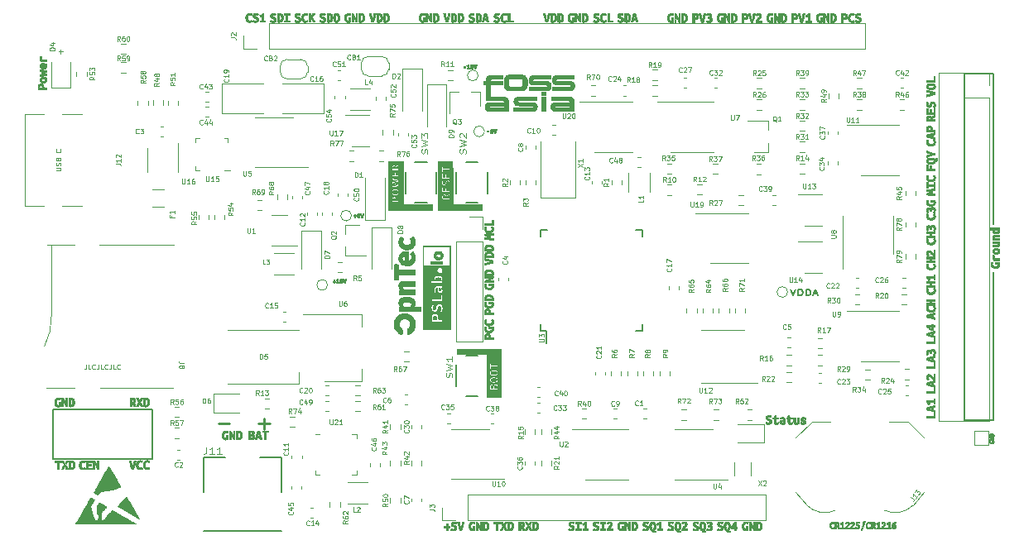
<source format=gbr>
G04 #@! TF.GenerationSoftware,KiCad,Pcbnew,6.0.2+dfsg-1*
G04 #@! TF.CreationDate,2022-04-19T16:57:22+08:00*
G04 #@! TF.ProjectId,PSLab,50534c61-622e-46b6-9963-61645f706362,v6.0-beta*
G04 #@! TF.SameCoordinates,Original*
G04 #@! TF.FileFunction,Legend,Top*
G04 #@! TF.FilePolarity,Positive*
%FSLAX46Y46*%
G04 Gerber Fmt 4.6, Leading zero omitted, Abs format (unit mm)*
G04 Created by KiCad (PCBNEW 6.0.2+dfsg-1) date 2022-04-19 16:57:22*
%MOMM*%
%LPD*%
G01*
G04 APERTURE LIST*
%ADD10C,0.250000*%
%ADD11C,0.100000*%
%ADD12C,0.125000*%
%ADD13C,0.150000*%
%ADD14C,0.075000*%
%ADD15C,0.110000*%
%ADD16C,0.010000*%
%ADD17C,0.120000*%
%ADD18C,0.152400*%
G04 APERTURE END LIST*
D10*
X118957142Y-88907142D02*
X120100000Y-88907142D01*
X123100000Y-88907142D02*
X124242857Y-88907142D01*
X123671428Y-89478571D02*
X123671428Y-88335714D01*
D11*
X102670723Y-50808114D02*
X103051676Y-50808114D01*
X102861200Y-50998590D02*
X102861200Y-50617638D01*
D12*
X105433333Y-82826190D02*
X105433333Y-83183333D01*
X105409523Y-83254761D01*
X105361904Y-83302380D01*
X105290476Y-83326190D01*
X105242857Y-83326190D01*
X105909523Y-83326190D02*
X105671428Y-83326190D01*
X105671428Y-82826190D01*
X106361904Y-83278571D02*
X106338095Y-83302380D01*
X106266666Y-83326190D01*
X106219047Y-83326190D01*
X106147619Y-83302380D01*
X106100000Y-83254761D01*
X106076190Y-83207142D01*
X106052380Y-83111904D01*
X106052380Y-83040476D01*
X106076190Y-82945238D01*
X106100000Y-82897619D01*
X106147619Y-82850000D01*
X106219047Y-82826190D01*
X106266666Y-82826190D01*
X106338095Y-82850000D01*
X106361904Y-82873809D01*
X106719047Y-82826190D02*
X106719047Y-83183333D01*
X106695238Y-83254761D01*
X106647619Y-83302380D01*
X106576190Y-83326190D01*
X106528571Y-83326190D01*
X107195238Y-83326190D02*
X106957142Y-83326190D01*
X106957142Y-82826190D01*
X107647619Y-83278571D02*
X107623809Y-83302380D01*
X107552380Y-83326190D01*
X107504761Y-83326190D01*
X107433333Y-83302380D01*
X107385714Y-83254761D01*
X107361904Y-83207142D01*
X107338095Y-83111904D01*
X107338095Y-83040476D01*
X107361904Y-82945238D01*
X107385714Y-82897619D01*
X107433333Y-82850000D01*
X107504761Y-82826190D01*
X107552380Y-82826190D01*
X107623809Y-82850000D01*
X107647619Y-82873809D01*
X108004761Y-82826190D02*
X108004761Y-83183333D01*
X107980952Y-83254761D01*
X107933333Y-83302380D01*
X107861904Y-83326190D01*
X107814285Y-83326190D01*
X108480952Y-83326190D02*
X108242857Y-83326190D01*
X108242857Y-82826190D01*
X108933333Y-83278571D02*
X108909523Y-83302380D01*
X108838095Y-83326190D01*
X108790476Y-83326190D01*
X108719047Y-83302380D01*
X108671428Y-83254761D01*
X108647619Y-83207142D01*
X108623809Y-83111904D01*
X108623809Y-83040476D01*
X108647619Y-82945238D01*
X108671428Y-82897619D01*
X108719047Y-82850000D01*
X108790476Y-82826190D01*
X108838095Y-82826190D01*
X108909523Y-82850000D01*
X108933333Y-82873809D01*
D11*
X102366190Y-62971428D02*
X102770952Y-62971428D01*
X102818571Y-62947619D01*
X102842380Y-62923809D01*
X102866190Y-62876190D01*
X102866190Y-62780952D01*
X102842380Y-62733333D01*
X102818571Y-62709523D01*
X102770952Y-62685714D01*
X102366190Y-62685714D01*
X102842380Y-62471428D02*
X102866190Y-62400000D01*
X102866190Y-62280952D01*
X102842380Y-62233333D01*
X102818571Y-62209523D01*
X102770952Y-62185714D01*
X102723333Y-62185714D01*
X102675714Y-62209523D01*
X102651904Y-62233333D01*
X102628095Y-62280952D01*
X102604285Y-62376190D01*
X102580476Y-62423809D01*
X102556666Y-62447619D01*
X102509047Y-62471428D01*
X102461428Y-62471428D01*
X102413809Y-62447619D01*
X102390000Y-62423809D01*
X102366190Y-62376190D01*
X102366190Y-62257142D01*
X102390000Y-62185714D01*
X102604285Y-61804761D02*
X102628095Y-61733333D01*
X102651904Y-61709523D01*
X102699523Y-61685714D01*
X102770952Y-61685714D01*
X102818571Y-61709523D01*
X102842380Y-61733333D01*
X102866190Y-61780952D01*
X102866190Y-61971428D01*
X102366190Y-61971428D01*
X102366190Y-61804761D01*
X102390000Y-61757142D01*
X102413809Y-61733333D01*
X102461428Y-61709523D01*
X102509047Y-61709523D01*
X102556666Y-61733333D01*
X102580476Y-61757142D01*
X102604285Y-61804761D01*
X102604285Y-61971428D01*
X102818571Y-60804761D02*
X102842380Y-60828571D01*
X102866190Y-60900000D01*
X102866190Y-60947619D01*
X102842380Y-61019047D01*
X102794761Y-61066666D01*
X102747142Y-61090476D01*
X102651904Y-61114285D01*
X102580476Y-61114285D01*
X102485238Y-61090476D01*
X102437619Y-61066666D01*
X102390000Y-61019047D01*
X102366190Y-60947619D01*
X102366190Y-60900000D01*
X102390000Y-60828571D01*
X102413809Y-60804761D01*
D13*
X177490476Y-75171428D02*
X177757142Y-75771428D01*
X178023809Y-75171428D01*
X178290476Y-75771428D02*
X178290476Y-75171428D01*
X178480952Y-75171428D01*
X178595238Y-75200000D01*
X178671428Y-75257142D01*
X178709523Y-75314285D01*
X178747619Y-75428571D01*
X178747619Y-75514285D01*
X178709523Y-75628571D01*
X178671428Y-75685714D01*
X178595238Y-75742857D01*
X178480952Y-75771428D01*
X178290476Y-75771428D01*
X179090476Y-75771428D02*
X179090476Y-75171428D01*
X179280952Y-75171428D01*
X179395238Y-75200000D01*
X179471428Y-75257142D01*
X179509523Y-75314285D01*
X179547619Y-75428571D01*
X179547619Y-75514285D01*
X179509523Y-75628571D01*
X179471428Y-75685714D01*
X179395238Y-75742857D01*
X179280952Y-75771428D01*
X179090476Y-75771428D01*
X179852380Y-75600000D02*
X180233333Y-75600000D01*
X179776190Y-75771428D02*
X180042857Y-75171428D01*
X180309523Y-75771428D01*
D11*
X178354571Y-61926190D02*
X178187904Y-61688095D01*
X178068857Y-61926190D02*
X178068857Y-61426190D01*
X178259333Y-61426190D01*
X178306952Y-61450000D01*
X178330761Y-61473809D01*
X178354571Y-61521428D01*
X178354571Y-61592857D01*
X178330761Y-61640476D01*
X178306952Y-61664285D01*
X178259333Y-61688095D01*
X178068857Y-61688095D01*
X178830761Y-61926190D02*
X178545047Y-61926190D01*
X178687904Y-61926190D02*
X178687904Y-61426190D01*
X178640285Y-61497619D01*
X178592666Y-61545238D01*
X178545047Y-61569047D01*
X179259333Y-61592857D02*
X179259333Y-61926190D01*
X179140285Y-61402380D02*
X179021238Y-61759523D01*
X179330761Y-61759523D01*
X150129690Y-90153428D02*
X149891595Y-90320095D01*
X150129690Y-90439142D02*
X149629690Y-90439142D01*
X149629690Y-90248666D01*
X149653500Y-90201047D01*
X149677309Y-90177238D01*
X149724928Y-90153428D01*
X149796357Y-90153428D01*
X149843976Y-90177238D01*
X149867785Y-90201047D01*
X149891595Y-90248666D01*
X149891595Y-90439142D01*
X150129690Y-89677238D02*
X150129690Y-89962952D01*
X150129690Y-89820095D02*
X149629690Y-89820095D01*
X149701119Y-89867714D01*
X149748738Y-89915333D01*
X149772547Y-89962952D01*
X149629690Y-89224857D02*
X149629690Y-89462952D01*
X149867785Y-89486761D01*
X149843976Y-89462952D01*
X149820166Y-89415333D01*
X149820166Y-89296285D01*
X149843976Y-89248666D01*
X149867785Y-89224857D01*
X149915404Y-89201047D01*
X150034452Y-89201047D01*
X150082071Y-89224857D01*
X150105880Y-89248666D01*
X150129690Y-89296285D01*
X150129690Y-89415333D01*
X150105880Y-89462952D01*
X150082071Y-89486761D01*
X161078571Y-53926190D02*
X160911904Y-53688095D01*
X160792857Y-53926190D02*
X160792857Y-53426190D01*
X160983333Y-53426190D01*
X161030952Y-53450000D01*
X161054761Y-53473809D01*
X161078571Y-53521428D01*
X161078571Y-53592857D01*
X161054761Y-53640476D01*
X161030952Y-53664285D01*
X160983333Y-53688095D01*
X160792857Y-53688095D01*
X161554761Y-53926190D02*
X161269047Y-53926190D01*
X161411904Y-53926190D02*
X161411904Y-53426190D01*
X161364285Y-53497619D01*
X161316666Y-53545238D01*
X161269047Y-53569047D01*
X161840476Y-53640476D02*
X161792857Y-53616666D01*
X161769047Y-53592857D01*
X161745238Y-53545238D01*
X161745238Y-53521428D01*
X161769047Y-53473809D01*
X161792857Y-53450000D01*
X161840476Y-53426190D01*
X161935714Y-53426190D01*
X161983333Y-53450000D01*
X162007142Y-53473809D01*
X162030952Y-53521428D01*
X162030952Y-53545238D01*
X162007142Y-53592857D01*
X161983333Y-53616666D01*
X161935714Y-53640476D01*
X161840476Y-53640476D01*
X161792857Y-53664285D01*
X161769047Y-53688095D01*
X161745238Y-53735714D01*
X161745238Y-53830952D01*
X161769047Y-53878571D01*
X161792857Y-53902380D01*
X161840476Y-53926190D01*
X161935714Y-53926190D01*
X161983333Y-53902380D01*
X162007142Y-53878571D01*
X162030952Y-53830952D01*
X162030952Y-53735714D01*
X162007142Y-53688095D01*
X161983333Y-53664285D01*
X161935714Y-53640476D01*
X163279071Y-52410190D02*
X163112404Y-52172095D01*
X162993357Y-52410190D02*
X162993357Y-51910190D01*
X163183833Y-51910190D01*
X163231452Y-51934000D01*
X163255261Y-51957809D01*
X163279071Y-52005428D01*
X163279071Y-52076857D01*
X163255261Y-52124476D01*
X163231452Y-52148285D01*
X163183833Y-52172095D01*
X162993357Y-52172095D01*
X163755261Y-52410190D02*
X163469547Y-52410190D01*
X163612404Y-52410190D02*
X163612404Y-51910190D01*
X163564785Y-51981619D01*
X163517166Y-52029238D01*
X163469547Y-52053047D01*
X163993357Y-52410190D02*
X164088595Y-52410190D01*
X164136214Y-52386380D01*
X164160023Y-52362571D01*
X164207642Y-52291142D01*
X164231452Y-52195904D01*
X164231452Y-52005428D01*
X164207642Y-51957809D01*
X164183833Y-51934000D01*
X164136214Y-51910190D01*
X164040976Y-51910190D01*
X163993357Y-51934000D01*
X163969547Y-51957809D01*
X163945738Y-52005428D01*
X163945738Y-52124476D01*
X163969547Y-52172095D01*
X163993357Y-52195904D01*
X164040976Y-52219714D01*
X164136214Y-52219714D01*
X164183833Y-52195904D01*
X164207642Y-52172095D01*
X164231452Y-52124476D01*
X186478571Y-76026190D02*
X186311904Y-75788095D01*
X186192857Y-76026190D02*
X186192857Y-75526190D01*
X186383333Y-75526190D01*
X186430952Y-75550000D01*
X186454761Y-75573809D01*
X186478571Y-75621428D01*
X186478571Y-75692857D01*
X186454761Y-75740476D01*
X186430952Y-75764285D01*
X186383333Y-75788095D01*
X186192857Y-75788095D01*
X186669047Y-75573809D02*
X186692857Y-75550000D01*
X186740476Y-75526190D01*
X186859523Y-75526190D01*
X186907142Y-75550000D01*
X186930952Y-75573809D01*
X186954761Y-75621428D01*
X186954761Y-75669047D01*
X186930952Y-75740476D01*
X186645238Y-76026190D01*
X186954761Y-76026190D01*
X187264285Y-75526190D02*
X187311904Y-75526190D01*
X187359523Y-75550000D01*
X187383333Y-75573809D01*
X187407142Y-75621428D01*
X187430952Y-75716666D01*
X187430952Y-75835714D01*
X187407142Y-75930952D01*
X187383333Y-75978571D01*
X187359523Y-76002380D01*
X187311904Y-76026190D01*
X187264285Y-76026190D01*
X187216666Y-76002380D01*
X187192857Y-75978571D01*
X187169047Y-75930952D01*
X187145238Y-75835714D01*
X187145238Y-75716666D01*
X187169047Y-75621428D01*
X187192857Y-75573809D01*
X187216666Y-75550000D01*
X187264285Y-75526190D01*
X153826190Y-93221428D02*
X153588095Y-93388095D01*
X153826190Y-93507142D02*
X153326190Y-93507142D01*
X153326190Y-93316666D01*
X153350000Y-93269047D01*
X153373809Y-93245238D01*
X153421428Y-93221428D01*
X153492857Y-93221428D01*
X153540476Y-93245238D01*
X153564285Y-93269047D01*
X153588095Y-93316666D01*
X153588095Y-93507142D01*
X153373809Y-93030952D02*
X153350000Y-93007142D01*
X153326190Y-92959523D01*
X153326190Y-92840476D01*
X153350000Y-92792857D01*
X153373809Y-92769047D01*
X153421428Y-92745238D01*
X153469047Y-92745238D01*
X153540476Y-92769047D01*
X153826190Y-93054761D01*
X153826190Y-92745238D01*
X153826190Y-92269047D02*
X153826190Y-92554761D01*
X153826190Y-92411904D02*
X153326190Y-92411904D01*
X153397619Y-92459523D01*
X153445238Y-92507142D01*
X153469047Y-92554761D01*
X187078571Y-84726190D02*
X186911904Y-84488095D01*
X186792857Y-84726190D02*
X186792857Y-84226190D01*
X186983333Y-84226190D01*
X187030952Y-84250000D01*
X187054761Y-84273809D01*
X187078571Y-84321428D01*
X187078571Y-84392857D01*
X187054761Y-84440476D01*
X187030952Y-84464285D01*
X186983333Y-84488095D01*
X186792857Y-84488095D01*
X187269047Y-84273809D02*
X187292857Y-84250000D01*
X187340476Y-84226190D01*
X187459523Y-84226190D01*
X187507142Y-84250000D01*
X187530952Y-84273809D01*
X187554761Y-84321428D01*
X187554761Y-84369047D01*
X187530952Y-84440476D01*
X187245238Y-84726190D01*
X187554761Y-84726190D01*
X187983333Y-84392857D02*
X187983333Y-84726190D01*
X187864285Y-84202380D02*
X187745238Y-84559523D01*
X188054761Y-84559523D01*
X173973571Y-53236190D02*
X173806904Y-52998095D01*
X173687857Y-53236190D02*
X173687857Y-52736190D01*
X173878333Y-52736190D01*
X173925952Y-52760000D01*
X173949761Y-52783809D01*
X173973571Y-52831428D01*
X173973571Y-52902857D01*
X173949761Y-52950476D01*
X173925952Y-52974285D01*
X173878333Y-52998095D01*
X173687857Y-52998095D01*
X174164047Y-52783809D02*
X174187857Y-52760000D01*
X174235476Y-52736190D01*
X174354523Y-52736190D01*
X174402142Y-52760000D01*
X174425952Y-52783809D01*
X174449761Y-52831428D01*
X174449761Y-52879047D01*
X174425952Y-52950476D01*
X174140238Y-53236190D01*
X174449761Y-53236190D01*
X174902142Y-52736190D02*
X174664047Y-52736190D01*
X174640238Y-52974285D01*
X174664047Y-52950476D01*
X174711666Y-52926666D01*
X174830714Y-52926666D01*
X174878333Y-52950476D01*
X174902142Y-52974285D01*
X174925952Y-53021904D01*
X174925952Y-53140952D01*
X174902142Y-53188571D01*
X174878333Y-53212380D01*
X174830714Y-53236190D01*
X174711666Y-53236190D01*
X174664047Y-53212380D01*
X174640238Y-53188571D01*
X181578571Y-76526190D02*
X181411904Y-76288095D01*
X181292857Y-76526190D02*
X181292857Y-76026190D01*
X181483333Y-76026190D01*
X181530952Y-76050000D01*
X181554761Y-76073809D01*
X181578571Y-76121428D01*
X181578571Y-76192857D01*
X181554761Y-76240476D01*
X181530952Y-76264285D01*
X181483333Y-76288095D01*
X181292857Y-76288095D01*
X181745238Y-76026190D02*
X182054761Y-76026190D01*
X181888095Y-76216666D01*
X181959523Y-76216666D01*
X182007142Y-76240476D01*
X182030952Y-76264285D01*
X182054761Y-76311904D01*
X182054761Y-76430952D01*
X182030952Y-76478571D01*
X182007142Y-76502380D01*
X181959523Y-76526190D01*
X181816666Y-76526190D01*
X181769047Y-76502380D01*
X181745238Y-76478571D01*
X182364285Y-76026190D02*
X182411904Y-76026190D01*
X182459523Y-76050000D01*
X182483333Y-76073809D01*
X182507142Y-76121428D01*
X182530952Y-76216666D01*
X182530952Y-76335714D01*
X182507142Y-76430952D01*
X182483333Y-76478571D01*
X182459523Y-76502380D01*
X182411904Y-76526190D01*
X182364285Y-76526190D01*
X182316666Y-76502380D01*
X182292857Y-76478571D01*
X182269047Y-76430952D01*
X182245238Y-76335714D01*
X182245238Y-76216666D01*
X182269047Y-76121428D01*
X182292857Y-76073809D01*
X182316666Y-76050000D01*
X182364285Y-76026190D01*
X178354571Y-59776690D02*
X178187904Y-59538595D01*
X178068857Y-59776690D02*
X178068857Y-59276690D01*
X178259333Y-59276690D01*
X178306952Y-59300500D01*
X178330761Y-59324309D01*
X178354571Y-59371928D01*
X178354571Y-59443357D01*
X178330761Y-59490976D01*
X178306952Y-59514785D01*
X178259333Y-59538595D01*
X178068857Y-59538595D01*
X178521238Y-59276690D02*
X178830761Y-59276690D01*
X178664095Y-59467166D01*
X178735523Y-59467166D01*
X178783142Y-59490976D01*
X178806952Y-59514785D01*
X178830761Y-59562404D01*
X178830761Y-59681452D01*
X178806952Y-59729071D01*
X178783142Y-59752880D01*
X178735523Y-59776690D01*
X178592666Y-59776690D01*
X178545047Y-59752880D01*
X178521238Y-59729071D01*
X179306952Y-59776690D02*
X179021238Y-59776690D01*
X179164095Y-59776690D02*
X179164095Y-59276690D01*
X179116476Y-59348119D01*
X179068857Y-59395738D01*
X179021238Y-59419547D01*
X178354571Y-57617690D02*
X178187904Y-57379595D01*
X178068857Y-57617690D02*
X178068857Y-57117690D01*
X178259333Y-57117690D01*
X178306952Y-57141500D01*
X178330761Y-57165309D01*
X178354571Y-57212928D01*
X178354571Y-57284357D01*
X178330761Y-57331976D01*
X178306952Y-57355785D01*
X178259333Y-57379595D01*
X178068857Y-57379595D01*
X178521238Y-57117690D02*
X178830761Y-57117690D01*
X178664095Y-57308166D01*
X178735523Y-57308166D01*
X178783142Y-57331976D01*
X178806952Y-57355785D01*
X178830761Y-57403404D01*
X178830761Y-57522452D01*
X178806952Y-57570071D01*
X178783142Y-57593880D01*
X178735523Y-57617690D01*
X178592666Y-57617690D01*
X178545047Y-57593880D01*
X178521238Y-57570071D01*
X179021238Y-57165309D02*
X179045047Y-57141500D01*
X179092666Y-57117690D01*
X179211714Y-57117690D01*
X179259333Y-57141500D01*
X179283142Y-57165309D01*
X179306952Y-57212928D01*
X179306952Y-57260547D01*
X179283142Y-57331976D01*
X178997428Y-57617690D01*
X179306952Y-57617690D01*
X178354571Y-55395190D02*
X178187904Y-55157095D01*
X178068857Y-55395190D02*
X178068857Y-54895190D01*
X178259333Y-54895190D01*
X178306952Y-54919000D01*
X178330761Y-54942809D01*
X178354571Y-54990428D01*
X178354571Y-55061857D01*
X178330761Y-55109476D01*
X178306952Y-55133285D01*
X178259333Y-55157095D01*
X178068857Y-55157095D01*
X178521238Y-54895190D02*
X178830761Y-54895190D01*
X178664095Y-55085666D01*
X178735523Y-55085666D01*
X178783142Y-55109476D01*
X178806952Y-55133285D01*
X178830761Y-55180904D01*
X178830761Y-55299952D01*
X178806952Y-55347571D01*
X178783142Y-55371380D01*
X178735523Y-55395190D01*
X178592666Y-55395190D01*
X178545047Y-55371380D01*
X178521238Y-55347571D01*
X178997428Y-54895190D02*
X179306952Y-54895190D01*
X179140285Y-55085666D01*
X179211714Y-55085666D01*
X179259333Y-55109476D01*
X179283142Y-55133285D01*
X179306952Y-55180904D01*
X179306952Y-55299952D01*
X179283142Y-55347571D01*
X179259333Y-55371380D01*
X179211714Y-55395190D01*
X179068857Y-55395190D01*
X179021238Y-55371380D01*
X178997428Y-55347571D01*
X164678571Y-61926190D02*
X164511904Y-61688095D01*
X164392857Y-61926190D02*
X164392857Y-61426190D01*
X164583333Y-61426190D01*
X164630952Y-61450000D01*
X164654761Y-61473809D01*
X164678571Y-61521428D01*
X164678571Y-61592857D01*
X164654761Y-61640476D01*
X164630952Y-61664285D01*
X164583333Y-61688095D01*
X164392857Y-61688095D01*
X164845238Y-61426190D02*
X165154761Y-61426190D01*
X164988095Y-61616666D01*
X165059523Y-61616666D01*
X165107142Y-61640476D01*
X165130952Y-61664285D01*
X165154761Y-61711904D01*
X165154761Y-61830952D01*
X165130952Y-61878571D01*
X165107142Y-61902380D01*
X165059523Y-61926190D01*
X164916666Y-61926190D01*
X164869047Y-61902380D01*
X164845238Y-61878571D01*
X165607142Y-61426190D02*
X165369047Y-61426190D01*
X165345238Y-61664285D01*
X165369047Y-61640476D01*
X165416666Y-61616666D01*
X165535714Y-61616666D01*
X165583333Y-61640476D01*
X165607142Y-61664285D01*
X165630952Y-61711904D01*
X165630952Y-61830952D01*
X165607142Y-61878571D01*
X165583333Y-61902380D01*
X165535714Y-61926190D01*
X165416666Y-61926190D01*
X165369047Y-61902380D01*
X165345238Y-61878571D01*
X173878571Y-61926190D02*
X173711904Y-61688095D01*
X173592857Y-61926190D02*
X173592857Y-61426190D01*
X173783333Y-61426190D01*
X173830952Y-61450000D01*
X173854761Y-61473809D01*
X173878571Y-61521428D01*
X173878571Y-61592857D01*
X173854761Y-61640476D01*
X173830952Y-61664285D01*
X173783333Y-61688095D01*
X173592857Y-61688095D01*
X174045238Y-61426190D02*
X174354761Y-61426190D01*
X174188095Y-61616666D01*
X174259523Y-61616666D01*
X174307142Y-61640476D01*
X174330952Y-61664285D01*
X174354761Y-61711904D01*
X174354761Y-61830952D01*
X174330952Y-61878571D01*
X174307142Y-61902380D01*
X174259523Y-61926190D01*
X174116666Y-61926190D01*
X174069047Y-61902380D01*
X174045238Y-61878571D01*
X174783333Y-61426190D02*
X174688095Y-61426190D01*
X174640476Y-61450000D01*
X174616666Y-61473809D01*
X174569047Y-61545238D01*
X174545238Y-61640476D01*
X174545238Y-61830952D01*
X174569047Y-61878571D01*
X174592857Y-61902380D01*
X174640476Y-61926190D01*
X174735714Y-61926190D01*
X174783333Y-61902380D01*
X174807142Y-61878571D01*
X174830952Y-61830952D01*
X174830952Y-61711904D01*
X174807142Y-61664285D01*
X174783333Y-61640476D01*
X174735714Y-61616666D01*
X174640476Y-61616666D01*
X174592857Y-61640476D01*
X174569047Y-61664285D01*
X174545238Y-61711904D01*
X169464571Y-61999190D02*
X169297904Y-61761095D01*
X169178857Y-61999190D02*
X169178857Y-61499190D01*
X169369333Y-61499190D01*
X169416952Y-61523000D01*
X169440761Y-61546809D01*
X169464571Y-61594428D01*
X169464571Y-61665857D01*
X169440761Y-61713476D01*
X169416952Y-61737285D01*
X169369333Y-61761095D01*
X169178857Y-61761095D01*
X169631238Y-61499190D02*
X169940761Y-61499190D01*
X169774095Y-61689666D01*
X169845523Y-61689666D01*
X169893142Y-61713476D01*
X169916952Y-61737285D01*
X169940761Y-61784904D01*
X169940761Y-61903952D01*
X169916952Y-61951571D01*
X169893142Y-61975380D01*
X169845523Y-61999190D01*
X169702666Y-61999190D01*
X169655047Y-61975380D01*
X169631238Y-61951571D01*
X170107428Y-61499190D02*
X170440761Y-61499190D01*
X170226476Y-61999190D01*
X184195071Y-55426190D02*
X184028404Y-55188095D01*
X183909357Y-55426190D02*
X183909357Y-54926190D01*
X184099833Y-54926190D01*
X184147452Y-54950000D01*
X184171261Y-54973809D01*
X184195071Y-55021428D01*
X184195071Y-55092857D01*
X184171261Y-55140476D01*
X184147452Y-55164285D01*
X184099833Y-55188095D01*
X183909357Y-55188095D01*
X184361738Y-54926190D02*
X184671261Y-54926190D01*
X184504595Y-55116666D01*
X184576023Y-55116666D01*
X184623642Y-55140476D01*
X184647452Y-55164285D01*
X184671261Y-55211904D01*
X184671261Y-55330952D01*
X184647452Y-55378571D01*
X184623642Y-55402380D01*
X184576023Y-55426190D01*
X184433166Y-55426190D01*
X184385547Y-55402380D01*
X184361738Y-55378571D01*
X184956976Y-55140476D02*
X184909357Y-55116666D01*
X184885547Y-55092857D01*
X184861738Y-55045238D01*
X184861738Y-55021428D01*
X184885547Y-54973809D01*
X184909357Y-54950000D01*
X184956976Y-54926190D01*
X185052214Y-54926190D01*
X185099833Y-54950000D01*
X185123642Y-54973809D01*
X185147452Y-55021428D01*
X185147452Y-55045238D01*
X185123642Y-55092857D01*
X185099833Y-55116666D01*
X185052214Y-55140476D01*
X184956976Y-55140476D01*
X184909357Y-55164285D01*
X184885547Y-55188095D01*
X184861738Y-55235714D01*
X184861738Y-55330952D01*
X184885547Y-55378571D01*
X184909357Y-55402380D01*
X184956976Y-55426190D01*
X185052214Y-55426190D01*
X185099833Y-55402380D01*
X185123642Y-55378571D01*
X185147452Y-55330952D01*
X185147452Y-55235714D01*
X185123642Y-55188095D01*
X185099833Y-55164285D01*
X185052214Y-55140476D01*
X178361771Y-53236190D02*
X178195104Y-52998095D01*
X178076057Y-53236190D02*
X178076057Y-52736190D01*
X178266533Y-52736190D01*
X178314152Y-52760000D01*
X178337961Y-52783809D01*
X178361771Y-52831428D01*
X178361771Y-52902857D01*
X178337961Y-52950476D01*
X178314152Y-52974285D01*
X178266533Y-52998095D01*
X178076057Y-52998095D01*
X178528438Y-52736190D02*
X178837961Y-52736190D01*
X178671295Y-52926666D01*
X178742723Y-52926666D01*
X178790342Y-52950476D01*
X178814152Y-52974285D01*
X178837961Y-53021904D01*
X178837961Y-53140952D01*
X178814152Y-53188571D01*
X178790342Y-53212380D01*
X178742723Y-53236190D01*
X178599866Y-53236190D01*
X178552247Y-53212380D01*
X178528438Y-53188571D01*
X179076057Y-53236190D02*
X179171295Y-53236190D01*
X179218914Y-53212380D01*
X179242723Y-53188571D01*
X179290342Y-53117142D01*
X179314152Y-53021904D01*
X179314152Y-52831428D01*
X179290342Y-52783809D01*
X179266533Y-52760000D01*
X179218914Y-52736190D01*
X179123676Y-52736190D01*
X179076057Y-52760000D01*
X179052247Y-52783809D01*
X179028438Y-52831428D01*
X179028438Y-52950476D01*
X179052247Y-52998095D01*
X179076057Y-53021904D01*
X179123676Y-53045714D01*
X179218914Y-53045714D01*
X179266533Y-53021904D01*
X179290342Y-52998095D01*
X179314152Y-52950476D01*
X136290190Y-89526428D02*
X136052095Y-89693095D01*
X136290190Y-89812142D02*
X135790190Y-89812142D01*
X135790190Y-89621666D01*
X135814000Y-89574047D01*
X135837809Y-89550238D01*
X135885428Y-89526428D01*
X135956857Y-89526428D01*
X136004476Y-89550238D01*
X136028285Y-89574047D01*
X136052095Y-89621666D01*
X136052095Y-89812142D01*
X135956857Y-89097857D02*
X136290190Y-89097857D01*
X135766380Y-89216904D02*
X136123523Y-89335952D01*
X136123523Y-89026428D01*
X136290190Y-88574047D02*
X136290190Y-88859761D01*
X136290190Y-88716904D02*
X135790190Y-88716904D01*
X135861619Y-88764523D01*
X135909238Y-88812142D01*
X135933047Y-88859761D01*
X138453190Y-92721428D02*
X138215095Y-92888095D01*
X138453190Y-93007142D02*
X137953190Y-93007142D01*
X137953190Y-92816666D01*
X137977000Y-92769047D01*
X138000809Y-92745238D01*
X138048428Y-92721428D01*
X138119857Y-92721428D01*
X138167476Y-92745238D01*
X138191285Y-92769047D01*
X138215095Y-92816666D01*
X138215095Y-93007142D01*
X138119857Y-92292857D02*
X138453190Y-92292857D01*
X137929380Y-92411904D02*
X138286523Y-92530952D01*
X138286523Y-92221428D01*
X138000809Y-92054761D02*
X137977000Y-92030952D01*
X137953190Y-91983333D01*
X137953190Y-91864285D01*
X137977000Y-91816666D01*
X138000809Y-91792857D01*
X138048428Y-91769047D01*
X138096047Y-91769047D01*
X138167476Y-91792857D01*
X138453190Y-92078571D01*
X138453190Y-91769047D01*
X136226190Y-91721428D02*
X135988095Y-91888095D01*
X136226190Y-92007142D02*
X135726190Y-92007142D01*
X135726190Y-91816666D01*
X135750000Y-91769047D01*
X135773809Y-91745238D01*
X135821428Y-91721428D01*
X135892857Y-91721428D01*
X135940476Y-91745238D01*
X135964285Y-91769047D01*
X135988095Y-91816666D01*
X135988095Y-92007142D01*
X135892857Y-91292857D02*
X136226190Y-91292857D01*
X135702380Y-91411904D02*
X136059523Y-91530952D01*
X136059523Y-91221428D01*
X135726190Y-91078571D02*
X135726190Y-90769047D01*
X135916666Y-90935714D01*
X135916666Y-90864285D01*
X135940476Y-90816666D01*
X135964285Y-90792857D01*
X136011904Y-90769047D01*
X136130952Y-90769047D01*
X136178571Y-90792857D01*
X136202380Y-90816666D01*
X136226190Y-90864285D01*
X136226190Y-91007142D01*
X136202380Y-91054761D01*
X136178571Y-91078571D01*
X153826190Y-90121428D02*
X153588095Y-90288095D01*
X153826190Y-90407142D02*
X153326190Y-90407142D01*
X153326190Y-90216666D01*
X153350000Y-90169047D01*
X153373809Y-90145238D01*
X153421428Y-90121428D01*
X153492857Y-90121428D01*
X153540476Y-90145238D01*
X153564285Y-90169047D01*
X153588095Y-90216666D01*
X153588095Y-90407142D01*
X153492857Y-89692857D02*
X153826190Y-89692857D01*
X153302380Y-89811904D02*
X153659523Y-89930952D01*
X153659523Y-89621428D01*
X153492857Y-89216666D02*
X153826190Y-89216666D01*
X153302380Y-89335714D02*
X153659523Y-89454761D01*
X153659523Y-89145238D01*
X188826190Y-65621428D02*
X188588095Y-65788095D01*
X188826190Y-65907142D02*
X188326190Y-65907142D01*
X188326190Y-65716666D01*
X188350000Y-65669047D01*
X188373809Y-65645238D01*
X188421428Y-65621428D01*
X188492857Y-65621428D01*
X188540476Y-65645238D01*
X188564285Y-65669047D01*
X188588095Y-65716666D01*
X188588095Y-65907142D01*
X188492857Y-65192857D02*
X188826190Y-65192857D01*
X188302380Y-65311904D02*
X188659523Y-65430952D01*
X188659523Y-65121428D01*
X188326190Y-64692857D02*
X188326190Y-64930952D01*
X188564285Y-64954761D01*
X188540476Y-64930952D01*
X188516666Y-64883333D01*
X188516666Y-64764285D01*
X188540476Y-64716666D01*
X188564285Y-64692857D01*
X188611904Y-64669047D01*
X188730952Y-64669047D01*
X188778571Y-64692857D01*
X188802380Y-64716666D01*
X188826190Y-64764285D01*
X188826190Y-64883333D01*
X188802380Y-64930952D01*
X188778571Y-64954761D01*
X172178571Y-86826190D02*
X172011904Y-86588095D01*
X171892857Y-86826190D02*
X171892857Y-86326190D01*
X172083333Y-86326190D01*
X172130952Y-86350000D01*
X172154761Y-86373809D01*
X172178571Y-86421428D01*
X172178571Y-86492857D01*
X172154761Y-86540476D01*
X172130952Y-86564285D01*
X172083333Y-86588095D01*
X171892857Y-86588095D01*
X172630952Y-86326190D02*
X172392857Y-86326190D01*
X172369047Y-86564285D01*
X172392857Y-86540476D01*
X172440476Y-86516666D01*
X172559523Y-86516666D01*
X172607142Y-86540476D01*
X172630952Y-86564285D01*
X172654761Y-86611904D01*
X172654761Y-86730952D01*
X172630952Y-86778571D01*
X172607142Y-86802380D01*
X172559523Y-86826190D01*
X172440476Y-86826190D01*
X172392857Y-86802380D01*
X172369047Y-86778571D01*
X172845238Y-86373809D02*
X172869047Y-86350000D01*
X172916666Y-86326190D01*
X173035714Y-86326190D01*
X173083333Y-86350000D01*
X173107142Y-86373809D01*
X173130952Y-86421428D01*
X173130952Y-86469047D01*
X173107142Y-86540476D01*
X172821428Y-86826190D01*
X173130952Y-86826190D01*
X106326190Y-53381428D02*
X106088095Y-53548095D01*
X106326190Y-53667142D02*
X105826190Y-53667142D01*
X105826190Y-53476666D01*
X105850000Y-53429047D01*
X105873809Y-53405238D01*
X105921428Y-53381428D01*
X105992857Y-53381428D01*
X106040476Y-53405238D01*
X106064285Y-53429047D01*
X106088095Y-53476666D01*
X106088095Y-53667142D01*
X105826190Y-52929047D02*
X105826190Y-53167142D01*
X106064285Y-53190952D01*
X106040476Y-53167142D01*
X106016666Y-53119523D01*
X106016666Y-53000476D01*
X106040476Y-52952857D01*
X106064285Y-52929047D01*
X106111904Y-52905238D01*
X106230952Y-52905238D01*
X106278571Y-52929047D01*
X106302380Y-52952857D01*
X106326190Y-53000476D01*
X106326190Y-53119523D01*
X106302380Y-53167142D01*
X106278571Y-53190952D01*
X105826190Y-52738571D02*
X105826190Y-52429047D01*
X106016666Y-52595714D01*
X106016666Y-52524285D01*
X106040476Y-52476666D01*
X106064285Y-52452857D01*
X106111904Y-52429047D01*
X106230952Y-52429047D01*
X106278571Y-52452857D01*
X106302380Y-52476666D01*
X106326190Y-52524285D01*
X106326190Y-52667142D01*
X106302380Y-52714761D01*
X106278571Y-52738571D01*
X120476190Y-67271428D02*
X120238095Y-67438095D01*
X120476190Y-67557142D02*
X119976190Y-67557142D01*
X119976190Y-67366666D01*
X120000000Y-67319047D01*
X120023809Y-67295238D01*
X120071428Y-67271428D01*
X120142857Y-67271428D01*
X120190476Y-67295238D01*
X120214285Y-67319047D01*
X120238095Y-67366666D01*
X120238095Y-67557142D01*
X119976190Y-66819047D02*
X119976190Y-67057142D01*
X120214285Y-67080952D01*
X120190476Y-67057142D01*
X120166666Y-67009523D01*
X120166666Y-66890476D01*
X120190476Y-66842857D01*
X120214285Y-66819047D01*
X120261904Y-66795238D01*
X120380952Y-66795238D01*
X120428571Y-66819047D01*
X120452380Y-66842857D01*
X120476190Y-66890476D01*
X120476190Y-67009523D01*
X120452380Y-67057142D01*
X120428571Y-67080952D01*
X120142857Y-66366666D02*
X120476190Y-66366666D01*
X119952380Y-66485714D02*
X120309523Y-66604761D01*
X120309523Y-66295238D01*
X116744190Y-68171428D02*
X116506095Y-68338095D01*
X116744190Y-68457142D02*
X116244190Y-68457142D01*
X116244190Y-68266666D01*
X116268000Y-68219047D01*
X116291809Y-68195238D01*
X116339428Y-68171428D01*
X116410857Y-68171428D01*
X116458476Y-68195238D01*
X116482285Y-68219047D01*
X116506095Y-68266666D01*
X116506095Y-68457142D01*
X116244190Y-67719047D02*
X116244190Y-67957142D01*
X116482285Y-67980952D01*
X116458476Y-67957142D01*
X116434666Y-67909523D01*
X116434666Y-67790476D01*
X116458476Y-67742857D01*
X116482285Y-67719047D01*
X116529904Y-67695238D01*
X116648952Y-67695238D01*
X116696571Y-67719047D01*
X116720380Y-67742857D01*
X116744190Y-67790476D01*
X116744190Y-67909523D01*
X116720380Y-67957142D01*
X116696571Y-67980952D01*
X116244190Y-67242857D02*
X116244190Y-67480952D01*
X116482285Y-67504761D01*
X116458476Y-67480952D01*
X116434666Y-67433333D01*
X116434666Y-67314285D01*
X116458476Y-67266666D01*
X116482285Y-67242857D01*
X116529904Y-67219047D01*
X116648952Y-67219047D01*
X116696571Y-67242857D01*
X116720380Y-67266666D01*
X116744190Y-67314285D01*
X116744190Y-67433333D01*
X116720380Y-67480952D01*
X116696571Y-67504761D01*
X114551190Y-53946428D02*
X114313095Y-54113095D01*
X114551190Y-54232142D02*
X114051190Y-54232142D01*
X114051190Y-54041666D01*
X114075000Y-53994047D01*
X114098809Y-53970238D01*
X114146428Y-53946428D01*
X114217857Y-53946428D01*
X114265476Y-53970238D01*
X114289285Y-53994047D01*
X114313095Y-54041666D01*
X114313095Y-54232142D01*
X114051190Y-53494047D02*
X114051190Y-53732142D01*
X114289285Y-53755952D01*
X114265476Y-53732142D01*
X114241666Y-53684523D01*
X114241666Y-53565476D01*
X114265476Y-53517857D01*
X114289285Y-53494047D01*
X114336904Y-53470238D01*
X114455952Y-53470238D01*
X114503571Y-53494047D01*
X114527380Y-53517857D01*
X114551190Y-53565476D01*
X114551190Y-53684523D01*
X114527380Y-53732142D01*
X114503571Y-53755952D01*
X114551190Y-52994047D02*
X114551190Y-53279761D01*
X114551190Y-53136904D02*
X114051190Y-53136904D01*
X114122619Y-53184523D01*
X114170238Y-53232142D01*
X114194047Y-53279761D01*
X184178571Y-85626190D02*
X184011904Y-85388095D01*
X183892857Y-85626190D02*
X183892857Y-85126190D01*
X184083333Y-85126190D01*
X184130952Y-85150000D01*
X184154761Y-85173809D01*
X184178571Y-85221428D01*
X184178571Y-85292857D01*
X184154761Y-85340476D01*
X184130952Y-85364285D01*
X184083333Y-85388095D01*
X183892857Y-85388095D01*
X184345238Y-85126190D02*
X184654761Y-85126190D01*
X184488095Y-85316666D01*
X184559523Y-85316666D01*
X184607142Y-85340476D01*
X184630952Y-85364285D01*
X184654761Y-85411904D01*
X184654761Y-85530952D01*
X184630952Y-85578571D01*
X184607142Y-85602380D01*
X184559523Y-85626190D01*
X184416666Y-85626190D01*
X184369047Y-85602380D01*
X184345238Y-85578571D01*
X185083333Y-85292857D02*
X185083333Y-85626190D01*
X184964285Y-85102380D02*
X184845238Y-85459523D01*
X185154761Y-85459523D01*
X156066571Y-87082190D02*
X155899904Y-86844095D01*
X155780857Y-87082190D02*
X155780857Y-86582190D01*
X155971333Y-86582190D01*
X156018952Y-86606000D01*
X156042761Y-86629809D01*
X156066571Y-86677428D01*
X156066571Y-86748857D01*
X156042761Y-86796476D01*
X156018952Y-86820285D01*
X155971333Y-86844095D01*
X155780857Y-86844095D01*
X156495142Y-86748857D02*
X156495142Y-87082190D01*
X156376095Y-86558380D02*
X156257047Y-86915523D01*
X156566571Y-86915523D01*
X156852285Y-86582190D02*
X156899904Y-86582190D01*
X156947523Y-86606000D01*
X156971333Y-86629809D01*
X156995142Y-86677428D01*
X157018952Y-86772666D01*
X157018952Y-86891714D01*
X156995142Y-86986952D01*
X156971333Y-87034571D01*
X156947523Y-87058380D01*
X156899904Y-87082190D01*
X156852285Y-87082190D01*
X156804666Y-87058380D01*
X156780857Y-87034571D01*
X156757047Y-86986952D01*
X156733238Y-86891714D01*
X156733238Y-86772666D01*
X156757047Y-86677428D01*
X156780857Y-86629809D01*
X156804666Y-86606000D01*
X156852285Y-86582190D01*
X136294190Y-97063428D02*
X136056095Y-97230095D01*
X136294190Y-97349142D02*
X135794190Y-97349142D01*
X135794190Y-97158666D01*
X135818000Y-97111047D01*
X135841809Y-97087238D01*
X135889428Y-97063428D01*
X135960857Y-97063428D01*
X136008476Y-97087238D01*
X136032285Y-97111047D01*
X136056095Y-97158666D01*
X136056095Y-97349142D01*
X135794190Y-96611047D02*
X135794190Y-96849142D01*
X136032285Y-96872952D01*
X136008476Y-96849142D01*
X135984666Y-96801523D01*
X135984666Y-96682476D01*
X136008476Y-96634857D01*
X136032285Y-96611047D01*
X136079904Y-96587238D01*
X136198952Y-96587238D01*
X136246571Y-96611047D01*
X136270380Y-96634857D01*
X136294190Y-96682476D01*
X136294190Y-96801523D01*
X136270380Y-96849142D01*
X136246571Y-96872952D01*
X135794190Y-96277714D02*
X135794190Y-96230095D01*
X135818000Y-96182476D01*
X135841809Y-96158666D01*
X135889428Y-96134857D01*
X135984666Y-96111047D01*
X136103714Y-96111047D01*
X136198952Y-96134857D01*
X136246571Y-96158666D01*
X136270380Y-96182476D01*
X136294190Y-96230095D01*
X136294190Y-96277714D01*
X136270380Y-96325333D01*
X136246571Y-96349142D01*
X136198952Y-96372952D01*
X136103714Y-96396761D01*
X135984666Y-96396761D01*
X135889428Y-96372952D01*
X135841809Y-96349142D01*
X135818000Y-96325333D01*
X135794190Y-96277714D01*
X140342857Y-61266666D02*
X140371428Y-61152380D01*
X140371428Y-60961904D01*
X140342857Y-60885714D01*
X140314285Y-60847619D01*
X140257142Y-60809523D01*
X140200000Y-60809523D01*
X140142857Y-60847619D01*
X140114285Y-60885714D01*
X140085714Y-60961904D01*
X140057142Y-61114285D01*
X140028571Y-61190476D01*
X140000000Y-61228571D01*
X139942857Y-61266666D01*
X139885714Y-61266666D01*
X139828571Y-61228571D01*
X139800000Y-61190476D01*
X139771428Y-61114285D01*
X139771428Y-60923809D01*
X139800000Y-60809523D01*
X139771428Y-60542857D02*
X140371428Y-60352380D01*
X139942857Y-60200000D01*
X140371428Y-60047619D01*
X139771428Y-59857142D01*
X139771428Y-59628571D02*
X139771428Y-59133333D01*
X140000000Y-59400000D01*
X140000000Y-59285714D01*
X140028571Y-59209523D01*
X140057142Y-59171428D01*
X140114285Y-59133333D01*
X140257142Y-59133333D01*
X140314285Y-59171428D01*
X140342857Y-59209523D01*
X140371428Y-59285714D01*
X140371428Y-59514285D01*
X140342857Y-59590476D01*
X140314285Y-59628571D01*
X108938571Y-51726190D02*
X108771904Y-51488095D01*
X108652857Y-51726190D02*
X108652857Y-51226190D01*
X108843333Y-51226190D01*
X108890952Y-51250000D01*
X108914761Y-51273809D01*
X108938571Y-51321428D01*
X108938571Y-51392857D01*
X108914761Y-51440476D01*
X108890952Y-51464285D01*
X108843333Y-51488095D01*
X108652857Y-51488095D01*
X109390952Y-51226190D02*
X109152857Y-51226190D01*
X109129047Y-51464285D01*
X109152857Y-51440476D01*
X109200476Y-51416666D01*
X109319523Y-51416666D01*
X109367142Y-51440476D01*
X109390952Y-51464285D01*
X109414761Y-51511904D01*
X109414761Y-51630952D01*
X109390952Y-51678571D01*
X109367142Y-51702380D01*
X109319523Y-51726190D01*
X109200476Y-51726190D01*
X109152857Y-51702380D01*
X109129047Y-51678571D01*
X109652857Y-51726190D02*
X109748095Y-51726190D01*
X109795714Y-51702380D01*
X109819523Y-51678571D01*
X109867142Y-51607142D01*
X109890952Y-51511904D01*
X109890952Y-51321428D01*
X109867142Y-51273809D01*
X109843333Y-51250000D01*
X109795714Y-51226190D01*
X109700476Y-51226190D01*
X109652857Y-51250000D01*
X109629047Y-51273809D01*
X109605238Y-51321428D01*
X109605238Y-51440476D01*
X109629047Y-51488095D01*
X109652857Y-51511904D01*
X109700476Y-51535714D01*
X109795714Y-51535714D01*
X109843333Y-51511904D01*
X109867142Y-51488095D01*
X109890952Y-51440476D01*
X108938571Y-49726190D02*
X108771904Y-49488095D01*
X108652857Y-49726190D02*
X108652857Y-49226190D01*
X108843333Y-49226190D01*
X108890952Y-49250000D01*
X108914761Y-49273809D01*
X108938571Y-49321428D01*
X108938571Y-49392857D01*
X108914761Y-49440476D01*
X108890952Y-49464285D01*
X108843333Y-49488095D01*
X108652857Y-49488095D01*
X109367142Y-49226190D02*
X109271904Y-49226190D01*
X109224285Y-49250000D01*
X109200476Y-49273809D01*
X109152857Y-49345238D01*
X109129047Y-49440476D01*
X109129047Y-49630952D01*
X109152857Y-49678571D01*
X109176666Y-49702380D01*
X109224285Y-49726190D01*
X109319523Y-49726190D01*
X109367142Y-49702380D01*
X109390952Y-49678571D01*
X109414761Y-49630952D01*
X109414761Y-49511904D01*
X109390952Y-49464285D01*
X109367142Y-49440476D01*
X109319523Y-49416666D01*
X109224285Y-49416666D01*
X109176666Y-49440476D01*
X109152857Y-49464285D01*
X109129047Y-49511904D01*
X109724285Y-49226190D02*
X109771904Y-49226190D01*
X109819523Y-49250000D01*
X109843333Y-49273809D01*
X109867142Y-49321428D01*
X109890952Y-49416666D01*
X109890952Y-49535714D01*
X109867142Y-49630952D01*
X109843333Y-49678571D01*
X109819523Y-49702380D01*
X109771904Y-49726190D01*
X109724285Y-49726190D01*
X109676666Y-49702380D01*
X109652857Y-49678571D01*
X109629047Y-49630952D01*
X109605238Y-49535714D01*
X109605238Y-49416666D01*
X109629047Y-49321428D01*
X109652857Y-49273809D01*
X109676666Y-49250000D01*
X109724285Y-49226190D01*
X114211285Y-67617666D02*
X114211285Y-67784333D01*
X114473190Y-67784333D02*
X113973190Y-67784333D01*
X113973190Y-67546238D01*
X114473190Y-67093857D02*
X114473190Y-67379571D01*
X114473190Y-67236714D02*
X113973190Y-67236714D01*
X114044619Y-67284333D01*
X114092238Y-67331952D01*
X114116047Y-67379571D01*
X124068571Y-77008571D02*
X124044761Y-77032380D01*
X123973333Y-77056190D01*
X123925714Y-77056190D01*
X123854285Y-77032380D01*
X123806666Y-76984761D01*
X123782857Y-76937142D01*
X123759047Y-76841904D01*
X123759047Y-76770476D01*
X123782857Y-76675238D01*
X123806666Y-76627619D01*
X123854285Y-76580000D01*
X123925714Y-76556190D01*
X123973333Y-76556190D01*
X124044761Y-76580000D01*
X124068571Y-76603809D01*
X124544761Y-77056190D02*
X124259047Y-77056190D01*
X124401904Y-77056190D02*
X124401904Y-76556190D01*
X124354285Y-76627619D01*
X124306666Y-76675238D01*
X124259047Y-76699047D01*
X124997142Y-76556190D02*
X124759047Y-76556190D01*
X124735238Y-76794285D01*
X124759047Y-76770476D01*
X124806666Y-76746666D01*
X124925714Y-76746666D01*
X124973333Y-76770476D01*
X124997142Y-76794285D01*
X125020952Y-76841904D01*
X125020952Y-76960952D01*
X124997142Y-77008571D01*
X124973333Y-77032380D01*
X124925714Y-77056190D01*
X124806666Y-77056190D01*
X124759047Y-77032380D01*
X124735238Y-77008571D01*
X181478571Y-74978571D02*
X181454761Y-75002380D01*
X181383333Y-75026190D01*
X181335714Y-75026190D01*
X181264285Y-75002380D01*
X181216666Y-74954761D01*
X181192857Y-74907142D01*
X181169047Y-74811904D01*
X181169047Y-74740476D01*
X181192857Y-74645238D01*
X181216666Y-74597619D01*
X181264285Y-74550000D01*
X181335714Y-74526190D01*
X181383333Y-74526190D01*
X181454761Y-74550000D01*
X181478571Y-74573809D01*
X181669047Y-74573809D02*
X181692857Y-74550000D01*
X181740476Y-74526190D01*
X181859523Y-74526190D01*
X181907142Y-74550000D01*
X181930952Y-74573809D01*
X181954761Y-74621428D01*
X181954761Y-74669047D01*
X181930952Y-74740476D01*
X181645238Y-75026190D01*
X181954761Y-75026190D01*
X182145238Y-74573809D02*
X182169047Y-74550000D01*
X182216666Y-74526190D01*
X182335714Y-74526190D01*
X182383333Y-74550000D01*
X182407142Y-74573809D01*
X182430952Y-74621428D01*
X182430952Y-74669047D01*
X182407142Y-74740476D01*
X182121428Y-75026190D01*
X182430952Y-75026190D01*
X159178571Y-53778571D02*
X159154761Y-53802380D01*
X159083333Y-53826190D01*
X159035714Y-53826190D01*
X158964285Y-53802380D01*
X158916666Y-53754761D01*
X158892857Y-53707142D01*
X158869047Y-53611904D01*
X158869047Y-53540476D01*
X158892857Y-53445238D01*
X158916666Y-53397619D01*
X158964285Y-53350000D01*
X159035714Y-53326190D01*
X159083333Y-53326190D01*
X159154761Y-53350000D01*
X159178571Y-53373809D01*
X159369047Y-53373809D02*
X159392857Y-53350000D01*
X159440476Y-53326190D01*
X159559523Y-53326190D01*
X159607142Y-53350000D01*
X159630952Y-53373809D01*
X159654761Y-53421428D01*
X159654761Y-53469047D01*
X159630952Y-53540476D01*
X159345238Y-53826190D01*
X159654761Y-53826190D01*
X160083333Y-53492857D02*
X160083333Y-53826190D01*
X159964285Y-53302380D02*
X159845238Y-53659523D01*
X160154761Y-53659523D01*
X186778571Y-85778571D02*
X186754761Y-85802380D01*
X186683333Y-85826190D01*
X186635714Y-85826190D01*
X186564285Y-85802380D01*
X186516666Y-85754761D01*
X186492857Y-85707142D01*
X186469047Y-85611904D01*
X186469047Y-85540476D01*
X186492857Y-85445238D01*
X186516666Y-85397619D01*
X186564285Y-85350000D01*
X186635714Y-85326190D01*
X186683333Y-85326190D01*
X186754761Y-85350000D01*
X186778571Y-85373809D01*
X186969047Y-85373809D02*
X186992857Y-85350000D01*
X187040476Y-85326190D01*
X187159523Y-85326190D01*
X187207142Y-85350000D01*
X187230952Y-85373809D01*
X187254761Y-85421428D01*
X187254761Y-85469047D01*
X187230952Y-85540476D01*
X186945238Y-85826190D01*
X187254761Y-85826190D01*
X187707142Y-85326190D02*
X187469047Y-85326190D01*
X187445238Y-85564285D01*
X187469047Y-85540476D01*
X187516666Y-85516666D01*
X187635714Y-85516666D01*
X187683333Y-85540476D01*
X187707142Y-85564285D01*
X187730952Y-85611904D01*
X187730952Y-85730952D01*
X187707142Y-85778571D01*
X187683333Y-85802380D01*
X187635714Y-85826190D01*
X187516666Y-85826190D01*
X187469047Y-85802380D01*
X187445238Y-85778571D01*
X186478571Y-74378571D02*
X186454761Y-74402380D01*
X186383333Y-74426190D01*
X186335714Y-74426190D01*
X186264285Y-74402380D01*
X186216666Y-74354761D01*
X186192857Y-74307142D01*
X186169047Y-74211904D01*
X186169047Y-74140476D01*
X186192857Y-74045238D01*
X186216666Y-73997619D01*
X186264285Y-73950000D01*
X186335714Y-73926190D01*
X186383333Y-73926190D01*
X186454761Y-73950000D01*
X186478571Y-73973809D01*
X186669047Y-73973809D02*
X186692857Y-73950000D01*
X186740476Y-73926190D01*
X186859523Y-73926190D01*
X186907142Y-73950000D01*
X186930952Y-73973809D01*
X186954761Y-74021428D01*
X186954761Y-74069047D01*
X186930952Y-74140476D01*
X186645238Y-74426190D01*
X186954761Y-74426190D01*
X187383333Y-73926190D02*
X187288095Y-73926190D01*
X187240476Y-73950000D01*
X187216666Y-73973809D01*
X187169047Y-74045238D01*
X187145238Y-74140476D01*
X187145238Y-74330952D01*
X187169047Y-74378571D01*
X187192857Y-74402380D01*
X187240476Y-74426190D01*
X187335714Y-74426190D01*
X187383333Y-74402380D01*
X187407142Y-74378571D01*
X187430952Y-74330952D01*
X187430952Y-74211904D01*
X187407142Y-74164285D01*
X187383333Y-74140476D01*
X187335714Y-74116666D01*
X187240476Y-74116666D01*
X187192857Y-74140476D01*
X187169047Y-74164285D01*
X187145238Y-74211904D01*
X169520171Y-53162571D02*
X169496361Y-53186380D01*
X169424933Y-53210190D01*
X169377314Y-53210190D01*
X169305885Y-53186380D01*
X169258266Y-53138761D01*
X169234457Y-53091142D01*
X169210647Y-52995904D01*
X169210647Y-52924476D01*
X169234457Y-52829238D01*
X169258266Y-52781619D01*
X169305885Y-52734000D01*
X169377314Y-52710190D01*
X169424933Y-52710190D01*
X169496361Y-52734000D01*
X169520171Y-52757809D01*
X169686838Y-52710190D02*
X169996361Y-52710190D01*
X169829695Y-52900666D01*
X169901123Y-52900666D01*
X169948742Y-52924476D01*
X169972552Y-52948285D01*
X169996361Y-52995904D01*
X169996361Y-53114952D01*
X169972552Y-53162571D01*
X169948742Y-53186380D01*
X169901123Y-53210190D01*
X169758266Y-53210190D01*
X169710647Y-53186380D01*
X169686838Y-53162571D01*
X170186838Y-52757809D02*
X170210647Y-52734000D01*
X170258266Y-52710190D01*
X170377314Y-52710190D01*
X170424933Y-52734000D01*
X170448742Y-52757809D01*
X170472552Y-52805428D01*
X170472552Y-52853047D01*
X170448742Y-52924476D01*
X170163028Y-53210190D01*
X170472552Y-53210190D01*
X142078571Y-87378571D02*
X142054761Y-87402380D01*
X141983333Y-87426190D01*
X141935714Y-87426190D01*
X141864285Y-87402380D01*
X141816666Y-87354761D01*
X141792857Y-87307142D01*
X141769047Y-87211904D01*
X141769047Y-87140476D01*
X141792857Y-87045238D01*
X141816666Y-86997619D01*
X141864285Y-86950000D01*
X141935714Y-86926190D01*
X141983333Y-86926190D01*
X142054761Y-86950000D01*
X142078571Y-86973809D01*
X142245238Y-86926190D02*
X142554761Y-86926190D01*
X142388095Y-87116666D01*
X142459523Y-87116666D01*
X142507142Y-87140476D01*
X142530952Y-87164285D01*
X142554761Y-87211904D01*
X142554761Y-87330952D01*
X142530952Y-87378571D01*
X142507142Y-87402380D01*
X142459523Y-87426190D01*
X142316666Y-87426190D01*
X142269047Y-87402380D01*
X142245238Y-87378571D01*
X143007142Y-86926190D02*
X142769047Y-86926190D01*
X142745238Y-87164285D01*
X142769047Y-87140476D01*
X142816666Y-87116666D01*
X142935714Y-87116666D01*
X142983333Y-87140476D01*
X143007142Y-87164285D01*
X143030952Y-87211904D01*
X143030952Y-87330952D01*
X143007142Y-87378571D01*
X142983333Y-87402380D01*
X142935714Y-87426190D01*
X142816666Y-87426190D01*
X142769047Y-87402380D01*
X142745238Y-87378571D01*
X149993171Y-93273428D02*
X150016980Y-93297238D01*
X150040790Y-93368666D01*
X150040790Y-93416285D01*
X150016980Y-93487714D01*
X149969361Y-93535333D01*
X149921742Y-93559142D01*
X149826504Y-93582952D01*
X149755076Y-93582952D01*
X149659838Y-93559142D01*
X149612219Y-93535333D01*
X149564600Y-93487714D01*
X149540790Y-93416285D01*
X149540790Y-93368666D01*
X149564600Y-93297238D01*
X149588409Y-93273428D01*
X149540790Y-93106761D02*
X149540790Y-92797238D01*
X149731266Y-92963904D01*
X149731266Y-92892476D01*
X149755076Y-92844857D01*
X149778885Y-92821047D01*
X149826504Y-92797238D01*
X149945552Y-92797238D01*
X149993171Y-92821047D01*
X150016980Y-92844857D01*
X150040790Y-92892476D01*
X150040790Y-93035333D01*
X150016980Y-93082952D01*
X149993171Y-93106761D01*
X149540790Y-92368666D02*
X149540790Y-92463904D01*
X149564600Y-92511523D01*
X149588409Y-92535333D01*
X149659838Y-92582952D01*
X149755076Y-92606761D01*
X149945552Y-92606761D01*
X149993171Y-92582952D01*
X150016980Y-92559142D01*
X150040790Y-92511523D01*
X150040790Y-92416285D01*
X150016980Y-92368666D01*
X149993171Y-92344857D01*
X149945552Y-92321047D01*
X149826504Y-92321047D01*
X149778885Y-92344857D01*
X149755076Y-92368666D01*
X149731266Y-92416285D01*
X149731266Y-92511523D01*
X149755076Y-92559142D01*
X149778885Y-92582952D01*
X149826504Y-92606761D01*
X146668571Y-87534571D02*
X146644761Y-87558380D01*
X146573333Y-87582190D01*
X146525714Y-87582190D01*
X146454285Y-87558380D01*
X146406666Y-87510761D01*
X146382857Y-87463142D01*
X146359047Y-87367904D01*
X146359047Y-87296476D01*
X146382857Y-87201238D01*
X146406666Y-87153619D01*
X146454285Y-87106000D01*
X146525714Y-87082190D01*
X146573333Y-87082190D01*
X146644761Y-87106000D01*
X146668571Y-87129809D01*
X146835238Y-87082190D02*
X147144761Y-87082190D01*
X146978095Y-87272666D01*
X147049523Y-87272666D01*
X147097142Y-87296476D01*
X147120952Y-87320285D01*
X147144761Y-87367904D01*
X147144761Y-87486952D01*
X147120952Y-87534571D01*
X147097142Y-87558380D01*
X147049523Y-87582190D01*
X146906666Y-87582190D01*
X146859047Y-87558380D01*
X146835238Y-87534571D01*
X147430476Y-87296476D02*
X147382857Y-87272666D01*
X147359047Y-87248857D01*
X147335238Y-87201238D01*
X147335238Y-87177428D01*
X147359047Y-87129809D01*
X147382857Y-87106000D01*
X147430476Y-87082190D01*
X147525714Y-87082190D01*
X147573333Y-87106000D01*
X147597142Y-87129809D01*
X147620952Y-87177428D01*
X147620952Y-87201238D01*
X147597142Y-87248857D01*
X147573333Y-87272666D01*
X147525714Y-87296476D01*
X147430476Y-87296476D01*
X147382857Y-87320285D01*
X147359047Y-87344095D01*
X147335238Y-87391714D01*
X147335238Y-87486952D01*
X147359047Y-87534571D01*
X147382857Y-87558380D01*
X147430476Y-87582190D01*
X147525714Y-87582190D01*
X147573333Y-87558380D01*
X147597142Y-87534571D01*
X147620952Y-87486952D01*
X147620952Y-87391714D01*
X147597142Y-87344095D01*
X147573333Y-87320285D01*
X147525714Y-87296476D01*
X188578571Y-53166371D02*
X188554761Y-53190180D01*
X188483333Y-53213990D01*
X188435714Y-53213990D01*
X188364285Y-53190180D01*
X188316666Y-53142561D01*
X188292857Y-53094942D01*
X188269047Y-52999704D01*
X188269047Y-52928276D01*
X188292857Y-52833038D01*
X188316666Y-52785419D01*
X188364285Y-52737800D01*
X188435714Y-52713990D01*
X188483333Y-52713990D01*
X188554761Y-52737800D01*
X188578571Y-52761609D01*
X189007142Y-52880657D02*
X189007142Y-53213990D01*
X188888095Y-52690180D02*
X188769047Y-53047323D01*
X189078571Y-53047323D01*
X189245238Y-52761609D02*
X189269047Y-52737800D01*
X189316666Y-52713990D01*
X189435714Y-52713990D01*
X189483333Y-52737800D01*
X189507142Y-52761609D01*
X189530952Y-52809228D01*
X189530952Y-52856847D01*
X189507142Y-52928276D01*
X189221428Y-53213990D01*
X189530952Y-53213990D01*
X136805952Y-53551190D02*
X136805952Y-53051190D01*
X136925000Y-53051190D01*
X136996428Y-53075000D01*
X137044047Y-53122619D01*
X137067857Y-53170238D01*
X137091666Y-53265476D01*
X137091666Y-53336904D01*
X137067857Y-53432142D01*
X137044047Y-53479761D01*
X136996428Y-53527380D01*
X136925000Y-53551190D01*
X136805952Y-53551190D01*
X137282142Y-53098809D02*
X137305952Y-53075000D01*
X137353571Y-53051190D01*
X137472619Y-53051190D01*
X137520238Y-53075000D01*
X137544047Y-53098809D01*
X137567857Y-53146428D01*
X137567857Y-53194047D01*
X137544047Y-53265476D01*
X137258333Y-53551190D01*
X137567857Y-53551190D01*
X102226190Y-50669047D02*
X101726190Y-50669047D01*
X101726190Y-50550000D01*
X101750000Y-50478571D01*
X101797619Y-50430952D01*
X101845238Y-50407142D01*
X101940476Y-50383333D01*
X102011904Y-50383333D01*
X102107142Y-50407142D01*
X102154761Y-50430952D01*
X102202380Y-50478571D01*
X102226190Y-50550000D01*
X102226190Y-50669047D01*
X101892857Y-49954761D02*
X102226190Y-49954761D01*
X101702380Y-50073809D02*
X102059523Y-50192857D01*
X102059523Y-49883333D01*
X132955952Y-63676190D02*
X132955952Y-63176190D01*
X133075000Y-63176190D01*
X133146428Y-63200000D01*
X133194047Y-63247619D01*
X133217857Y-63295238D01*
X133241666Y-63390476D01*
X133241666Y-63461904D01*
X133217857Y-63557142D01*
X133194047Y-63604761D01*
X133146428Y-63652380D01*
X133075000Y-63676190D01*
X132955952Y-63676190D01*
X133717857Y-63676190D02*
X133432142Y-63676190D01*
X133575000Y-63676190D02*
X133575000Y-63176190D01*
X133527380Y-63247619D01*
X133479761Y-63295238D01*
X133432142Y-63319047D01*
X138405571Y-89526428D02*
X138429380Y-89550238D01*
X138453190Y-89621666D01*
X138453190Y-89669285D01*
X138429380Y-89740714D01*
X138381761Y-89788333D01*
X138334142Y-89812142D01*
X138238904Y-89835952D01*
X138167476Y-89835952D01*
X138072238Y-89812142D01*
X138024619Y-89788333D01*
X137977000Y-89740714D01*
X137953190Y-89669285D01*
X137953190Y-89621666D01*
X137977000Y-89550238D01*
X138000809Y-89526428D01*
X137953190Y-89359761D02*
X137953190Y-89050238D01*
X138143666Y-89216904D01*
X138143666Y-89145476D01*
X138167476Y-89097857D01*
X138191285Y-89074047D01*
X138238904Y-89050238D01*
X138357952Y-89050238D01*
X138405571Y-89074047D01*
X138429380Y-89097857D01*
X138453190Y-89145476D01*
X138453190Y-89288333D01*
X138429380Y-89335952D01*
X138405571Y-89359761D01*
X137953190Y-88740714D02*
X137953190Y-88693095D01*
X137977000Y-88645476D01*
X138000809Y-88621666D01*
X138048428Y-88597857D01*
X138143666Y-88574047D01*
X138262714Y-88574047D01*
X138357952Y-88597857D01*
X138405571Y-88621666D01*
X138429380Y-88645476D01*
X138453190Y-88693095D01*
X138453190Y-88740714D01*
X138429380Y-88788333D01*
X138405571Y-88812142D01*
X138357952Y-88835952D01*
X138262714Y-88859761D01*
X138143666Y-88859761D01*
X138048428Y-88835952D01*
X138000809Y-88812142D01*
X137977000Y-88788333D01*
X137953190Y-88740714D01*
X136116666Y-86678571D02*
X136092857Y-86702380D01*
X136021428Y-86726190D01*
X135973809Y-86726190D01*
X135902380Y-86702380D01*
X135854761Y-86654761D01*
X135830952Y-86607142D01*
X135807142Y-86511904D01*
X135807142Y-86440476D01*
X135830952Y-86345238D01*
X135854761Y-86297619D01*
X135902380Y-86250000D01*
X135973809Y-86226190D01*
X136021428Y-86226190D01*
X136092857Y-86250000D01*
X136116666Y-86273809D01*
X136545238Y-86226190D02*
X136450000Y-86226190D01*
X136402380Y-86250000D01*
X136378571Y-86273809D01*
X136330952Y-86345238D01*
X136307142Y-86440476D01*
X136307142Y-86630952D01*
X136330952Y-86678571D01*
X136354761Y-86702380D01*
X136402380Y-86726190D01*
X136497619Y-86726190D01*
X136545238Y-86702380D01*
X136569047Y-86678571D01*
X136592857Y-86630952D01*
X136592857Y-86511904D01*
X136569047Y-86464285D01*
X136545238Y-86440476D01*
X136497619Y-86416666D01*
X136402380Y-86416666D01*
X136354761Y-86440476D01*
X136330952Y-86464285D01*
X136307142Y-86511904D01*
X153678571Y-85978571D02*
X153654761Y-86002380D01*
X153583333Y-86026190D01*
X153535714Y-86026190D01*
X153464285Y-86002380D01*
X153416666Y-85954761D01*
X153392857Y-85907142D01*
X153369047Y-85811904D01*
X153369047Y-85740476D01*
X153392857Y-85645238D01*
X153416666Y-85597619D01*
X153464285Y-85550000D01*
X153535714Y-85526190D01*
X153583333Y-85526190D01*
X153654761Y-85550000D01*
X153678571Y-85573809D01*
X154107142Y-85692857D02*
X154107142Y-86026190D01*
X153988095Y-85502380D02*
X153869047Y-85859523D01*
X154178571Y-85859523D01*
X154464285Y-85526190D02*
X154511904Y-85526190D01*
X154559523Y-85550000D01*
X154583333Y-85573809D01*
X154607142Y-85621428D01*
X154630952Y-85716666D01*
X154630952Y-85835714D01*
X154607142Y-85930952D01*
X154583333Y-85978571D01*
X154559523Y-86002380D01*
X154511904Y-86026190D01*
X154464285Y-86026190D01*
X154416666Y-86002380D01*
X154392857Y-85978571D01*
X154369047Y-85930952D01*
X154345238Y-85835714D01*
X154345238Y-85716666D01*
X154369047Y-85621428D01*
X154392857Y-85573809D01*
X154416666Y-85550000D01*
X154464285Y-85526190D01*
X166378571Y-52878571D02*
X166354761Y-52902380D01*
X166283333Y-52926190D01*
X166235714Y-52926190D01*
X166164285Y-52902380D01*
X166116666Y-52854761D01*
X166092857Y-52807142D01*
X166069047Y-52711904D01*
X166069047Y-52640476D01*
X166092857Y-52545238D01*
X166116666Y-52497619D01*
X166164285Y-52450000D01*
X166235714Y-52426190D01*
X166283333Y-52426190D01*
X166354761Y-52450000D01*
X166378571Y-52473809D01*
X166569047Y-52473809D02*
X166592857Y-52450000D01*
X166640476Y-52426190D01*
X166759523Y-52426190D01*
X166807142Y-52450000D01*
X166830952Y-52473809D01*
X166854761Y-52521428D01*
X166854761Y-52569047D01*
X166830952Y-52640476D01*
X166545238Y-52926190D01*
X166854761Y-52926190D01*
X167021428Y-52426190D02*
X167354761Y-52426190D01*
X167140476Y-52926190D01*
X182578571Y-83526190D02*
X182411904Y-83288095D01*
X182292857Y-83526190D02*
X182292857Y-83026190D01*
X182483333Y-83026190D01*
X182530952Y-83050000D01*
X182554761Y-83073809D01*
X182578571Y-83121428D01*
X182578571Y-83192857D01*
X182554761Y-83240476D01*
X182530952Y-83264285D01*
X182483333Y-83288095D01*
X182292857Y-83288095D01*
X182769047Y-83073809D02*
X182792857Y-83050000D01*
X182840476Y-83026190D01*
X182959523Y-83026190D01*
X183007142Y-83050000D01*
X183030952Y-83073809D01*
X183054761Y-83121428D01*
X183054761Y-83169047D01*
X183030952Y-83240476D01*
X182745238Y-83526190D01*
X183054761Y-83526190D01*
X183292857Y-83526190D02*
X183388095Y-83526190D01*
X183435714Y-83502380D01*
X183459523Y-83478571D01*
X183507142Y-83407142D01*
X183530952Y-83311904D01*
X183530952Y-83121428D01*
X183507142Y-83073809D01*
X183483333Y-83050000D01*
X183435714Y-83026190D01*
X183340476Y-83026190D01*
X183292857Y-83050000D01*
X183269047Y-83073809D01*
X183245238Y-83121428D01*
X183245238Y-83240476D01*
X183269047Y-83288095D01*
X183292857Y-83311904D01*
X183340476Y-83335714D01*
X183435714Y-83335714D01*
X183483333Y-83311904D01*
X183507142Y-83288095D01*
X183530952Y-83240476D01*
X184182371Y-53236190D02*
X184015704Y-52998095D01*
X183896657Y-53236190D02*
X183896657Y-52736190D01*
X184087133Y-52736190D01*
X184134752Y-52760000D01*
X184158561Y-52783809D01*
X184182371Y-52831428D01*
X184182371Y-52902857D01*
X184158561Y-52950476D01*
X184134752Y-52974285D01*
X184087133Y-52998095D01*
X183896657Y-52998095D01*
X184610942Y-52902857D02*
X184610942Y-53236190D01*
X184491895Y-52712380D02*
X184372847Y-53069523D01*
X184682371Y-53069523D01*
X184825228Y-52736190D02*
X185158561Y-52736190D01*
X184944276Y-53236190D01*
X188578571Y-55458690D02*
X188411904Y-55220595D01*
X188292857Y-55458690D02*
X188292857Y-54958690D01*
X188483333Y-54958690D01*
X188530952Y-54982500D01*
X188554761Y-55006309D01*
X188578571Y-55053928D01*
X188578571Y-55125357D01*
X188554761Y-55172976D01*
X188530952Y-55196785D01*
X188483333Y-55220595D01*
X188292857Y-55220595D01*
X189007142Y-55125357D02*
X189007142Y-55458690D01*
X188888095Y-54934880D02*
X188769047Y-55292023D01*
X189078571Y-55292023D01*
X189483333Y-54958690D02*
X189388095Y-54958690D01*
X189340476Y-54982500D01*
X189316666Y-55006309D01*
X189269047Y-55077738D01*
X189245238Y-55172976D01*
X189245238Y-55363452D01*
X189269047Y-55411071D01*
X189292857Y-55434880D01*
X189340476Y-55458690D01*
X189435714Y-55458690D01*
X189483333Y-55434880D01*
X189507142Y-55411071D01*
X189530952Y-55363452D01*
X189530952Y-55244404D01*
X189507142Y-55196785D01*
X189483333Y-55172976D01*
X189435714Y-55149166D01*
X189340476Y-55149166D01*
X189292857Y-55172976D01*
X189269047Y-55196785D01*
X189245238Y-55244404D01*
X123219052Y-82276590D02*
X123219052Y-81776590D01*
X123338100Y-81776590D01*
X123409528Y-81800400D01*
X123457147Y-81848019D01*
X123480957Y-81895638D01*
X123504766Y-81990876D01*
X123504766Y-82062304D01*
X123480957Y-82157542D01*
X123457147Y-82205161D01*
X123409528Y-82252780D01*
X123338100Y-82276590D01*
X123219052Y-82276590D01*
X123957147Y-81776590D02*
X123719052Y-81776590D01*
X123695242Y-82014685D01*
X123719052Y-81990876D01*
X123766671Y-81967066D01*
X123885719Y-81967066D01*
X123933338Y-81990876D01*
X123957147Y-82014685D01*
X123980957Y-82062304D01*
X123980957Y-82181352D01*
X123957147Y-82228971D01*
X123933338Y-82252780D01*
X123885719Y-82276590D01*
X123766671Y-82276590D01*
X123719052Y-82252780D01*
X123695242Y-82228971D01*
X111526190Y-53721428D02*
X111288095Y-53888095D01*
X111526190Y-54007142D02*
X111026190Y-54007142D01*
X111026190Y-53816666D01*
X111050000Y-53769047D01*
X111073809Y-53745238D01*
X111121428Y-53721428D01*
X111192857Y-53721428D01*
X111240476Y-53745238D01*
X111264285Y-53769047D01*
X111288095Y-53816666D01*
X111288095Y-54007142D01*
X111026190Y-53269047D02*
X111026190Y-53507142D01*
X111264285Y-53530952D01*
X111240476Y-53507142D01*
X111216666Y-53459523D01*
X111216666Y-53340476D01*
X111240476Y-53292857D01*
X111264285Y-53269047D01*
X111311904Y-53245238D01*
X111430952Y-53245238D01*
X111478571Y-53269047D01*
X111502380Y-53292857D01*
X111526190Y-53340476D01*
X111526190Y-53459523D01*
X111502380Y-53507142D01*
X111478571Y-53530952D01*
X111240476Y-52959523D02*
X111216666Y-53007142D01*
X111192857Y-53030952D01*
X111145238Y-53054761D01*
X111121428Y-53054761D01*
X111073809Y-53030952D01*
X111050000Y-53007142D01*
X111026190Y-52959523D01*
X111026190Y-52864285D01*
X111050000Y-52816666D01*
X111073809Y-52792857D01*
X111121428Y-52769047D01*
X111145238Y-52769047D01*
X111192857Y-52792857D01*
X111216666Y-52816666D01*
X111240476Y-52864285D01*
X111240476Y-52959523D01*
X111264285Y-53007142D01*
X111288095Y-53030952D01*
X111335714Y-53054761D01*
X111430952Y-53054761D01*
X111478571Y-53030952D01*
X111502380Y-53007142D01*
X111526190Y-52959523D01*
X111526190Y-52864285D01*
X111502380Y-52816666D01*
X111478571Y-52792857D01*
X111430952Y-52769047D01*
X111335714Y-52769047D01*
X111288095Y-52792857D01*
X111264285Y-52816666D01*
X111240476Y-52864285D01*
X112926190Y-54021428D02*
X112688095Y-54188095D01*
X112926190Y-54307142D02*
X112426190Y-54307142D01*
X112426190Y-54116666D01*
X112450000Y-54069047D01*
X112473809Y-54045238D01*
X112521428Y-54021428D01*
X112592857Y-54021428D01*
X112640476Y-54045238D01*
X112664285Y-54069047D01*
X112688095Y-54116666D01*
X112688095Y-54307142D01*
X112592857Y-53592857D02*
X112926190Y-53592857D01*
X112402380Y-53711904D02*
X112759523Y-53830952D01*
X112759523Y-53521428D01*
X112640476Y-53259523D02*
X112616666Y-53307142D01*
X112592857Y-53330952D01*
X112545238Y-53354761D01*
X112521428Y-53354761D01*
X112473809Y-53330952D01*
X112450000Y-53307142D01*
X112426190Y-53259523D01*
X112426190Y-53164285D01*
X112450000Y-53116666D01*
X112473809Y-53092857D01*
X112521428Y-53069047D01*
X112545238Y-53069047D01*
X112592857Y-53092857D01*
X112616666Y-53116666D01*
X112640476Y-53164285D01*
X112640476Y-53259523D01*
X112664285Y-53307142D01*
X112688095Y-53330952D01*
X112735714Y-53354761D01*
X112830952Y-53354761D01*
X112878571Y-53330952D01*
X112902380Y-53307142D01*
X112926190Y-53259523D01*
X112926190Y-53164285D01*
X112902380Y-53116666D01*
X112878571Y-53092857D01*
X112830952Y-53069047D01*
X112735714Y-53069047D01*
X112688095Y-53092857D01*
X112664285Y-53116666D01*
X112640476Y-53164285D01*
X173973571Y-55458690D02*
X173806904Y-55220595D01*
X173687857Y-55458690D02*
X173687857Y-54958690D01*
X173878333Y-54958690D01*
X173925952Y-54982500D01*
X173949761Y-55006309D01*
X173973571Y-55053928D01*
X173973571Y-55125357D01*
X173949761Y-55172976D01*
X173925952Y-55196785D01*
X173878333Y-55220595D01*
X173687857Y-55220595D01*
X174164047Y-55006309D02*
X174187857Y-54982500D01*
X174235476Y-54958690D01*
X174354523Y-54958690D01*
X174402142Y-54982500D01*
X174425952Y-55006309D01*
X174449761Y-55053928D01*
X174449761Y-55101547D01*
X174425952Y-55172976D01*
X174140238Y-55458690D01*
X174449761Y-55458690D01*
X174878333Y-54958690D02*
X174783095Y-54958690D01*
X174735476Y-54982500D01*
X174711666Y-55006309D01*
X174664047Y-55077738D01*
X174640238Y-55172976D01*
X174640238Y-55363452D01*
X174664047Y-55411071D01*
X174687857Y-55434880D01*
X174735476Y-55458690D01*
X174830714Y-55458690D01*
X174878333Y-55434880D01*
X174902142Y-55411071D01*
X174925952Y-55363452D01*
X174925952Y-55244404D01*
X174902142Y-55196785D01*
X174878333Y-55172976D01*
X174830714Y-55149166D01*
X174735476Y-55149166D01*
X174687857Y-55172976D01*
X174664047Y-55196785D01*
X174640238Y-55244404D01*
X181626190Y-69880952D02*
X182030952Y-69880952D01*
X182078571Y-69857142D01*
X182102380Y-69833333D01*
X182126190Y-69785714D01*
X182126190Y-69690476D01*
X182102380Y-69642857D01*
X182078571Y-69619047D01*
X182030952Y-69595238D01*
X181626190Y-69595238D01*
X181840476Y-69285714D02*
X181816666Y-69333333D01*
X181792857Y-69357142D01*
X181745238Y-69380952D01*
X181721428Y-69380952D01*
X181673809Y-69357142D01*
X181650000Y-69333333D01*
X181626190Y-69285714D01*
X181626190Y-69190476D01*
X181650000Y-69142857D01*
X181673809Y-69119047D01*
X181721428Y-69095238D01*
X181745238Y-69095238D01*
X181792857Y-69119047D01*
X181816666Y-69142857D01*
X181840476Y-69190476D01*
X181840476Y-69285714D01*
X181864285Y-69333333D01*
X181888095Y-69357142D01*
X181935714Y-69380952D01*
X182030952Y-69380952D01*
X182078571Y-69357142D01*
X182102380Y-69333333D01*
X182126190Y-69285714D01*
X182126190Y-69190476D01*
X182102380Y-69142857D01*
X182078571Y-69119047D01*
X182030952Y-69095238D01*
X181935714Y-69095238D01*
X181888095Y-69119047D01*
X181864285Y-69142857D01*
X181840476Y-69190476D01*
X181819047Y-77426190D02*
X181819047Y-77830952D01*
X181842857Y-77878571D01*
X181866666Y-77902380D01*
X181914285Y-77926190D01*
X182009523Y-77926190D01*
X182057142Y-77902380D01*
X182080952Y-77878571D01*
X182104761Y-77830952D01*
X182104761Y-77426190D01*
X182366666Y-77926190D02*
X182461904Y-77926190D01*
X182509523Y-77902380D01*
X182533333Y-77878571D01*
X182580952Y-77807142D01*
X182604761Y-77711904D01*
X182604761Y-77521428D01*
X182580952Y-77473809D01*
X182557142Y-77450000D01*
X182509523Y-77426190D01*
X182414285Y-77426190D01*
X182366666Y-77450000D01*
X182342857Y-77473809D01*
X182319047Y-77521428D01*
X182319047Y-77640476D01*
X182342857Y-77688095D01*
X182366666Y-77711904D01*
X182414285Y-77735714D01*
X182509523Y-77735714D01*
X182557142Y-77711904D01*
X182580952Y-77688095D01*
X182604761Y-77640476D01*
X147006452Y-94773190D02*
X147006452Y-95177952D01*
X147030261Y-95225571D01*
X147054071Y-95249380D01*
X147101690Y-95273190D01*
X147196928Y-95273190D01*
X147244547Y-95249380D01*
X147268357Y-95225571D01*
X147292166Y-95177952D01*
X147292166Y-94773190D01*
X147792166Y-95273190D02*
X147506452Y-95273190D01*
X147649309Y-95273190D02*
X147649309Y-94773190D01*
X147601690Y-94844619D01*
X147554071Y-94892238D01*
X147506452Y-94916047D01*
X148101690Y-94773190D02*
X148149309Y-94773190D01*
X148196928Y-94797000D01*
X148220738Y-94820809D01*
X148244547Y-94868428D01*
X148268357Y-94963666D01*
X148268357Y-95082714D01*
X148244547Y-95177952D01*
X148220738Y-95225571D01*
X148196928Y-95249380D01*
X148149309Y-95273190D01*
X148101690Y-95273190D01*
X148054071Y-95249380D01*
X148030261Y-95225571D01*
X148006452Y-95177952D01*
X147982642Y-95082714D01*
X147982642Y-94963666D01*
X148006452Y-94868428D01*
X148030261Y-94820809D01*
X148054071Y-94797000D01*
X148101690Y-94773190D01*
X183218952Y-57540190D02*
X183218952Y-57944952D01*
X183242761Y-57992571D01*
X183266571Y-58016380D01*
X183314190Y-58040190D01*
X183409428Y-58040190D01*
X183457047Y-58016380D01*
X183480857Y-57992571D01*
X183504666Y-57944952D01*
X183504666Y-57540190D01*
X184004666Y-58040190D02*
X183718952Y-58040190D01*
X183861809Y-58040190D02*
X183861809Y-57540190D01*
X183814190Y-57611619D01*
X183766571Y-57659238D01*
X183718952Y-57683047D01*
X184480857Y-58040190D02*
X184195142Y-58040190D01*
X184338000Y-58040190D02*
X184338000Y-57540190D01*
X184290380Y-57611619D01*
X184242761Y-57659238D01*
X184195142Y-57683047D01*
D14*
X168180952Y-85226190D02*
X168180952Y-85630952D01*
X168204761Y-85678571D01*
X168228571Y-85702380D01*
X168276190Y-85726190D01*
X168371428Y-85726190D01*
X168419047Y-85702380D01*
X168442857Y-85678571D01*
X168466666Y-85630952D01*
X168466666Y-85226190D01*
X168966666Y-85726190D02*
X168680952Y-85726190D01*
X168823809Y-85726190D02*
X168823809Y-85226190D01*
X168776190Y-85297619D01*
X168728571Y-85345238D01*
X168680952Y-85369047D01*
X169157142Y-85273809D02*
X169180952Y-85250000D01*
X169228571Y-85226190D01*
X169347619Y-85226190D01*
X169395238Y-85250000D01*
X169419047Y-85273809D01*
X169442857Y-85321428D01*
X169442857Y-85369047D01*
X169419047Y-85440476D01*
X169133333Y-85726190D01*
X169442857Y-85726190D01*
X177380952Y-73926190D02*
X177380952Y-74330952D01*
X177404761Y-74378571D01*
X177428571Y-74402380D01*
X177476190Y-74426190D01*
X177571428Y-74426190D01*
X177619047Y-74402380D01*
X177642857Y-74378571D01*
X177666666Y-74330952D01*
X177666666Y-73926190D01*
X178166666Y-74426190D02*
X177880952Y-74426190D01*
X178023809Y-74426190D02*
X178023809Y-73926190D01*
X177976190Y-73997619D01*
X177928571Y-74045238D01*
X177880952Y-74069047D01*
X178595238Y-74092857D02*
X178595238Y-74426190D01*
X178476190Y-73902380D02*
X178357142Y-74259523D01*
X178666666Y-74259523D01*
D11*
X115280952Y-63851190D02*
X115280952Y-64255952D01*
X115304761Y-64303571D01*
X115328571Y-64327380D01*
X115376190Y-64351190D01*
X115471428Y-64351190D01*
X115519047Y-64327380D01*
X115542857Y-64303571D01*
X115566666Y-64255952D01*
X115566666Y-63851190D01*
X116066666Y-64351190D02*
X115780952Y-64351190D01*
X115923809Y-64351190D02*
X115923809Y-63851190D01*
X115876190Y-63922619D01*
X115828571Y-63970238D01*
X115780952Y-63994047D01*
X116495238Y-63851190D02*
X116400000Y-63851190D01*
X116352380Y-63875000D01*
X116328571Y-63898809D01*
X116280952Y-63970238D01*
X116257142Y-64065476D01*
X116257142Y-64255952D01*
X116280952Y-64303571D01*
X116304761Y-64327380D01*
X116352380Y-64351190D01*
X116447619Y-64351190D01*
X116495238Y-64327380D01*
X116519047Y-64303571D01*
X116542857Y-64255952D01*
X116542857Y-64136904D01*
X116519047Y-64089285D01*
X116495238Y-64065476D01*
X116447619Y-64041666D01*
X116352380Y-64041666D01*
X116304761Y-64065476D01*
X116280952Y-64089285D01*
X116257142Y-64136904D01*
X159466666Y-87034571D02*
X159442857Y-87058380D01*
X159371428Y-87082190D01*
X159323809Y-87082190D01*
X159252380Y-87058380D01*
X159204761Y-87010761D01*
X159180952Y-86963142D01*
X159157142Y-86867904D01*
X159157142Y-86796476D01*
X159180952Y-86701238D01*
X159204761Y-86653619D01*
X159252380Y-86606000D01*
X159323809Y-86582190D01*
X159371428Y-86582190D01*
X159442857Y-86606000D01*
X159466666Y-86629809D01*
X159704761Y-87082190D02*
X159800000Y-87082190D01*
X159847619Y-87058380D01*
X159871428Y-87034571D01*
X159919047Y-86963142D01*
X159942857Y-86867904D01*
X159942857Y-86677428D01*
X159919047Y-86629809D01*
X159895238Y-86606000D01*
X159847619Y-86582190D01*
X159752380Y-86582190D01*
X159704761Y-86606000D01*
X159680952Y-86629809D01*
X159657142Y-86677428D01*
X159657142Y-86796476D01*
X159680952Y-86844095D01*
X159704761Y-86867904D01*
X159752380Y-86891714D01*
X159847619Y-86891714D01*
X159895238Y-86867904D01*
X159919047Y-86844095D01*
X159942857Y-86796476D01*
X159726190Y-81783333D02*
X159488095Y-81950000D01*
X159726190Y-82069047D02*
X159226190Y-82069047D01*
X159226190Y-81878571D01*
X159250000Y-81830952D01*
X159273809Y-81807142D01*
X159321428Y-81783333D01*
X159392857Y-81783333D01*
X159440476Y-81807142D01*
X159464285Y-81830952D01*
X159488095Y-81878571D01*
X159488095Y-82069047D01*
X159226190Y-81354761D02*
X159226190Y-81450000D01*
X159250000Y-81497619D01*
X159273809Y-81521428D01*
X159345238Y-81569047D01*
X159440476Y-81592857D01*
X159630952Y-81592857D01*
X159678571Y-81569047D01*
X159702380Y-81545238D01*
X159726190Y-81497619D01*
X159726190Y-81402380D01*
X159702380Y-81354761D01*
X159678571Y-81330952D01*
X159630952Y-81307142D01*
X159511904Y-81307142D01*
X159464285Y-81330952D01*
X159440476Y-81354761D01*
X159416666Y-81402380D01*
X159416666Y-81497619D01*
X159440476Y-81545238D01*
X159464285Y-81569047D01*
X159511904Y-81592857D01*
X161526190Y-81783333D02*
X161288095Y-81950000D01*
X161526190Y-82069047D02*
X161026190Y-82069047D01*
X161026190Y-81878571D01*
X161050000Y-81830952D01*
X161073809Y-81807142D01*
X161121428Y-81783333D01*
X161192857Y-81783333D01*
X161240476Y-81807142D01*
X161264285Y-81830952D01*
X161288095Y-81878571D01*
X161288095Y-82069047D01*
X161026190Y-81616666D02*
X161026190Y-81283333D01*
X161526190Y-81497619D01*
X163126190Y-81783333D02*
X162888095Y-81950000D01*
X163126190Y-82069047D02*
X162626190Y-82069047D01*
X162626190Y-81878571D01*
X162650000Y-81830952D01*
X162673809Y-81807142D01*
X162721428Y-81783333D01*
X162792857Y-81783333D01*
X162840476Y-81807142D01*
X162864285Y-81830952D01*
X162888095Y-81878571D01*
X162888095Y-82069047D01*
X162840476Y-81497619D02*
X162816666Y-81545238D01*
X162792857Y-81569047D01*
X162745238Y-81592857D01*
X162721428Y-81592857D01*
X162673809Y-81569047D01*
X162650000Y-81545238D01*
X162626190Y-81497619D01*
X162626190Y-81402380D01*
X162650000Y-81354761D01*
X162673809Y-81330952D01*
X162721428Y-81307142D01*
X162745238Y-81307142D01*
X162792857Y-81330952D01*
X162816666Y-81354761D01*
X162840476Y-81402380D01*
X162840476Y-81497619D01*
X162864285Y-81545238D01*
X162888095Y-81569047D01*
X162935714Y-81592857D01*
X163030952Y-81592857D01*
X163078571Y-81569047D01*
X163102380Y-81545238D01*
X163126190Y-81497619D01*
X163126190Y-81402380D01*
X163102380Y-81354761D01*
X163078571Y-81330952D01*
X163030952Y-81307142D01*
X162935714Y-81307142D01*
X162888095Y-81330952D01*
X162864285Y-81354761D01*
X162840476Y-81402380D01*
X164926190Y-81783333D02*
X164688095Y-81950000D01*
X164926190Y-82069047D02*
X164426190Y-82069047D01*
X164426190Y-81878571D01*
X164450000Y-81830952D01*
X164473809Y-81807142D01*
X164521428Y-81783333D01*
X164592857Y-81783333D01*
X164640476Y-81807142D01*
X164664285Y-81830952D01*
X164688095Y-81878571D01*
X164688095Y-82069047D01*
X164926190Y-81545238D02*
X164926190Y-81450000D01*
X164902380Y-81402380D01*
X164878571Y-81378571D01*
X164807142Y-81330952D01*
X164711904Y-81307142D01*
X164521428Y-81307142D01*
X164473809Y-81330952D01*
X164450000Y-81354761D01*
X164426190Y-81402380D01*
X164426190Y-81497619D01*
X164450000Y-81545238D01*
X164473809Y-81569047D01*
X164521428Y-81592857D01*
X164640476Y-81592857D01*
X164688095Y-81569047D01*
X164711904Y-81545238D01*
X164735714Y-81497619D01*
X164735714Y-81402380D01*
X164711904Y-81354761D01*
X164688095Y-81330952D01*
X164640476Y-81307142D01*
X161911666Y-86978571D02*
X161887857Y-87002380D01*
X161816428Y-87026190D01*
X161768809Y-87026190D01*
X161697380Y-87002380D01*
X161649761Y-86954761D01*
X161625952Y-86907142D01*
X161602142Y-86811904D01*
X161602142Y-86740476D01*
X161625952Y-86645238D01*
X161649761Y-86597619D01*
X161697380Y-86550000D01*
X161768809Y-86526190D01*
X161816428Y-86526190D01*
X161887857Y-86550000D01*
X161911666Y-86573809D01*
X162387857Y-87026190D02*
X162102142Y-87026190D01*
X162245000Y-87026190D02*
X162245000Y-86526190D01*
X162197380Y-86597619D01*
X162149761Y-86645238D01*
X162102142Y-86669047D01*
X148503571Y-72233333D02*
X148527380Y-72257142D01*
X148551190Y-72328571D01*
X148551190Y-72376190D01*
X148527380Y-72447619D01*
X148479761Y-72495238D01*
X148432142Y-72519047D01*
X148336904Y-72542857D01*
X148265476Y-72542857D01*
X148170238Y-72519047D01*
X148122619Y-72495238D01*
X148075000Y-72447619D01*
X148051190Y-72376190D01*
X148051190Y-72328571D01*
X148075000Y-72257142D01*
X148098809Y-72233333D01*
X148217857Y-71804761D02*
X148551190Y-71804761D01*
X148027380Y-71923809D02*
X148384523Y-72042857D01*
X148384523Y-71733333D01*
X150062571Y-60683333D02*
X150086380Y-60707142D01*
X150110190Y-60778571D01*
X150110190Y-60826190D01*
X150086380Y-60897619D01*
X150038761Y-60945238D01*
X149991142Y-60969047D01*
X149895904Y-60992857D01*
X149824476Y-60992857D01*
X149729238Y-60969047D01*
X149681619Y-60945238D01*
X149634000Y-60897619D01*
X149610190Y-60826190D01*
X149610190Y-60778571D01*
X149634000Y-60707142D01*
X149657809Y-60683333D01*
X149824476Y-60397619D02*
X149800666Y-60445238D01*
X149776857Y-60469047D01*
X149729238Y-60492857D01*
X149705428Y-60492857D01*
X149657809Y-60469047D01*
X149634000Y-60445238D01*
X149610190Y-60397619D01*
X149610190Y-60302380D01*
X149634000Y-60254761D01*
X149657809Y-60230952D01*
X149705428Y-60207142D01*
X149729238Y-60207142D01*
X149776857Y-60230952D01*
X149800666Y-60254761D01*
X149824476Y-60302380D01*
X149824476Y-60397619D01*
X149848285Y-60445238D01*
X149872095Y-60469047D01*
X149919714Y-60492857D01*
X150014952Y-60492857D01*
X150062571Y-60469047D01*
X150086380Y-60445238D01*
X150110190Y-60397619D01*
X150110190Y-60302380D01*
X150086380Y-60254761D01*
X150062571Y-60230952D01*
X150014952Y-60207142D01*
X149919714Y-60207142D01*
X149872095Y-60230952D01*
X149848285Y-60254761D01*
X149824476Y-60302380D01*
X150878571Y-59078571D02*
X150854761Y-59102380D01*
X150783333Y-59126190D01*
X150735714Y-59126190D01*
X150664285Y-59102380D01*
X150616666Y-59054761D01*
X150592857Y-59007142D01*
X150569047Y-58911904D01*
X150569047Y-58840476D01*
X150592857Y-58745238D01*
X150616666Y-58697619D01*
X150664285Y-58650000D01*
X150735714Y-58626190D01*
X150783333Y-58626190D01*
X150854761Y-58650000D01*
X150878571Y-58673809D01*
X151354761Y-59126190D02*
X151069047Y-59126190D01*
X151211904Y-59126190D02*
X151211904Y-58626190D01*
X151164285Y-58697619D01*
X151116666Y-58745238D01*
X151069047Y-58769047D01*
X151664285Y-58626190D02*
X151711904Y-58626190D01*
X151759523Y-58650000D01*
X151783333Y-58673809D01*
X151807142Y-58721428D01*
X151830952Y-58816666D01*
X151830952Y-58935714D01*
X151807142Y-59030952D01*
X151783333Y-59078571D01*
X151759523Y-59102380D01*
X151711904Y-59126190D01*
X151664285Y-59126190D01*
X151616666Y-59102380D01*
X151592857Y-59078571D01*
X151569047Y-59030952D01*
X151545238Y-58935714D01*
X151545238Y-58816666D01*
X151569047Y-58721428D01*
X151592857Y-58673809D01*
X151616666Y-58650000D01*
X151664285Y-58626190D01*
X156878571Y-63621428D02*
X156902380Y-63645238D01*
X156926190Y-63716666D01*
X156926190Y-63764285D01*
X156902380Y-63835714D01*
X156854761Y-63883333D01*
X156807142Y-63907142D01*
X156711904Y-63930952D01*
X156640476Y-63930952D01*
X156545238Y-63907142D01*
X156497619Y-63883333D01*
X156450000Y-63835714D01*
X156426190Y-63764285D01*
X156426190Y-63716666D01*
X156450000Y-63645238D01*
X156473809Y-63621428D01*
X156926190Y-63145238D02*
X156926190Y-63430952D01*
X156926190Y-63288095D02*
X156426190Y-63288095D01*
X156497619Y-63335714D01*
X156545238Y-63383333D01*
X156569047Y-63430952D01*
X156426190Y-62978571D02*
X156426190Y-62669047D01*
X156616666Y-62835714D01*
X156616666Y-62764285D01*
X156640476Y-62716666D01*
X156664285Y-62692857D01*
X156711904Y-62669047D01*
X156830952Y-62669047D01*
X156878571Y-62692857D01*
X156902380Y-62716666D01*
X156926190Y-62764285D01*
X156926190Y-62907142D01*
X156902380Y-62954761D01*
X156878571Y-62978571D01*
X165278571Y-73021428D02*
X165302380Y-73045238D01*
X165326190Y-73116666D01*
X165326190Y-73164285D01*
X165302380Y-73235714D01*
X165254761Y-73283333D01*
X165207142Y-73307142D01*
X165111904Y-73330952D01*
X165040476Y-73330952D01*
X164945238Y-73307142D01*
X164897619Y-73283333D01*
X164850000Y-73235714D01*
X164826190Y-73164285D01*
X164826190Y-73116666D01*
X164850000Y-73045238D01*
X164873809Y-73021428D01*
X165326190Y-72545238D02*
X165326190Y-72830952D01*
X165326190Y-72688095D02*
X164826190Y-72688095D01*
X164897619Y-72735714D01*
X164945238Y-72783333D01*
X164969047Y-72830952D01*
X164826190Y-72378571D02*
X164826190Y-72045238D01*
X165326190Y-72259523D01*
X158078571Y-81921428D02*
X158102380Y-81945238D01*
X158126190Y-82016666D01*
X158126190Y-82064285D01*
X158102380Y-82135714D01*
X158054761Y-82183333D01*
X158007142Y-82207142D01*
X157911904Y-82230952D01*
X157840476Y-82230952D01*
X157745238Y-82207142D01*
X157697619Y-82183333D01*
X157650000Y-82135714D01*
X157626190Y-82064285D01*
X157626190Y-82016666D01*
X157650000Y-81945238D01*
X157673809Y-81921428D01*
X157673809Y-81730952D02*
X157650000Y-81707142D01*
X157626190Y-81659523D01*
X157626190Y-81540476D01*
X157650000Y-81492857D01*
X157673809Y-81469047D01*
X157721428Y-81445238D01*
X157769047Y-81445238D01*
X157840476Y-81469047D01*
X158126190Y-81754761D01*
X158126190Y-81445238D01*
X158126190Y-80969047D02*
X158126190Y-81254761D01*
X158126190Y-81111904D02*
X157626190Y-81111904D01*
X157697619Y-81159523D01*
X157745238Y-81207142D01*
X157769047Y-81254761D01*
X181110190Y-55646428D02*
X180872095Y-55813095D01*
X181110190Y-55932142D02*
X180610190Y-55932142D01*
X180610190Y-55741666D01*
X180634000Y-55694047D01*
X180657809Y-55670238D01*
X180705428Y-55646428D01*
X180776857Y-55646428D01*
X180824476Y-55670238D01*
X180848285Y-55694047D01*
X180872095Y-55741666D01*
X180872095Y-55932142D01*
X180776857Y-55217857D02*
X181110190Y-55217857D01*
X180586380Y-55336904D02*
X180943523Y-55455952D01*
X180943523Y-55146428D01*
X181110190Y-54932142D02*
X181110190Y-54836904D01*
X181086380Y-54789285D01*
X181062571Y-54765476D01*
X180991142Y-54717857D01*
X180895904Y-54694047D01*
X180705428Y-54694047D01*
X180657809Y-54717857D01*
X180634000Y-54741666D01*
X180610190Y-54789285D01*
X180610190Y-54884523D01*
X180634000Y-54932142D01*
X180657809Y-54955952D01*
X180705428Y-54979761D01*
X180824476Y-54979761D01*
X180872095Y-54955952D01*
X180895904Y-54932142D01*
X180919714Y-54884523D01*
X180919714Y-54789285D01*
X180895904Y-54741666D01*
X180872095Y-54717857D01*
X180824476Y-54694047D01*
X169619047Y-95026190D02*
X169619047Y-95430952D01*
X169642857Y-95478571D01*
X169666666Y-95502380D01*
X169714285Y-95526190D01*
X169809523Y-95526190D01*
X169857142Y-95502380D01*
X169880952Y-95478571D01*
X169904761Y-95430952D01*
X169904761Y-95026190D01*
X170357142Y-95192857D02*
X170357142Y-95526190D01*
X170238095Y-95002380D02*
X170119047Y-95359523D01*
X170428571Y-95359523D01*
X174195238Y-94726190D02*
X174528571Y-95226190D01*
X174528571Y-94726190D02*
X174195238Y-95226190D01*
X174695238Y-94773809D02*
X174719047Y-94750000D01*
X174766666Y-94726190D01*
X174885714Y-94726190D01*
X174933333Y-94750000D01*
X174957142Y-94773809D01*
X174980952Y-94821428D01*
X174980952Y-94869047D01*
X174957142Y-94940476D01*
X174671428Y-95226190D01*
X174980952Y-95226190D01*
X158910190Y-64269333D02*
X158672095Y-64436000D01*
X158910190Y-64555047D02*
X158410190Y-64555047D01*
X158410190Y-64364571D01*
X158434000Y-64316952D01*
X158457809Y-64293142D01*
X158505428Y-64269333D01*
X158576857Y-64269333D01*
X158624476Y-64293142D01*
X158648285Y-64316952D01*
X158672095Y-64364571D01*
X158672095Y-64555047D01*
X158910190Y-63793142D02*
X158910190Y-64078857D01*
X158910190Y-63936000D02*
X158410190Y-63936000D01*
X158481619Y-63983619D01*
X158529238Y-64031238D01*
X158553047Y-64078857D01*
X148526190Y-64283333D02*
X148288095Y-64450000D01*
X148526190Y-64569047D02*
X148026190Y-64569047D01*
X148026190Y-64378571D01*
X148050000Y-64330952D01*
X148073809Y-64307142D01*
X148121428Y-64283333D01*
X148192857Y-64283333D01*
X148240476Y-64307142D01*
X148264285Y-64330952D01*
X148288095Y-64378571D01*
X148288095Y-64569047D01*
X148073809Y-64092857D02*
X148050000Y-64069047D01*
X148026190Y-64021428D01*
X148026190Y-63902380D01*
X148050000Y-63854761D01*
X148073809Y-63830952D01*
X148121428Y-63807142D01*
X148169047Y-63807142D01*
X148240476Y-63830952D01*
X148526190Y-64116666D01*
X148526190Y-63807142D01*
X150626190Y-66283333D02*
X150388095Y-66450000D01*
X150626190Y-66569047D02*
X150126190Y-66569047D01*
X150126190Y-66378571D01*
X150150000Y-66330952D01*
X150173809Y-66307142D01*
X150221428Y-66283333D01*
X150292857Y-66283333D01*
X150340476Y-66307142D01*
X150364285Y-66330952D01*
X150388095Y-66378571D01*
X150388095Y-66569047D01*
X150126190Y-66116666D02*
X150126190Y-65807142D01*
X150316666Y-65973809D01*
X150316666Y-65902380D01*
X150340476Y-65854761D01*
X150364285Y-65830952D01*
X150411904Y-65807142D01*
X150530952Y-65807142D01*
X150578571Y-65830952D01*
X150602380Y-65854761D01*
X150626190Y-65902380D01*
X150626190Y-66045238D01*
X150602380Y-66092857D01*
X150578571Y-66116666D01*
X164766571Y-64158190D02*
X164599904Y-63920095D01*
X164480857Y-64158190D02*
X164480857Y-63658190D01*
X164671333Y-63658190D01*
X164718952Y-63682000D01*
X164742761Y-63705809D01*
X164766571Y-63753428D01*
X164766571Y-63824857D01*
X164742761Y-63872476D01*
X164718952Y-63896285D01*
X164671333Y-63920095D01*
X164480857Y-63920095D01*
X165242761Y-64158190D02*
X164957047Y-64158190D01*
X165099904Y-64158190D02*
X165099904Y-63658190D01*
X165052285Y-63729619D01*
X165004666Y-63777238D01*
X164957047Y-63801047D01*
X165552285Y-63658190D02*
X165599904Y-63658190D01*
X165647523Y-63682000D01*
X165671333Y-63705809D01*
X165695142Y-63753428D01*
X165718952Y-63848666D01*
X165718952Y-63967714D01*
X165695142Y-64062952D01*
X165671333Y-64110571D01*
X165647523Y-64134380D01*
X165599904Y-64158190D01*
X165552285Y-64158190D01*
X165504666Y-64134380D01*
X165480857Y-64110571D01*
X165457047Y-64062952D01*
X165433238Y-63967714D01*
X165433238Y-63848666D01*
X165457047Y-63753428D01*
X165480857Y-63705809D01*
X165504666Y-63682000D01*
X165552285Y-63658190D01*
X151796190Y-80505452D02*
X152200952Y-80505452D01*
X152248571Y-80481642D01*
X152272380Y-80457833D01*
X152296190Y-80410214D01*
X152296190Y-80314976D01*
X152272380Y-80267357D01*
X152248571Y-80243547D01*
X152200952Y-80219738D01*
X151796190Y-80219738D01*
X151796190Y-80029261D02*
X151796190Y-79719738D01*
X151986666Y-79886404D01*
X151986666Y-79814976D01*
X152010476Y-79767357D01*
X152034285Y-79743547D01*
X152081904Y-79719738D01*
X152200952Y-79719738D01*
X152248571Y-79743547D01*
X152272380Y-79767357D01*
X152296190Y-79814976D01*
X152296190Y-79957833D01*
X152272380Y-80005452D01*
X152248571Y-80029261D01*
D12*
X120256190Y-49366666D02*
X120613333Y-49366666D01*
X120684761Y-49390476D01*
X120732380Y-49438095D01*
X120756190Y-49509523D01*
X120756190Y-49557142D01*
X120303809Y-49152380D02*
X120280000Y-49128571D01*
X120256190Y-49080952D01*
X120256190Y-48961904D01*
X120280000Y-48914285D01*
X120303809Y-48890476D01*
X120351428Y-48866666D01*
X120399047Y-48866666D01*
X120470476Y-48890476D01*
X120756190Y-49176190D01*
X120756190Y-48866666D01*
X140576190Y-97660666D02*
X140933333Y-97660666D01*
X141004761Y-97684476D01*
X141052380Y-97732095D01*
X141076190Y-97803523D01*
X141076190Y-97851142D01*
X140576190Y-97470190D02*
X140576190Y-97160666D01*
X140766666Y-97327333D01*
X140766666Y-97255904D01*
X140790476Y-97208285D01*
X140814285Y-97184476D01*
X140861904Y-97160666D01*
X140980952Y-97160666D01*
X141028571Y-97184476D01*
X141052380Y-97208285D01*
X141076190Y-97255904D01*
X141076190Y-97398761D01*
X141052380Y-97446380D01*
X141028571Y-97470190D01*
D11*
X176052380Y-57973809D02*
X176004761Y-57950000D01*
X175957142Y-57902380D01*
X175885714Y-57830952D01*
X175838095Y-57807142D01*
X175790476Y-57807142D01*
X175814285Y-57926190D02*
X175766666Y-57902380D01*
X175719047Y-57854761D01*
X175695238Y-57759523D01*
X175695238Y-57592857D01*
X175719047Y-57497619D01*
X175766666Y-57450000D01*
X175814285Y-57426190D01*
X175909523Y-57426190D01*
X175957142Y-57450000D01*
X176004761Y-57497619D01*
X176028571Y-57592857D01*
X176028571Y-57759523D01*
X176004761Y-57854761D01*
X175957142Y-57902380D01*
X175909523Y-57926190D01*
X175814285Y-57926190D01*
X176504761Y-57926190D02*
X176219047Y-57926190D01*
X176361904Y-57926190D02*
X176361904Y-57426190D01*
X176314285Y-57497619D01*
X176266666Y-57545238D01*
X176219047Y-57569047D01*
X110830666Y-59152571D02*
X110806857Y-59176380D01*
X110735428Y-59200190D01*
X110687809Y-59200190D01*
X110616380Y-59176380D01*
X110568761Y-59128761D01*
X110544952Y-59081142D01*
X110521142Y-58985904D01*
X110521142Y-58914476D01*
X110544952Y-58819238D01*
X110568761Y-58771619D01*
X110616380Y-58724000D01*
X110687809Y-58700190D01*
X110735428Y-58700190D01*
X110806857Y-58724000D01*
X110830666Y-58747809D01*
X110997333Y-58700190D02*
X111306857Y-58700190D01*
X111140190Y-58890666D01*
X111211619Y-58890666D01*
X111259238Y-58914476D01*
X111283047Y-58938285D01*
X111306857Y-58985904D01*
X111306857Y-59104952D01*
X111283047Y-59152571D01*
X111259238Y-59176380D01*
X111211619Y-59200190D01*
X111068761Y-59200190D01*
X111021142Y-59176380D01*
X110997333Y-59152571D01*
X114410571Y-86891190D02*
X114243904Y-86653095D01*
X114124857Y-86891190D02*
X114124857Y-86391190D01*
X114315333Y-86391190D01*
X114362952Y-86415000D01*
X114386761Y-86438809D01*
X114410571Y-86486428D01*
X114410571Y-86557857D01*
X114386761Y-86605476D01*
X114362952Y-86629285D01*
X114315333Y-86653095D01*
X114124857Y-86653095D01*
X114862952Y-86391190D02*
X114624857Y-86391190D01*
X114601047Y-86629285D01*
X114624857Y-86605476D01*
X114672476Y-86581666D01*
X114791523Y-86581666D01*
X114839142Y-86605476D01*
X114862952Y-86629285D01*
X114886761Y-86676904D01*
X114886761Y-86795952D01*
X114862952Y-86843571D01*
X114839142Y-86867380D01*
X114791523Y-86891190D01*
X114672476Y-86891190D01*
X114624857Y-86867380D01*
X114601047Y-86843571D01*
X115315333Y-86391190D02*
X115220095Y-86391190D01*
X115172476Y-86415000D01*
X115148666Y-86438809D01*
X115101047Y-86510238D01*
X115077238Y-86605476D01*
X115077238Y-86795952D01*
X115101047Y-86843571D01*
X115124857Y-86867380D01*
X115172476Y-86891190D01*
X115267714Y-86891190D01*
X115315333Y-86867380D01*
X115339142Y-86843571D01*
X115362952Y-86795952D01*
X115362952Y-86676904D01*
X115339142Y-86629285D01*
X115315333Y-86605476D01*
X115267714Y-86581666D01*
X115172476Y-86581666D01*
X115124857Y-86605476D01*
X115101047Y-86629285D01*
X115077238Y-86676904D01*
X114410571Y-89050190D02*
X114243904Y-88812095D01*
X114124857Y-89050190D02*
X114124857Y-88550190D01*
X114315333Y-88550190D01*
X114362952Y-88574000D01*
X114386761Y-88597809D01*
X114410571Y-88645428D01*
X114410571Y-88716857D01*
X114386761Y-88764476D01*
X114362952Y-88788285D01*
X114315333Y-88812095D01*
X114124857Y-88812095D01*
X114862952Y-88550190D02*
X114624857Y-88550190D01*
X114601047Y-88788285D01*
X114624857Y-88764476D01*
X114672476Y-88740666D01*
X114791523Y-88740666D01*
X114839142Y-88764476D01*
X114862952Y-88788285D01*
X114886761Y-88835904D01*
X114886761Y-88954952D01*
X114862952Y-89002571D01*
X114839142Y-89026380D01*
X114791523Y-89050190D01*
X114672476Y-89050190D01*
X114624857Y-89026380D01*
X114601047Y-89002571D01*
X115053428Y-88550190D02*
X115386761Y-88550190D01*
X115172476Y-89050190D01*
D14*
X178780952Y-64326190D02*
X178780952Y-64730952D01*
X178804761Y-64778571D01*
X178828571Y-64802380D01*
X178876190Y-64826190D01*
X178971428Y-64826190D01*
X179019047Y-64802380D01*
X179042857Y-64778571D01*
X179066666Y-64730952D01*
X179066666Y-64326190D01*
X179566666Y-64826190D02*
X179280952Y-64826190D01*
X179423809Y-64826190D02*
X179423809Y-64326190D01*
X179376190Y-64397619D01*
X179328571Y-64445238D01*
X179280952Y-64469047D01*
X179733333Y-64326190D02*
X180042857Y-64326190D01*
X179876190Y-64516666D01*
X179947619Y-64516666D01*
X179995238Y-64540476D01*
X180019047Y-64564285D01*
X180042857Y-64611904D01*
X180042857Y-64730952D01*
X180019047Y-64778571D01*
X179995238Y-64802380D01*
X179947619Y-64826190D01*
X179804761Y-64826190D01*
X179757142Y-64802380D01*
X179733333Y-64778571D01*
D11*
X171419047Y-57326190D02*
X171419047Y-57730952D01*
X171442857Y-57778571D01*
X171466666Y-57802380D01*
X171514285Y-57826190D01*
X171609523Y-57826190D01*
X171657142Y-57802380D01*
X171680952Y-57778571D01*
X171704761Y-57730952D01*
X171704761Y-57326190D01*
X171895238Y-57326190D02*
X172228571Y-57326190D01*
X172014285Y-57826190D01*
X189781073Y-96384064D02*
X190054661Y-96613631D01*
X190094074Y-96677783D01*
X190099943Y-96744871D01*
X190072269Y-96814892D01*
X190041660Y-96851371D01*
X190485489Y-96322435D02*
X190301836Y-96541305D01*
X190393663Y-96431870D02*
X190010640Y-96110476D01*
X190034749Y-96192868D01*
X190040618Y-96259955D01*
X190028248Y-96311738D01*
X190209598Y-95873367D02*
X190408556Y-95636258D01*
X190447338Y-95886368D01*
X190493252Y-95831651D01*
X190542100Y-95810477D01*
X190575644Y-95807542D01*
X190627426Y-95819912D01*
X190718622Y-95896434D01*
X190739796Y-95945282D01*
X190742731Y-95978826D01*
X190730361Y-96030609D01*
X190638534Y-96140044D01*
X190589686Y-96161218D01*
X190556142Y-96164152D01*
X180878571Y-62621428D02*
X180902380Y-62645238D01*
X180926190Y-62716666D01*
X180926190Y-62764285D01*
X180902380Y-62835714D01*
X180854761Y-62883333D01*
X180807142Y-62907142D01*
X180711904Y-62930952D01*
X180640476Y-62930952D01*
X180545238Y-62907142D01*
X180497619Y-62883333D01*
X180450000Y-62835714D01*
X180426190Y-62764285D01*
X180426190Y-62716666D01*
X180450000Y-62645238D01*
X180473809Y-62621428D01*
X180426190Y-62454761D02*
X180426190Y-62145238D01*
X180616666Y-62311904D01*
X180616666Y-62240476D01*
X180640476Y-62192857D01*
X180664285Y-62169047D01*
X180711904Y-62145238D01*
X180830952Y-62145238D01*
X180878571Y-62169047D01*
X180902380Y-62192857D01*
X180926190Y-62240476D01*
X180926190Y-62383333D01*
X180902380Y-62430952D01*
X180878571Y-62454761D01*
X180592857Y-61716666D02*
X180926190Y-61716666D01*
X180402380Y-61835714D02*
X180759523Y-61954761D01*
X180759523Y-61645238D01*
X114816666Y-93294571D02*
X114792857Y-93318380D01*
X114721428Y-93342190D01*
X114673809Y-93342190D01*
X114602380Y-93318380D01*
X114554761Y-93270761D01*
X114530952Y-93223142D01*
X114507142Y-93127904D01*
X114507142Y-93056476D01*
X114530952Y-92961238D01*
X114554761Y-92913619D01*
X114602380Y-92866000D01*
X114673809Y-92842190D01*
X114721428Y-92842190D01*
X114792857Y-92866000D01*
X114816666Y-92889809D01*
X115007142Y-92889809D02*
X115030952Y-92866000D01*
X115078571Y-92842190D01*
X115197619Y-92842190D01*
X115245238Y-92866000D01*
X115269047Y-92889809D01*
X115292857Y-92937428D01*
X115292857Y-92985047D01*
X115269047Y-93056476D01*
X114983333Y-93342190D01*
X115292857Y-93342190D01*
X138405571Y-96781333D02*
X138429380Y-96805142D01*
X138453190Y-96876571D01*
X138453190Y-96924190D01*
X138429380Y-96995619D01*
X138381761Y-97043238D01*
X138334142Y-97067047D01*
X138238904Y-97090857D01*
X138167476Y-97090857D01*
X138072238Y-97067047D01*
X138024619Y-97043238D01*
X137977000Y-96995619D01*
X137953190Y-96924190D01*
X137953190Y-96876571D01*
X137977000Y-96805142D01*
X138000809Y-96781333D01*
X137953190Y-96614666D02*
X137953190Y-96281333D01*
X138453190Y-96495619D01*
X142078571Y-52326190D02*
X141911904Y-52088095D01*
X141792857Y-52326190D02*
X141792857Y-51826190D01*
X141983333Y-51826190D01*
X142030952Y-51850000D01*
X142054761Y-51873809D01*
X142078571Y-51921428D01*
X142078571Y-51992857D01*
X142054761Y-52040476D01*
X142030952Y-52064285D01*
X141983333Y-52088095D01*
X141792857Y-52088095D01*
X142554761Y-52326190D02*
X142269047Y-52326190D01*
X142411904Y-52326190D02*
X142411904Y-51826190D01*
X142364285Y-51897619D01*
X142316666Y-51945238D01*
X142269047Y-51969047D01*
X143030952Y-52326190D02*
X142745238Y-52326190D01*
X142888095Y-52326190D02*
X142888095Y-51826190D01*
X142840476Y-51897619D01*
X142792857Y-51945238D01*
X142745238Y-51969047D01*
X143327380Y-58248809D02*
X143279761Y-58225000D01*
X143232142Y-58177380D01*
X143160714Y-58105952D01*
X143113095Y-58082142D01*
X143065476Y-58082142D01*
X143089285Y-58201190D02*
X143041666Y-58177380D01*
X142994047Y-58129761D01*
X142970238Y-58034523D01*
X142970238Y-57867857D01*
X142994047Y-57772619D01*
X143041666Y-57725000D01*
X143089285Y-57701190D01*
X143184523Y-57701190D01*
X143232142Y-57725000D01*
X143279761Y-57772619D01*
X143303571Y-57867857D01*
X143303571Y-58034523D01*
X143279761Y-58129761D01*
X143232142Y-58177380D01*
X143184523Y-58201190D01*
X143089285Y-58201190D01*
X143470238Y-57701190D02*
X143779761Y-57701190D01*
X143613095Y-57891666D01*
X143684523Y-57891666D01*
X143732142Y-57915476D01*
X143755952Y-57939285D01*
X143779761Y-57986904D01*
X143779761Y-58105952D01*
X143755952Y-58153571D01*
X143732142Y-58177380D01*
X143684523Y-58201190D01*
X143541666Y-58201190D01*
X143494047Y-58177380D01*
X143470238Y-58153571D01*
X137228571Y-83526190D02*
X137061904Y-83288095D01*
X136942857Y-83526190D02*
X136942857Y-83026190D01*
X137133333Y-83026190D01*
X137180952Y-83050000D01*
X137204761Y-83073809D01*
X137228571Y-83121428D01*
X137228571Y-83192857D01*
X137204761Y-83240476D01*
X137180952Y-83264285D01*
X137133333Y-83288095D01*
X136942857Y-83288095D01*
X137657142Y-83026190D02*
X137561904Y-83026190D01*
X137514285Y-83050000D01*
X137490476Y-83073809D01*
X137442857Y-83145238D01*
X137419047Y-83240476D01*
X137419047Y-83430952D01*
X137442857Y-83478571D01*
X137466666Y-83502380D01*
X137514285Y-83526190D01*
X137609523Y-83526190D01*
X137657142Y-83502380D01*
X137680952Y-83478571D01*
X137704761Y-83430952D01*
X137704761Y-83311904D01*
X137680952Y-83264285D01*
X137657142Y-83240476D01*
X137609523Y-83216666D01*
X137514285Y-83216666D01*
X137466666Y-83240476D01*
X137442857Y-83264285D01*
X137419047Y-83311904D01*
X137871428Y-83026190D02*
X138204761Y-83026190D01*
X137990476Y-83526190D01*
X142842857Y-84164666D02*
X142871428Y-84050380D01*
X142871428Y-83859904D01*
X142842857Y-83783714D01*
X142814285Y-83745619D01*
X142757142Y-83707523D01*
X142700000Y-83707523D01*
X142642857Y-83745619D01*
X142614285Y-83783714D01*
X142585714Y-83859904D01*
X142557142Y-84012285D01*
X142528571Y-84088476D01*
X142500000Y-84126571D01*
X142442857Y-84164666D01*
X142385714Y-84164666D01*
X142328571Y-84126571D01*
X142300000Y-84088476D01*
X142271428Y-84012285D01*
X142271428Y-83821809D01*
X142300000Y-83707523D01*
X142271428Y-83440857D02*
X142871428Y-83250380D01*
X142442857Y-83098000D01*
X142871428Y-82945619D01*
X142271428Y-82755142D01*
X142871428Y-82031333D02*
X142871428Y-82488476D01*
X142871428Y-82259904D02*
X142271428Y-82259904D01*
X142357142Y-82336095D01*
X142414285Y-82412285D01*
X142442857Y-82488476D01*
X153919047Y-90726190D02*
X153919047Y-91130952D01*
X153942857Y-91178571D01*
X153966666Y-91202380D01*
X154014285Y-91226190D01*
X154109523Y-91226190D01*
X154157142Y-91202380D01*
X154180952Y-91178571D01*
X154204761Y-91130952D01*
X154204761Y-90726190D01*
X154419047Y-90773809D02*
X154442857Y-90750000D01*
X154490476Y-90726190D01*
X154609523Y-90726190D01*
X154657142Y-90750000D01*
X154680952Y-90773809D01*
X154704761Y-90821428D01*
X154704761Y-90869047D01*
X154680952Y-90940476D01*
X154395238Y-91226190D01*
X154704761Y-91226190D01*
X167878571Y-64110190D02*
X167711904Y-63872095D01*
X167592857Y-64110190D02*
X167592857Y-63610190D01*
X167783333Y-63610190D01*
X167830952Y-63634000D01*
X167854761Y-63657809D01*
X167878571Y-63705428D01*
X167878571Y-63776857D01*
X167854761Y-63824476D01*
X167830952Y-63848285D01*
X167783333Y-63872095D01*
X167592857Y-63872095D01*
X168354761Y-64110190D02*
X168069047Y-64110190D01*
X168211904Y-64110190D02*
X168211904Y-63610190D01*
X168164285Y-63681619D01*
X168116666Y-63729238D01*
X168069047Y-63753047D01*
X168545238Y-63657809D02*
X168569047Y-63634000D01*
X168616666Y-63610190D01*
X168735714Y-63610190D01*
X168783333Y-63634000D01*
X168807142Y-63657809D01*
X168830952Y-63705428D01*
X168830952Y-63753047D01*
X168807142Y-63824476D01*
X168521428Y-64110190D01*
X168830952Y-64110190D01*
D14*
X128278571Y-99278571D02*
X128254761Y-99302380D01*
X128183333Y-99326190D01*
X128135714Y-99326190D01*
X128064285Y-99302380D01*
X128016666Y-99254761D01*
X127992857Y-99207142D01*
X127969047Y-99111904D01*
X127969047Y-99040476D01*
X127992857Y-98945238D01*
X128016666Y-98897619D01*
X128064285Y-98850000D01*
X128135714Y-98826190D01*
X128183333Y-98826190D01*
X128254761Y-98850000D01*
X128278571Y-98873809D01*
X128754761Y-99326190D02*
X128469047Y-99326190D01*
X128611904Y-99326190D02*
X128611904Y-98826190D01*
X128564285Y-98897619D01*
X128516666Y-98945238D01*
X128469047Y-98969047D01*
X129183333Y-98992857D02*
X129183333Y-99326190D01*
X129064285Y-98802380D02*
X128945238Y-99159523D01*
X129254761Y-99159523D01*
D12*
X131319047Y-76351190D02*
X131319047Y-76755952D01*
X131342857Y-76803571D01*
X131366666Y-76827380D01*
X131414285Y-76851190D01*
X131509523Y-76851190D01*
X131557142Y-76827380D01*
X131580952Y-76803571D01*
X131604761Y-76755952D01*
X131604761Y-76351190D01*
X132057142Y-76351190D02*
X131961904Y-76351190D01*
X131914285Y-76375000D01*
X131890476Y-76398809D01*
X131842857Y-76470238D01*
X131819047Y-76565476D01*
X131819047Y-76755952D01*
X131842857Y-76803571D01*
X131866666Y-76827380D01*
X131914285Y-76851190D01*
X132009523Y-76851190D01*
X132057142Y-76827380D01*
X132080952Y-76803571D01*
X132104761Y-76755952D01*
X132104761Y-76636904D01*
X132080952Y-76589285D01*
X132057142Y-76565476D01*
X132009523Y-76541666D01*
X131914285Y-76541666D01*
X131866666Y-76565476D01*
X131842857Y-76589285D01*
X131819047Y-76636904D01*
D14*
X133016666Y-97926190D02*
X132778571Y-97926190D01*
X132778571Y-97426190D01*
X133159523Y-97473809D02*
X133183333Y-97450000D01*
X133230952Y-97426190D01*
X133350000Y-97426190D01*
X133397619Y-97450000D01*
X133421428Y-97473809D01*
X133445238Y-97521428D01*
X133445238Y-97569047D01*
X133421428Y-97640476D01*
X133135714Y-97926190D01*
X133445238Y-97926190D01*
X132226190Y-98821428D02*
X131988095Y-98988095D01*
X132226190Y-99107142D02*
X131726190Y-99107142D01*
X131726190Y-98916666D01*
X131750000Y-98869047D01*
X131773809Y-98845238D01*
X131821428Y-98821428D01*
X131892857Y-98821428D01*
X131940476Y-98845238D01*
X131964285Y-98869047D01*
X131988095Y-98916666D01*
X131988095Y-99107142D01*
X131726190Y-98392857D02*
X131726190Y-98488095D01*
X131750000Y-98535714D01*
X131773809Y-98559523D01*
X131845238Y-98607142D01*
X131940476Y-98630952D01*
X132130952Y-98630952D01*
X132178571Y-98607142D01*
X132202380Y-98583333D01*
X132226190Y-98535714D01*
X132226190Y-98440476D01*
X132202380Y-98392857D01*
X132178571Y-98369047D01*
X132130952Y-98345238D01*
X132011904Y-98345238D01*
X131964285Y-98369047D01*
X131940476Y-98392857D01*
X131916666Y-98440476D01*
X131916666Y-98535714D01*
X131940476Y-98583333D01*
X131964285Y-98607142D01*
X132011904Y-98630952D01*
X131773809Y-98154761D02*
X131750000Y-98130952D01*
X131726190Y-98083333D01*
X131726190Y-97964285D01*
X131750000Y-97916666D01*
X131773809Y-97892857D01*
X131821428Y-97869047D01*
X131869047Y-97869047D01*
X131940476Y-97892857D01*
X132226190Y-98178571D01*
X132226190Y-97869047D01*
X130326190Y-71969047D02*
X129826190Y-71969047D01*
X129826190Y-71850000D01*
X129850000Y-71778571D01*
X129897619Y-71730952D01*
X129945238Y-71707142D01*
X130040476Y-71683333D01*
X130111904Y-71683333D01*
X130207142Y-71707142D01*
X130254761Y-71730952D01*
X130302380Y-71778571D01*
X130326190Y-71850000D01*
X130326190Y-71969047D01*
X129826190Y-71516666D02*
X129826190Y-71183333D01*
X130326190Y-71397619D01*
X123766666Y-72576190D02*
X123528571Y-72576190D01*
X123528571Y-72076190D01*
X123885714Y-72076190D02*
X124195238Y-72076190D01*
X124028571Y-72266666D01*
X124100000Y-72266666D01*
X124147619Y-72290476D01*
X124171428Y-72314285D01*
X124195238Y-72361904D01*
X124195238Y-72480952D01*
X124171428Y-72528571D01*
X124147619Y-72552380D01*
X124100000Y-72576190D01*
X123957142Y-72576190D01*
X123909523Y-72552380D01*
X123885714Y-72528571D01*
X122728571Y-65426190D02*
X122561904Y-65188095D01*
X122442857Y-65426190D02*
X122442857Y-64926190D01*
X122633333Y-64926190D01*
X122680952Y-64950000D01*
X122704761Y-64973809D01*
X122728571Y-65021428D01*
X122728571Y-65092857D01*
X122704761Y-65140476D01*
X122680952Y-65164285D01*
X122633333Y-65188095D01*
X122442857Y-65188095D01*
X123157142Y-64926190D02*
X123061904Y-64926190D01*
X123014285Y-64950000D01*
X122990476Y-64973809D01*
X122942857Y-65045238D01*
X122919047Y-65140476D01*
X122919047Y-65330952D01*
X122942857Y-65378571D01*
X122966666Y-65402380D01*
X123014285Y-65426190D01*
X123109523Y-65426190D01*
X123157142Y-65402380D01*
X123180952Y-65378571D01*
X123204761Y-65330952D01*
X123204761Y-65211904D01*
X123180952Y-65164285D01*
X123157142Y-65140476D01*
X123109523Y-65116666D01*
X123014285Y-65116666D01*
X122966666Y-65140476D01*
X122942857Y-65164285D01*
X122919047Y-65211904D01*
X123442857Y-65426190D02*
X123538095Y-65426190D01*
X123585714Y-65402380D01*
X123609523Y-65378571D01*
X123657142Y-65307142D01*
X123680952Y-65211904D01*
X123680952Y-65021428D01*
X123657142Y-64973809D01*
X123633333Y-64950000D01*
X123585714Y-64926190D01*
X123490476Y-64926190D01*
X123442857Y-64950000D01*
X123419047Y-64973809D01*
X123395238Y-65021428D01*
X123395238Y-65140476D01*
X123419047Y-65188095D01*
X123442857Y-65211904D01*
X123490476Y-65235714D01*
X123585714Y-65235714D01*
X123633333Y-65211904D01*
X123657142Y-65188095D01*
X123680952Y-65140476D01*
X117730952Y-63576190D02*
X117730952Y-63980952D01*
X117754761Y-64028571D01*
X117778571Y-64052380D01*
X117826190Y-64076190D01*
X117921428Y-64076190D01*
X117969047Y-64052380D01*
X117992857Y-64028571D01*
X118016666Y-63980952D01*
X118016666Y-63576190D01*
X118516666Y-64076190D02*
X118230952Y-64076190D01*
X118373809Y-64076190D02*
X118373809Y-63576190D01*
X118326190Y-63647619D01*
X118278571Y-63695238D01*
X118230952Y-63719047D01*
X118969047Y-63576190D02*
X118730952Y-63576190D01*
X118707142Y-63814285D01*
X118730952Y-63790476D01*
X118778571Y-63766666D01*
X118897619Y-63766666D01*
X118945238Y-63790476D01*
X118969047Y-63814285D01*
X118992857Y-63861904D01*
X118992857Y-63980952D01*
X118969047Y-64028571D01*
X118945238Y-64052380D01*
X118897619Y-64076190D01*
X118778571Y-64076190D01*
X118730952Y-64052380D01*
X118707142Y-64028571D01*
X117378571Y-54578571D02*
X117354761Y-54602380D01*
X117283333Y-54626190D01*
X117235714Y-54626190D01*
X117164285Y-54602380D01*
X117116666Y-54554761D01*
X117092857Y-54507142D01*
X117069047Y-54411904D01*
X117069047Y-54340476D01*
X117092857Y-54245238D01*
X117116666Y-54197619D01*
X117164285Y-54150000D01*
X117235714Y-54126190D01*
X117283333Y-54126190D01*
X117354761Y-54150000D01*
X117378571Y-54173809D01*
X117807142Y-54292857D02*
X117807142Y-54626190D01*
X117688095Y-54102380D02*
X117569047Y-54459523D01*
X117878571Y-54459523D01*
X118021428Y-54126190D02*
X118330952Y-54126190D01*
X118164285Y-54316666D01*
X118235714Y-54316666D01*
X118283333Y-54340476D01*
X118307142Y-54364285D01*
X118330952Y-54411904D01*
X118330952Y-54530952D01*
X118307142Y-54578571D01*
X118283333Y-54602380D01*
X118235714Y-54626190D01*
X118092857Y-54626190D01*
X118045238Y-54602380D01*
X118021428Y-54578571D01*
X117378571Y-58228571D02*
X117354761Y-58252380D01*
X117283333Y-58276190D01*
X117235714Y-58276190D01*
X117164285Y-58252380D01*
X117116666Y-58204761D01*
X117092857Y-58157142D01*
X117069047Y-58061904D01*
X117069047Y-57990476D01*
X117092857Y-57895238D01*
X117116666Y-57847619D01*
X117164285Y-57800000D01*
X117235714Y-57776190D01*
X117283333Y-57776190D01*
X117354761Y-57800000D01*
X117378571Y-57823809D01*
X117807142Y-57942857D02*
X117807142Y-58276190D01*
X117688095Y-57752380D02*
X117569047Y-58109523D01*
X117878571Y-58109523D01*
X118283333Y-57942857D02*
X118283333Y-58276190D01*
X118164285Y-57752380D02*
X118045238Y-58109523D01*
X118354761Y-58109523D01*
X169326190Y-75121428D02*
X169088095Y-75288095D01*
X169326190Y-75407142D02*
X168826190Y-75407142D01*
X168826190Y-75216666D01*
X168850000Y-75169047D01*
X168873809Y-75145238D01*
X168921428Y-75121428D01*
X168992857Y-75121428D01*
X169040476Y-75145238D01*
X169064285Y-75169047D01*
X169088095Y-75216666D01*
X169088095Y-75407142D01*
X168826190Y-74692857D02*
X168826190Y-74788095D01*
X168850000Y-74835714D01*
X168873809Y-74859523D01*
X168945238Y-74907142D01*
X169040476Y-74930952D01*
X169230952Y-74930952D01*
X169278571Y-74907142D01*
X169302380Y-74883333D01*
X169326190Y-74835714D01*
X169326190Y-74740476D01*
X169302380Y-74692857D01*
X169278571Y-74669047D01*
X169230952Y-74645238D01*
X169111904Y-74645238D01*
X169064285Y-74669047D01*
X169040476Y-74692857D01*
X169016666Y-74740476D01*
X169016666Y-74835714D01*
X169040476Y-74883333D01*
X169064285Y-74907142D01*
X169111904Y-74930952D01*
X168992857Y-74216666D02*
X169326190Y-74216666D01*
X168802380Y-74335714D02*
X169159523Y-74454761D01*
X169159523Y-74145238D01*
X167576190Y-75121428D02*
X167338095Y-75288095D01*
X167576190Y-75407142D02*
X167076190Y-75407142D01*
X167076190Y-75216666D01*
X167100000Y-75169047D01*
X167123809Y-75145238D01*
X167171428Y-75121428D01*
X167242857Y-75121428D01*
X167290476Y-75145238D01*
X167314285Y-75169047D01*
X167338095Y-75216666D01*
X167338095Y-75407142D01*
X167076190Y-74692857D02*
X167076190Y-74788095D01*
X167100000Y-74835714D01*
X167123809Y-74859523D01*
X167195238Y-74907142D01*
X167290476Y-74930952D01*
X167480952Y-74930952D01*
X167528571Y-74907142D01*
X167552380Y-74883333D01*
X167576190Y-74835714D01*
X167576190Y-74740476D01*
X167552380Y-74692857D01*
X167528571Y-74669047D01*
X167480952Y-74645238D01*
X167361904Y-74645238D01*
X167314285Y-74669047D01*
X167290476Y-74692857D01*
X167266666Y-74740476D01*
X167266666Y-74835714D01*
X167290476Y-74883333D01*
X167314285Y-74907142D01*
X167361904Y-74930952D01*
X167076190Y-74192857D02*
X167076190Y-74430952D01*
X167314285Y-74454761D01*
X167290476Y-74430952D01*
X167266666Y-74383333D01*
X167266666Y-74264285D01*
X167290476Y-74216666D01*
X167314285Y-74192857D01*
X167361904Y-74169047D01*
X167480952Y-74169047D01*
X167528571Y-74192857D01*
X167552380Y-74216666D01*
X167576190Y-74264285D01*
X167576190Y-74383333D01*
X167552380Y-74430952D01*
X167528571Y-74454761D01*
X171026190Y-75021428D02*
X170788095Y-75188095D01*
X171026190Y-75307142D02*
X170526190Y-75307142D01*
X170526190Y-75116666D01*
X170550000Y-75069047D01*
X170573809Y-75045238D01*
X170621428Y-75021428D01*
X170692857Y-75021428D01*
X170740476Y-75045238D01*
X170764285Y-75069047D01*
X170788095Y-75116666D01*
X170788095Y-75307142D01*
X170526190Y-74592857D02*
X170526190Y-74688095D01*
X170550000Y-74735714D01*
X170573809Y-74759523D01*
X170645238Y-74807142D01*
X170740476Y-74830952D01*
X170930952Y-74830952D01*
X170978571Y-74807142D01*
X171002380Y-74783333D01*
X171026190Y-74735714D01*
X171026190Y-74640476D01*
X171002380Y-74592857D01*
X170978571Y-74569047D01*
X170930952Y-74545238D01*
X170811904Y-74545238D01*
X170764285Y-74569047D01*
X170740476Y-74592857D01*
X170716666Y-74640476D01*
X170716666Y-74735714D01*
X170740476Y-74783333D01*
X170764285Y-74807142D01*
X170811904Y-74830952D01*
X170526190Y-74116666D02*
X170526190Y-74211904D01*
X170550000Y-74259523D01*
X170573809Y-74283333D01*
X170645238Y-74330952D01*
X170740476Y-74354761D01*
X170930952Y-74354761D01*
X170978571Y-74330952D01*
X171002380Y-74307142D01*
X171026190Y-74259523D01*
X171026190Y-74164285D01*
X171002380Y-74116666D01*
X170978571Y-74092857D01*
X170930952Y-74069047D01*
X170811904Y-74069047D01*
X170764285Y-74092857D01*
X170740476Y-74116666D01*
X170716666Y-74164285D01*
X170716666Y-74259523D01*
X170740476Y-74307142D01*
X170764285Y-74330952D01*
X170811904Y-74354761D01*
X156978571Y-53626190D02*
X156811904Y-53388095D01*
X156692857Y-53626190D02*
X156692857Y-53126190D01*
X156883333Y-53126190D01*
X156930952Y-53150000D01*
X156954761Y-53173809D01*
X156978571Y-53221428D01*
X156978571Y-53292857D01*
X156954761Y-53340476D01*
X156930952Y-53364285D01*
X156883333Y-53388095D01*
X156692857Y-53388095D01*
X157145238Y-53126190D02*
X157478571Y-53126190D01*
X157264285Y-53626190D01*
X157764285Y-53126190D02*
X157811904Y-53126190D01*
X157859523Y-53150000D01*
X157883333Y-53173809D01*
X157907142Y-53221428D01*
X157930952Y-53316666D01*
X157930952Y-53435714D01*
X157907142Y-53530952D01*
X157883333Y-53578571D01*
X157859523Y-53602380D01*
X157811904Y-53626190D01*
X157764285Y-53626190D01*
X157716666Y-53602380D01*
X157692857Y-53578571D01*
X157669047Y-53530952D01*
X157645238Y-53435714D01*
X157645238Y-53316666D01*
X157669047Y-53221428D01*
X157692857Y-53173809D01*
X157716666Y-53150000D01*
X157764285Y-53126190D01*
X172726190Y-75021428D02*
X172488095Y-75188095D01*
X172726190Y-75307142D02*
X172226190Y-75307142D01*
X172226190Y-75116666D01*
X172250000Y-75069047D01*
X172273809Y-75045238D01*
X172321428Y-75021428D01*
X172392857Y-75021428D01*
X172440476Y-75045238D01*
X172464285Y-75069047D01*
X172488095Y-75116666D01*
X172488095Y-75307142D01*
X172226190Y-74854761D02*
X172226190Y-74521428D01*
X172726190Y-74735714D01*
X172726190Y-74069047D02*
X172726190Y-74354761D01*
X172726190Y-74211904D02*
X172226190Y-74211904D01*
X172297619Y-74259523D01*
X172345238Y-74307142D01*
X172369047Y-74354761D01*
X126578571Y-97921428D02*
X126602380Y-97945238D01*
X126626190Y-98016666D01*
X126626190Y-98064285D01*
X126602380Y-98135714D01*
X126554761Y-98183333D01*
X126507142Y-98207142D01*
X126411904Y-98230952D01*
X126340476Y-98230952D01*
X126245238Y-98207142D01*
X126197619Y-98183333D01*
X126150000Y-98135714D01*
X126126190Y-98064285D01*
X126126190Y-98016666D01*
X126150000Y-97945238D01*
X126173809Y-97921428D01*
X126292857Y-97492857D02*
X126626190Y-97492857D01*
X126102380Y-97611904D02*
X126459523Y-97730952D01*
X126459523Y-97421428D01*
X126126190Y-96992857D02*
X126126190Y-97230952D01*
X126364285Y-97254761D01*
X126340476Y-97230952D01*
X126316666Y-97183333D01*
X126316666Y-97064285D01*
X126340476Y-97016666D01*
X126364285Y-96992857D01*
X126411904Y-96969047D01*
X126530952Y-96969047D01*
X126578571Y-96992857D01*
X126602380Y-97016666D01*
X126626190Y-97064285D01*
X126626190Y-97183333D01*
X126602380Y-97230952D01*
X126578571Y-97254761D01*
X108471190Y-62304761D02*
X108828333Y-62304761D01*
X108899761Y-62328571D01*
X108947380Y-62376190D01*
X108971190Y-62447619D01*
X108971190Y-62495238D01*
X108971190Y-61804761D02*
X108971190Y-62090476D01*
X108971190Y-61947619D02*
X108471190Y-61947619D01*
X108542619Y-61995238D01*
X108590238Y-62042857D01*
X108614047Y-62090476D01*
X108518809Y-61614285D02*
X108495000Y-61590476D01*
X108471190Y-61542857D01*
X108471190Y-61423809D01*
X108495000Y-61376190D01*
X108518809Y-61352380D01*
X108566428Y-61328571D01*
X108614047Y-61328571D01*
X108685476Y-61352380D01*
X108971190Y-61638095D01*
X108971190Y-61328571D01*
X135078571Y-85726190D02*
X134911904Y-85488095D01*
X134792857Y-85726190D02*
X134792857Y-85226190D01*
X134983333Y-85226190D01*
X135030952Y-85250000D01*
X135054761Y-85273809D01*
X135078571Y-85321428D01*
X135078571Y-85392857D01*
X135054761Y-85440476D01*
X135030952Y-85464285D01*
X134983333Y-85488095D01*
X134792857Y-85488095D01*
X135507142Y-85226190D02*
X135411904Y-85226190D01*
X135364285Y-85250000D01*
X135340476Y-85273809D01*
X135292857Y-85345238D01*
X135269047Y-85440476D01*
X135269047Y-85630952D01*
X135292857Y-85678571D01*
X135316666Y-85702380D01*
X135364285Y-85726190D01*
X135459523Y-85726190D01*
X135507142Y-85702380D01*
X135530952Y-85678571D01*
X135554761Y-85630952D01*
X135554761Y-85511904D01*
X135530952Y-85464285D01*
X135507142Y-85440476D01*
X135459523Y-85416666D01*
X135364285Y-85416666D01*
X135316666Y-85440476D01*
X135292857Y-85464285D01*
X135269047Y-85511904D01*
X135721428Y-85226190D02*
X136030952Y-85226190D01*
X135864285Y-85416666D01*
X135935714Y-85416666D01*
X135983333Y-85440476D01*
X136007142Y-85464285D01*
X136030952Y-85511904D01*
X136030952Y-85630952D01*
X136007142Y-85678571D01*
X135983333Y-85702380D01*
X135935714Y-85726190D01*
X135792857Y-85726190D01*
X135745238Y-85702380D01*
X135721428Y-85678571D01*
D11*
X144242857Y-61266666D02*
X144271428Y-61152380D01*
X144271428Y-60961904D01*
X144242857Y-60885714D01*
X144214285Y-60847619D01*
X144157142Y-60809523D01*
X144100000Y-60809523D01*
X144042857Y-60847619D01*
X144014285Y-60885714D01*
X143985714Y-60961904D01*
X143957142Y-61114285D01*
X143928571Y-61190476D01*
X143900000Y-61228571D01*
X143842857Y-61266666D01*
X143785714Y-61266666D01*
X143728571Y-61228571D01*
X143700000Y-61190476D01*
X143671428Y-61114285D01*
X143671428Y-60923809D01*
X143700000Y-60809523D01*
X143671428Y-60542857D02*
X144271428Y-60352380D01*
X143842857Y-60200000D01*
X144271428Y-60047619D01*
X143671428Y-59857142D01*
X143728571Y-59590476D02*
X143700000Y-59552380D01*
X143671428Y-59476190D01*
X143671428Y-59285714D01*
X143700000Y-59209523D01*
X143728571Y-59171428D01*
X143785714Y-59133333D01*
X143842857Y-59133333D01*
X143928571Y-59171428D01*
X144271428Y-59628571D01*
X144271428Y-59133333D01*
X153578571Y-87478571D02*
X153554761Y-87502380D01*
X153483333Y-87526190D01*
X153435714Y-87526190D01*
X153364285Y-87502380D01*
X153316666Y-87454761D01*
X153292857Y-87407142D01*
X153269047Y-87311904D01*
X153269047Y-87240476D01*
X153292857Y-87145238D01*
X153316666Y-87097619D01*
X153364285Y-87050000D01*
X153435714Y-87026190D01*
X153483333Y-87026190D01*
X153554761Y-87050000D01*
X153578571Y-87073809D01*
X153745238Y-87026190D02*
X154054761Y-87026190D01*
X153888095Y-87216666D01*
X153959523Y-87216666D01*
X154007142Y-87240476D01*
X154030952Y-87264285D01*
X154054761Y-87311904D01*
X154054761Y-87430952D01*
X154030952Y-87478571D01*
X154007142Y-87502380D01*
X153959523Y-87526190D01*
X153816666Y-87526190D01*
X153769047Y-87502380D01*
X153745238Y-87478571D01*
X154221428Y-87026190D02*
X154530952Y-87026190D01*
X154364285Y-87216666D01*
X154435714Y-87216666D01*
X154483333Y-87240476D01*
X154507142Y-87264285D01*
X154530952Y-87311904D01*
X154530952Y-87430952D01*
X154507142Y-87478571D01*
X154483333Y-87502380D01*
X154435714Y-87526190D01*
X154292857Y-87526190D01*
X154245238Y-87502380D01*
X154221428Y-87478571D01*
X174578571Y-65028571D02*
X174554761Y-65052380D01*
X174483333Y-65076190D01*
X174435714Y-65076190D01*
X174364285Y-65052380D01*
X174316666Y-65004761D01*
X174292857Y-64957142D01*
X174269047Y-64861904D01*
X174269047Y-64790476D01*
X174292857Y-64695238D01*
X174316666Y-64647619D01*
X174364285Y-64600000D01*
X174435714Y-64576190D01*
X174483333Y-64576190D01*
X174554761Y-64600000D01*
X174578571Y-64623809D01*
X174745238Y-64576190D02*
X175054761Y-64576190D01*
X174888095Y-64766666D01*
X174959523Y-64766666D01*
X175007142Y-64790476D01*
X175030952Y-64814285D01*
X175054761Y-64861904D01*
X175054761Y-64980952D01*
X175030952Y-65028571D01*
X175007142Y-65052380D01*
X174959523Y-65076190D01*
X174816666Y-65076190D01*
X174769047Y-65052380D01*
X174745238Y-65028571D01*
X175292857Y-65076190D02*
X175388095Y-65076190D01*
X175435714Y-65052380D01*
X175459523Y-65028571D01*
X175507142Y-64957142D01*
X175530952Y-64861904D01*
X175530952Y-64671428D01*
X175507142Y-64623809D01*
X175483333Y-64600000D01*
X175435714Y-64576190D01*
X175340476Y-64576190D01*
X175292857Y-64600000D01*
X175269047Y-64623809D01*
X175245238Y-64671428D01*
X175245238Y-64790476D01*
X175269047Y-64838095D01*
X175292857Y-64861904D01*
X175340476Y-64885714D01*
X175435714Y-64885714D01*
X175483333Y-64861904D01*
X175507142Y-64838095D01*
X175530952Y-64790476D01*
X166278571Y-86796190D02*
X166111904Y-86558095D01*
X165992857Y-86796190D02*
X165992857Y-86296190D01*
X166183333Y-86296190D01*
X166230952Y-86320000D01*
X166254761Y-86343809D01*
X166278571Y-86391428D01*
X166278571Y-86462857D01*
X166254761Y-86510476D01*
X166230952Y-86534285D01*
X166183333Y-86558095D01*
X165992857Y-86558095D01*
X166445238Y-86296190D02*
X166778571Y-86296190D01*
X166564285Y-86796190D01*
X166945238Y-86343809D02*
X166969047Y-86320000D01*
X167016666Y-86296190D01*
X167135714Y-86296190D01*
X167183333Y-86320000D01*
X167207142Y-86343809D01*
X167230952Y-86391428D01*
X167230952Y-86439047D01*
X167207142Y-86510476D01*
X166921428Y-86796190D01*
X167230952Y-86796190D01*
X169478571Y-86826190D02*
X169311904Y-86588095D01*
X169192857Y-86826190D02*
X169192857Y-86326190D01*
X169383333Y-86326190D01*
X169430952Y-86350000D01*
X169454761Y-86373809D01*
X169478571Y-86421428D01*
X169478571Y-86492857D01*
X169454761Y-86540476D01*
X169430952Y-86564285D01*
X169383333Y-86588095D01*
X169192857Y-86588095D01*
X169645238Y-86326190D02*
X169978571Y-86326190D01*
X169764285Y-86826190D01*
X170121428Y-86326190D02*
X170430952Y-86326190D01*
X170264285Y-86516666D01*
X170335714Y-86516666D01*
X170383333Y-86540476D01*
X170407142Y-86564285D01*
X170430952Y-86611904D01*
X170430952Y-86730952D01*
X170407142Y-86778571D01*
X170383333Y-86802380D01*
X170335714Y-86826190D01*
X170192857Y-86826190D01*
X170145238Y-86802380D01*
X170121428Y-86778571D01*
X123128571Y-85976190D02*
X122961904Y-85738095D01*
X122842857Y-85976190D02*
X122842857Y-85476190D01*
X123033333Y-85476190D01*
X123080952Y-85500000D01*
X123104761Y-85523809D01*
X123128571Y-85571428D01*
X123128571Y-85642857D01*
X123104761Y-85690476D01*
X123080952Y-85714285D01*
X123033333Y-85738095D01*
X122842857Y-85738095D01*
X123604761Y-85976190D02*
X123319047Y-85976190D01*
X123461904Y-85976190D02*
X123461904Y-85476190D01*
X123414285Y-85547619D01*
X123366666Y-85595238D01*
X123319047Y-85619047D01*
X123771428Y-85476190D02*
X124080952Y-85476190D01*
X123914285Y-85666666D01*
X123985714Y-85666666D01*
X124033333Y-85690476D01*
X124057142Y-85714285D01*
X124080952Y-85761904D01*
X124080952Y-85880952D01*
X124057142Y-85928571D01*
X124033333Y-85952380D01*
X123985714Y-85976190D01*
X123842857Y-85976190D01*
X123795238Y-85952380D01*
X123771428Y-85928571D01*
D14*
X154180952Y-57126190D02*
X154180952Y-57530952D01*
X154204761Y-57578571D01*
X154228571Y-57602380D01*
X154276190Y-57626190D01*
X154371428Y-57626190D01*
X154419047Y-57602380D01*
X154442857Y-57578571D01*
X154466666Y-57530952D01*
X154466666Y-57126190D01*
X154680952Y-57173809D02*
X154704761Y-57150000D01*
X154752380Y-57126190D01*
X154871428Y-57126190D01*
X154919047Y-57150000D01*
X154942857Y-57173809D01*
X154966666Y-57221428D01*
X154966666Y-57269047D01*
X154942857Y-57340476D01*
X154657142Y-57626190D01*
X154966666Y-57626190D01*
X155276190Y-57126190D02*
X155323809Y-57126190D01*
X155371428Y-57150000D01*
X155395238Y-57173809D01*
X155419047Y-57221428D01*
X155442857Y-57316666D01*
X155442857Y-57435714D01*
X155419047Y-57530952D01*
X155395238Y-57578571D01*
X155371428Y-57602380D01*
X155323809Y-57626190D01*
X155276190Y-57626190D01*
X155228571Y-57602380D01*
X155204761Y-57578571D01*
X155180952Y-57530952D01*
X155157142Y-57435714D01*
X155157142Y-57316666D01*
X155180952Y-57221428D01*
X155204761Y-57173809D01*
X155228571Y-57150000D01*
X155276190Y-57126190D01*
D11*
X117380952Y-86801190D02*
X117380952Y-86301190D01*
X117500000Y-86301190D01*
X117571428Y-86325000D01*
X117619047Y-86372619D01*
X117642857Y-86420238D01*
X117666666Y-86515476D01*
X117666666Y-86586904D01*
X117642857Y-86682142D01*
X117619047Y-86729761D01*
X117571428Y-86777380D01*
X117500000Y-86801190D01*
X117380952Y-86801190D01*
X118095238Y-86301190D02*
X118000000Y-86301190D01*
X117952380Y-86325000D01*
X117928571Y-86348809D01*
X117880952Y-86420238D01*
X117857142Y-86515476D01*
X117857142Y-86705952D01*
X117880952Y-86753571D01*
X117904761Y-86777380D01*
X117952380Y-86801190D01*
X118047619Y-86801190D01*
X118095238Y-86777380D01*
X118119047Y-86753571D01*
X118142857Y-86705952D01*
X118142857Y-86586904D01*
X118119047Y-86539285D01*
X118095238Y-86515476D01*
X118047619Y-86491666D01*
X117952380Y-86491666D01*
X117904761Y-86515476D01*
X117880952Y-86539285D01*
X117857142Y-86586904D01*
X127778571Y-68321428D02*
X127802380Y-68345238D01*
X127826190Y-68416666D01*
X127826190Y-68464285D01*
X127802380Y-68535714D01*
X127754761Y-68583333D01*
X127707142Y-68607142D01*
X127611904Y-68630952D01*
X127540476Y-68630952D01*
X127445238Y-68607142D01*
X127397619Y-68583333D01*
X127350000Y-68535714D01*
X127326190Y-68464285D01*
X127326190Y-68416666D01*
X127350000Y-68345238D01*
X127373809Y-68321428D01*
X127826190Y-67845238D02*
X127826190Y-68130952D01*
X127826190Y-67988095D02*
X127326190Y-67988095D01*
X127397619Y-68035714D01*
X127445238Y-68083333D01*
X127469047Y-68130952D01*
X127373809Y-67654761D02*
X127350000Y-67630952D01*
X127326190Y-67583333D01*
X127326190Y-67464285D01*
X127350000Y-67416666D01*
X127373809Y-67392857D01*
X127421428Y-67369047D01*
X127469047Y-67369047D01*
X127540476Y-67392857D01*
X127826190Y-67678571D01*
X127826190Y-67369047D01*
X130178571Y-65096428D02*
X130202380Y-65120238D01*
X130226190Y-65191666D01*
X130226190Y-65239285D01*
X130202380Y-65310714D01*
X130154761Y-65358333D01*
X130107142Y-65382142D01*
X130011904Y-65405952D01*
X129940476Y-65405952D01*
X129845238Y-65382142D01*
X129797619Y-65358333D01*
X129750000Y-65310714D01*
X129726190Y-65239285D01*
X129726190Y-65191666D01*
X129750000Y-65120238D01*
X129773809Y-65096428D01*
X130226190Y-64620238D02*
X130226190Y-64905952D01*
X130226190Y-64763095D02*
X129726190Y-64763095D01*
X129797619Y-64810714D01*
X129845238Y-64858333D01*
X129869047Y-64905952D01*
X129940476Y-64334523D02*
X129916666Y-64382142D01*
X129892857Y-64405952D01*
X129845238Y-64429761D01*
X129821428Y-64429761D01*
X129773809Y-64405952D01*
X129750000Y-64382142D01*
X129726190Y-64334523D01*
X129726190Y-64239285D01*
X129750000Y-64191666D01*
X129773809Y-64167857D01*
X129821428Y-64144047D01*
X129845238Y-64144047D01*
X129892857Y-64167857D01*
X129916666Y-64191666D01*
X129940476Y-64239285D01*
X129940476Y-64334523D01*
X129964285Y-64382142D01*
X129988095Y-64405952D01*
X130035714Y-64429761D01*
X130130952Y-64429761D01*
X130178571Y-64405952D01*
X130202380Y-64382142D01*
X130226190Y-64334523D01*
X130226190Y-64239285D01*
X130202380Y-64191666D01*
X130178571Y-64167857D01*
X130130952Y-64144047D01*
X130035714Y-64144047D01*
X129988095Y-64167857D01*
X129964285Y-64191666D01*
X129940476Y-64239285D01*
D14*
X121544047Y-63026190D02*
X121544047Y-63430952D01*
X121567857Y-63478571D01*
X121591666Y-63502380D01*
X121639285Y-63526190D01*
X121734523Y-63526190D01*
X121782142Y-63502380D01*
X121805952Y-63478571D01*
X121829761Y-63430952D01*
X121829761Y-63026190D01*
X122305952Y-63026190D02*
X122067857Y-63026190D01*
X122044047Y-63264285D01*
X122067857Y-63240476D01*
X122115476Y-63216666D01*
X122234523Y-63216666D01*
X122282142Y-63240476D01*
X122305952Y-63264285D01*
X122329761Y-63311904D01*
X122329761Y-63430952D01*
X122305952Y-63478571D01*
X122282142Y-63502380D01*
X122234523Y-63526190D01*
X122115476Y-63526190D01*
X122067857Y-63502380D01*
X122044047Y-63478571D01*
D11*
X128678571Y-53778571D02*
X128654761Y-53802380D01*
X128583333Y-53826190D01*
X128535714Y-53826190D01*
X128464285Y-53802380D01*
X128416666Y-53754761D01*
X128392857Y-53707142D01*
X128369047Y-53611904D01*
X128369047Y-53540476D01*
X128392857Y-53445238D01*
X128416666Y-53397619D01*
X128464285Y-53350000D01*
X128535714Y-53326190D01*
X128583333Y-53326190D01*
X128654761Y-53350000D01*
X128678571Y-53373809D01*
X129154761Y-53826190D02*
X128869047Y-53826190D01*
X129011904Y-53826190D02*
X129011904Y-53326190D01*
X128964285Y-53397619D01*
X128916666Y-53445238D01*
X128869047Y-53469047D01*
X129583333Y-53326190D02*
X129488095Y-53326190D01*
X129440476Y-53350000D01*
X129416666Y-53373809D01*
X129369047Y-53445238D01*
X129345238Y-53540476D01*
X129345238Y-53730952D01*
X129369047Y-53778571D01*
X129392857Y-53802380D01*
X129440476Y-53826190D01*
X129535714Y-53826190D01*
X129583333Y-53802380D01*
X129607142Y-53778571D01*
X129630952Y-53730952D01*
X129630952Y-53611904D01*
X129607142Y-53564285D01*
X129583333Y-53540476D01*
X129535714Y-53516666D01*
X129440476Y-53516666D01*
X129392857Y-53540476D01*
X129369047Y-53564285D01*
X129345238Y-53611904D01*
X119978571Y-53621428D02*
X120002380Y-53645238D01*
X120026190Y-53716666D01*
X120026190Y-53764285D01*
X120002380Y-53835714D01*
X119954761Y-53883333D01*
X119907142Y-53907142D01*
X119811904Y-53930952D01*
X119740476Y-53930952D01*
X119645238Y-53907142D01*
X119597619Y-53883333D01*
X119550000Y-53835714D01*
X119526190Y-53764285D01*
X119526190Y-53716666D01*
X119550000Y-53645238D01*
X119573809Y-53621428D01*
X120026190Y-53145238D02*
X120026190Y-53430952D01*
X120026190Y-53288095D02*
X119526190Y-53288095D01*
X119597619Y-53335714D01*
X119645238Y-53383333D01*
X119669047Y-53430952D01*
X120026190Y-52907142D02*
X120026190Y-52811904D01*
X120002380Y-52764285D01*
X119978571Y-52740476D01*
X119907142Y-52692857D01*
X119811904Y-52669047D01*
X119621428Y-52669047D01*
X119573809Y-52692857D01*
X119550000Y-52716666D01*
X119526190Y-52764285D01*
X119526190Y-52859523D01*
X119550000Y-52907142D01*
X119573809Y-52930952D01*
X119621428Y-52954761D01*
X119740476Y-52954761D01*
X119788095Y-52930952D01*
X119811904Y-52907142D01*
X119835714Y-52859523D01*
X119835714Y-52764285D01*
X119811904Y-52716666D01*
X119788095Y-52692857D01*
X119740476Y-52669047D01*
X117752380Y-91371428D02*
X117752380Y-91800000D01*
X117714285Y-91885714D01*
X117638095Y-91942857D01*
X117523809Y-91971428D01*
X117447619Y-91971428D01*
X118552380Y-91971428D02*
X118095238Y-91971428D01*
X118323809Y-91971428D02*
X118323809Y-91371428D01*
X118247619Y-91457142D01*
X118171428Y-91514285D01*
X118095238Y-91542857D01*
X119314285Y-91971428D02*
X118857142Y-91971428D01*
X119085714Y-91971428D02*
X119085714Y-91371428D01*
X119009523Y-91457142D01*
X118933333Y-91514285D01*
X118857142Y-91542857D01*
X126078571Y-91821428D02*
X126102380Y-91845238D01*
X126126190Y-91916666D01*
X126126190Y-91964285D01*
X126102380Y-92035714D01*
X126054761Y-92083333D01*
X126007142Y-92107142D01*
X125911904Y-92130952D01*
X125840476Y-92130952D01*
X125745238Y-92107142D01*
X125697619Y-92083333D01*
X125650000Y-92035714D01*
X125626190Y-91964285D01*
X125626190Y-91916666D01*
X125650000Y-91845238D01*
X125673809Y-91821428D01*
X126126190Y-91345238D02*
X126126190Y-91630952D01*
X126126190Y-91488095D02*
X125626190Y-91488095D01*
X125697619Y-91535714D01*
X125745238Y-91583333D01*
X125769047Y-91630952D01*
X126126190Y-90869047D02*
X126126190Y-91154761D01*
X126126190Y-91011904D02*
X125626190Y-91011904D01*
X125697619Y-91059523D01*
X125745238Y-91107142D01*
X125769047Y-91154761D01*
X180578571Y-79526190D02*
X180411904Y-79288095D01*
X180292857Y-79526190D02*
X180292857Y-79026190D01*
X180483333Y-79026190D01*
X180530952Y-79050000D01*
X180554761Y-79073809D01*
X180578571Y-79121428D01*
X180578571Y-79192857D01*
X180554761Y-79240476D01*
X180530952Y-79264285D01*
X180483333Y-79288095D01*
X180292857Y-79288095D01*
X181054761Y-79526190D02*
X180769047Y-79526190D01*
X180911904Y-79526190D02*
X180911904Y-79026190D01*
X180864285Y-79097619D01*
X180816666Y-79145238D01*
X180769047Y-79169047D01*
X181221428Y-79026190D02*
X181554761Y-79026190D01*
X181340476Y-79526190D01*
X174678571Y-82426190D02*
X174511904Y-82188095D01*
X174392857Y-82426190D02*
X174392857Y-81926190D01*
X174583333Y-81926190D01*
X174630952Y-81950000D01*
X174654761Y-81973809D01*
X174678571Y-82021428D01*
X174678571Y-82092857D01*
X174654761Y-82140476D01*
X174630952Y-82164285D01*
X174583333Y-82188095D01*
X174392857Y-82188095D01*
X175154761Y-82426190D02*
X174869047Y-82426190D01*
X175011904Y-82426190D02*
X175011904Y-81926190D01*
X174964285Y-81997619D01*
X174916666Y-82045238D01*
X174869047Y-82069047D01*
X175583333Y-81926190D02*
X175488095Y-81926190D01*
X175440476Y-81950000D01*
X175416666Y-81973809D01*
X175369047Y-82045238D01*
X175345238Y-82140476D01*
X175345238Y-82330952D01*
X175369047Y-82378571D01*
X175392857Y-82402380D01*
X175440476Y-82426190D01*
X175535714Y-82426190D01*
X175583333Y-82402380D01*
X175607142Y-82378571D01*
X175630952Y-82330952D01*
X175630952Y-82211904D01*
X175607142Y-82164285D01*
X175583333Y-82140476D01*
X175535714Y-82116666D01*
X175440476Y-82116666D01*
X175392857Y-82140476D01*
X175369047Y-82164285D01*
X175345238Y-82211904D01*
D14*
X167280952Y-66226190D02*
X167280952Y-66630952D01*
X167304761Y-66678571D01*
X167328571Y-66702380D01*
X167376190Y-66726190D01*
X167471428Y-66726190D01*
X167519047Y-66702380D01*
X167542857Y-66678571D01*
X167566666Y-66630952D01*
X167566666Y-66226190D01*
X168066666Y-66726190D02*
X167780952Y-66726190D01*
X167923809Y-66726190D02*
X167923809Y-66226190D01*
X167876190Y-66297619D01*
X167828571Y-66345238D01*
X167780952Y-66369047D01*
X168304761Y-66726190D02*
X168400000Y-66726190D01*
X168447619Y-66702380D01*
X168471428Y-66678571D01*
X168519047Y-66607142D01*
X168542857Y-66511904D01*
X168542857Y-66321428D01*
X168519047Y-66273809D01*
X168495238Y-66250000D01*
X168447619Y-66226190D01*
X168352380Y-66226190D01*
X168304761Y-66250000D01*
X168280952Y-66273809D01*
X168257142Y-66321428D01*
X168257142Y-66440476D01*
X168280952Y-66488095D01*
X168304761Y-66511904D01*
X168352380Y-66535714D01*
X168447619Y-66535714D01*
X168495238Y-66511904D01*
X168519047Y-66488095D01*
X168542857Y-66440476D01*
D11*
X169508571Y-66526190D02*
X169341904Y-66288095D01*
X169222857Y-66526190D02*
X169222857Y-66026190D01*
X169413333Y-66026190D01*
X169460952Y-66050000D01*
X169484761Y-66073809D01*
X169508571Y-66121428D01*
X169508571Y-66192857D01*
X169484761Y-66240476D01*
X169460952Y-66264285D01*
X169413333Y-66288095D01*
X169222857Y-66288095D01*
X169699047Y-66073809D02*
X169722857Y-66050000D01*
X169770476Y-66026190D01*
X169889523Y-66026190D01*
X169937142Y-66050000D01*
X169960952Y-66073809D01*
X169984761Y-66121428D01*
X169984761Y-66169047D01*
X169960952Y-66240476D01*
X169675238Y-66526190D01*
X169984761Y-66526190D01*
X170151428Y-66026190D02*
X170484761Y-66026190D01*
X170270476Y-66526190D01*
X180944571Y-59430928D02*
X180968380Y-59454738D01*
X180992190Y-59526166D01*
X180992190Y-59573785D01*
X180968380Y-59645214D01*
X180920761Y-59692833D01*
X180873142Y-59716642D01*
X180777904Y-59740452D01*
X180706476Y-59740452D01*
X180611238Y-59716642D01*
X180563619Y-59692833D01*
X180516000Y-59645214D01*
X180492190Y-59573785D01*
X180492190Y-59526166D01*
X180516000Y-59454738D01*
X180539809Y-59430928D01*
X180492190Y-59264261D02*
X180492190Y-58954738D01*
X180682666Y-59121404D01*
X180682666Y-59049976D01*
X180706476Y-59002357D01*
X180730285Y-58978547D01*
X180777904Y-58954738D01*
X180896952Y-58954738D01*
X180944571Y-58978547D01*
X180968380Y-59002357D01*
X180992190Y-59049976D01*
X180992190Y-59192833D01*
X180968380Y-59240452D01*
X180944571Y-59264261D01*
X180492190Y-58788071D02*
X180492190Y-58454738D01*
X180992190Y-58669023D01*
D12*
X155726190Y-62604761D02*
X156226190Y-62271428D01*
X155726190Y-62271428D02*
X156226190Y-62604761D01*
X156226190Y-61819047D02*
X156226190Y-62104761D01*
X156226190Y-61961904D02*
X155726190Y-61961904D01*
X155797619Y-62009523D01*
X155845238Y-62057142D01*
X155869047Y-62104761D01*
D15*
X128278571Y-65121428D02*
X128302380Y-65145238D01*
X128326190Y-65216666D01*
X128326190Y-65264285D01*
X128302380Y-65335714D01*
X128254761Y-65383333D01*
X128207142Y-65407142D01*
X128111904Y-65430952D01*
X128040476Y-65430952D01*
X127945238Y-65407142D01*
X127897619Y-65383333D01*
X127850000Y-65335714D01*
X127826190Y-65264285D01*
X127826190Y-65216666D01*
X127850000Y-65145238D01*
X127873809Y-65121428D01*
X127992857Y-64692857D02*
X128326190Y-64692857D01*
X127802380Y-64811904D02*
X128159523Y-64930952D01*
X128159523Y-64621428D01*
X127826190Y-64478571D02*
X127826190Y-64145238D01*
X128326190Y-64359523D01*
D11*
X135078571Y-87426190D02*
X134911904Y-87188095D01*
X134792857Y-87426190D02*
X134792857Y-86926190D01*
X134983333Y-86926190D01*
X135030952Y-86950000D01*
X135054761Y-86973809D01*
X135078571Y-87021428D01*
X135078571Y-87092857D01*
X135054761Y-87140476D01*
X135030952Y-87164285D01*
X134983333Y-87188095D01*
X134792857Y-87188095D01*
X135507142Y-86926190D02*
X135411904Y-86926190D01*
X135364285Y-86950000D01*
X135340476Y-86973809D01*
X135292857Y-87045238D01*
X135269047Y-87140476D01*
X135269047Y-87330952D01*
X135292857Y-87378571D01*
X135316666Y-87402380D01*
X135364285Y-87426190D01*
X135459523Y-87426190D01*
X135507142Y-87402380D01*
X135530952Y-87378571D01*
X135554761Y-87330952D01*
X135554761Y-87211904D01*
X135530952Y-87164285D01*
X135507142Y-87140476D01*
X135459523Y-87116666D01*
X135364285Y-87116666D01*
X135316666Y-87140476D01*
X135292857Y-87164285D01*
X135269047Y-87211904D01*
X136030952Y-87426190D02*
X135745238Y-87426190D01*
X135888095Y-87426190D02*
X135888095Y-86926190D01*
X135840476Y-86997619D01*
X135792857Y-87045238D01*
X135745238Y-87069047D01*
X126478571Y-87826190D02*
X126311904Y-87588095D01*
X126192857Y-87826190D02*
X126192857Y-87326190D01*
X126383333Y-87326190D01*
X126430952Y-87350000D01*
X126454761Y-87373809D01*
X126478571Y-87421428D01*
X126478571Y-87492857D01*
X126454761Y-87540476D01*
X126430952Y-87564285D01*
X126383333Y-87588095D01*
X126192857Y-87588095D01*
X126645238Y-87326190D02*
X126978571Y-87326190D01*
X126764285Y-87826190D01*
X127383333Y-87492857D02*
X127383333Y-87826190D01*
X127264285Y-87302380D02*
X127145238Y-87659523D01*
X127454761Y-87659523D01*
X130380952Y-88476190D02*
X130380952Y-88880952D01*
X130404761Y-88928571D01*
X130428571Y-88952380D01*
X130476190Y-88976190D01*
X130571428Y-88976190D01*
X130619047Y-88952380D01*
X130642857Y-88928571D01*
X130666666Y-88880952D01*
X130666666Y-88476190D01*
X130880952Y-88523809D02*
X130904761Y-88500000D01*
X130952380Y-88476190D01*
X131071428Y-88476190D01*
X131119047Y-88500000D01*
X131142857Y-88523809D01*
X131166666Y-88571428D01*
X131166666Y-88619047D01*
X131142857Y-88690476D01*
X130857142Y-88976190D01*
X131166666Y-88976190D01*
X131642857Y-88976190D02*
X131357142Y-88976190D01*
X131500000Y-88976190D02*
X131500000Y-88476190D01*
X131452380Y-88547619D01*
X131404761Y-88595238D01*
X131357142Y-88619047D01*
D12*
X115473809Y-82733333D02*
X115116666Y-82733333D01*
X115045238Y-82709523D01*
X114997619Y-82661904D01*
X114973809Y-82590476D01*
X114973809Y-82542857D01*
X115259523Y-83042857D02*
X115283333Y-82995238D01*
X115307142Y-82971428D01*
X115354761Y-82947619D01*
X115378571Y-82947619D01*
X115426190Y-82971428D01*
X115450000Y-82995238D01*
X115473809Y-83042857D01*
X115473809Y-83138095D01*
X115450000Y-83185714D01*
X115426190Y-83209523D01*
X115378571Y-83233333D01*
X115354761Y-83233333D01*
X115307142Y-83209523D01*
X115283333Y-83185714D01*
X115259523Y-83138095D01*
X115259523Y-83042857D01*
X115235714Y-82995238D01*
X115211904Y-82971428D01*
X115164285Y-82947619D01*
X115069047Y-82947619D01*
X115021428Y-82971428D01*
X114997619Y-82995238D01*
X114973809Y-83042857D01*
X114973809Y-83138095D01*
X114997619Y-83185714D01*
X115021428Y-83209523D01*
X115069047Y-83233333D01*
X115164285Y-83233333D01*
X115211904Y-83209523D01*
X115235714Y-83185714D01*
X115259523Y-83138095D01*
D11*
X174878571Y-84526190D02*
X174711904Y-84288095D01*
X174592857Y-84526190D02*
X174592857Y-84026190D01*
X174783333Y-84026190D01*
X174830952Y-84050000D01*
X174854761Y-84073809D01*
X174878571Y-84121428D01*
X174878571Y-84192857D01*
X174854761Y-84240476D01*
X174830952Y-84264285D01*
X174783333Y-84288095D01*
X174592857Y-84288095D01*
X175069047Y-84073809D02*
X175092857Y-84050000D01*
X175140476Y-84026190D01*
X175259523Y-84026190D01*
X175307142Y-84050000D01*
X175330952Y-84073809D01*
X175354761Y-84121428D01*
X175354761Y-84169047D01*
X175330952Y-84240476D01*
X175045238Y-84526190D01*
X175354761Y-84526190D01*
X175545238Y-84073809D02*
X175569047Y-84050000D01*
X175616666Y-84026190D01*
X175735714Y-84026190D01*
X175783333Y-84050000D01*
X175807142Y-84073809D01*
X175830952Y-84121428D01*
X175830952Y-84169047D01*
X175807142Y-84240476D01*
X175521428Y-84526190D01*
X175830952Y-84526190D01*
D14*
X162451190Y-65983333D02*
X162451190Y-66221428D01*
X161951190Y-66221428D01*
X162451190Y-65554761D02*
X162451190Y-65840476D01*
X162451190Y-65697619D02*
X161951190Y-65697619D01*
X162022619Y-65745238D01*
X162070238Y-65792857D01*
X162094047Y-65840476D01*
D11*
X127578571Y-85678571D02*
X127554761Y-85702380D01*
X127483333Y-85726190D01*
X127435714Y-85726190D01*
X127364285Y-85702380D01*
X127316666Y-85654761D01*
X127292857Y-85607142D01*
X127269047Y-85511904D01*
X127269047Y-85440476D01*
X127292857Y-85345238D01*
X127316666Y-85297619D01*
X127364285Y-85250000D01*
X127435714Y-85226190D01*
X127483333Y-85226190D01*
X127554761Y-85250000D01*
X127578571Y-85273809D01*
X127769047Y-85273809D02*
X127792857Y-85250000D01*
X127840476Y-85226190D01*
X127959523Y-85226190D01*
X128007142Y-85250000D01*
X128030952Y-85273809D01*
X128054761Y-85321428D01*
X128054761Y-85369047D01*
X128030952Y-85440476D01*
X127745238Y-85726190D01*
X128054761Y-85726190D01*
X128364285Y-85226190D02*
X128411904Y-85226190D01*
X128459523Y-85250000D01*
X128483333Y-85273809D01*
X128507142Y-85321428D01*
X128530952Y-85416666D01*
X128530952Y-85535714D01*
X128507142Y-85630952D01*
X128483333Y-85678571D01*
X128459523Y-85702380D01*
X128411904Y-85726190D01*
X128364285Y-85726190D01*
X128316666Y-85702380D01*
X128292857Y-85678571D01*
X128269047Y-85630952D01*
X128245238Y-85535714D01*
X128245238Y-85416666D01*
X128269047Y-85321428D01*
X128292857Y-85273809D01*
X128316666Y-85250000D01*
X128364285Y-85226190D01*
X159278571Y-62128571D02*
X159254761Y-62152380D01*
X159183333Y-62176190D01*
X159135714Y-62176190D01*
X159064285Y-62152380D01*
X159016666Y-62104761D01*
X158992857Y-62057142D01*
X158969047Y-61961904D01*
X158969047Y-61890476D01*
X158992857Y-61795238D01*
X159016666Y-61747619D01*
X159064285Y-61700000D01*
X159135714Y-61676190D01*
X159183333Y-61676190D01*
X159254761Y-61700000D01*
X159278571Y-61723809D01*
X159707142Y-61842857D02*
X159707142Y-62176190D01*
X159588095Y-61652380D02*
X159469047Y-62009523D01*
X159778571Y-62009523D01*
X160040476Y-61890476D02*
X159992857Y-61866666D01*
X159969047Y-61842857D01*
X159945238Y-61795238D01*
X159945238Y-61771428D01*
X159969047Y-61723809D01*
X159992857Y-61700000D01*
X160040476Y-61676190D01*
X160135714Y-61676190D01*
X160183333Y-61700000D01*
X160207142Y-61723809D01*
X160230952Y-61771428D01*
X160230952Y-61795238D01*
X160207142Y-61842857D01*
X160183333Y-61866666D01*
X160135714Y-61890476D01*
X160040476Y-61890476D01*
X159992857Y-61914285D01*
X159969047Y-61938095D01*
X159945238Y-61985714D01*
X159945238Y-62080952D01*
X159969047Y-62128571D01*
X159992857Y-62152380D01*
X160040476Y-62176190D01*
X160135714Y-62176190D01*
X160183333Y-62152380D01*
X160207142Y-62128571D01*
X160230952Y-62080952D01*
X160230952Y-61985714D01*
X160207142Y-61938095D01*
X160183333Y-61914285D01*
X160135714Y-61890476D01*
X135078571Y-91321428D02*
X135102380Y-91345238D01*
X135126190Y-91416666D01*
X135126190Y-91464285D01*
X135102380Y-91535714D01*
X135054761Y-91583333D01*
X135007142Y-91607142D01*
X134911904Y-91630952D01*
X134840476Y-91630952D01*
X134745238Y-91607142D01*
X134697619Y-91583333D01*
X134650000Y-91535714D01*
X134626190Y-91464285D01*
X134626190Y-91416666D01*
X134650000Y-91345238D01*
X134673809Y-91321428D01*
X134792857Y-90892857D02*
X135126190Y-90892857D01*
X134602380Y-91011904D02*
X134959523Y-91130952D01*
X134959523Y-90821428D01*
X134626190Y-90416666D02*
X134626190Y-90511904D01*
X134650000Y-90559523D01*
X134673809Y-90583333D01*
X134745238Y-90630952D01*
X134840476Y-90654761D01*
X135030952Y-90654761D01*
X135078571Y-90630952D01*
X135102380Y-90607142D01*
X135126190Y-90559523D01*
X135126190Y-90464285D01*
X135102380Y-90416666D01*
X135078571Y-90392857D01*
X135030952Y-90369047D01*
X134911904Y-90369047D01*
X134864285Y-90392857D01*
X134840476Y-90416666D01*
X134816666Y-90464285D01*
X134816666Y-90559523D01*
X134840476Y-90607142D01*
X134864285Y-90630952D01*
X134911904Y-90654761D01*
X127578571Y-86878571D02*
X127554761Y-86902380D01*
X127483333Y-86926190D01*
X127435714Y-86926190D01*
X127364285Y-86902380D01*
X127316666Y-86854761D01*
X127292857Y-86807142D01*
X127269047Y-86711904D01*
X127269047Y-86640476D01*
X127292857Y-86545238D01*
X127316666Y-86497619D01*
X127364285Y-86450000D01*
X127435714Y-86426190D01*
X127483333Y-86426190D01*
X127554761Y-86450000D01*
X127578571Y-86473809D01*
X128007142Y-86592857D02*
X128007142Y-86926190D01*
X127888095Y-86402380D02*
X127769047Y-86759523D01*
X128078571Y-86759523D01*
X128292857Y-86926190D02*
X128388095Y-86926190D01*
X128435714Y-86902380D01*
X128459523Y-86878571D01*
X128507142Y-86807142D01*
X128530952Y-86711904D01*
X128530952Y-86521428D01*
X128507142Y-86473809D01*
X128483333Y-86450000D01*
X128435714Y-86426190D01*
X128340476Y-86426190D01*
X128292857Y-86450000D01*
X128269047Y-86473809D01*
X128245238Y-86521428D01*
X128245238Y-86640476D01*
X128269047Y-86688095D01*
X128292857Y-86711904D01*
X128340476Y-86735714D01*
X128435714Y-86735714D01*
X128483333Y-86711904D01*
X128507142Y-86688095D01*
X128530952Y-86640476D01*
X137053571Y-55146428D02*
X137077380Y-55170238D01*
X137101190Y-55241666D01*
X137101190Y-55289285D01*
X137077380Y-55360714D01*
X137029761Y-55408333D01*
X136982142Y-55432142D01*
X136886904Y-55455952D01*
X136815476Y-55455952D01*
X136720238Y-55432142D01*
X136672619Y-55408333D01*
X136625000Y-55360714D01*
X136601190Y-55289285D01*
X136601190Y-55241666D01*
X136625000Y-55170238D01*
X136648809Y-55146428D01*
X136601190Y-54694047D02*
X136601190Y-54932142D01*
X136839285Y-54955952D01*
X136815476Y-54932142D01*
X136791666Y-54884523D01*
X136791666Y-54765476D01*
X136815476Y-54717857D01*
X136839285Y-54694047D01*
X136886904Y-54670238D01*
X137005952Y-54670238D01*
X137053571Y-54694047D01*
X137077380Y-54717857D01*
X137101190Y-54765476D01*
X137101190Y-54884523D01*
X137077380Y-54932142D01*
X137053571Y-54955952D01*
X136648809Y-54479761D02*
X136625000Y-54455952D01*
X136601190Y-54408333D01*
X136601190Y-54289285D01*
X136625000Y-54241666D01*
X136648809Y-54217857D01*
X136696428Y-54194047D01*
X136744047Y-54194047D01*
X136815476Y-54217857D01*
X137101190Y-54503571D01*
X137101190Y-54194047D01*
X139178571Y-60321428D02*
X139202380Y-60345238D01*
X139226190Y-60416666D01*
X139226190Y-60464285D01*
X139202380Y-60535714D01*
X139154761Y-60583333D01*
X139107142Y-60607142D01*
X139011904Y-60630952D01*
X138940476Y-60630952D01*
X138845238Y-60607142D01*
X138797619Y-60583333D01*
X138750000Y-60535714D01*
X138726190Y-60464285D01*
X138726190Y-60416666D01*
X138750000Y-60345238D01*
X138773809Y-60321428D01*
X138726190Y-59869047D02*
X138726190Y-60107142D01*
X138964285Y-60130952D01*
X138940476Y-60107142D01*
X138916666Y-60059523D01*
X138916666Y-59940476D01*
X138940476Y-59892857D01*
X138964285Y-59869047D01*
X139011904Y-59845238D01*
X139130952Y-59845238D01*
X139178571Y-59869047D01*
X139202380Y-59892857D01*
X139226190Y-59940476D01*
X139226190Y-60059523D01*
X139202380Y-60107142D01*
X139178571Y-60130952D01*
X138726190Y-59678571D02*
X138726190Y-59369047D01*
X138916666Y-59535714D01*
X138916666Y-59464285D01*
X138940476Y-59416666D01*
X138964285Y-59392857D01*
X139011904Y-59369047D01*
X139130952Y-59369047D01*
X139178571Y-59392857D01*
X139202380Y-59416666D01*
X139226190Y-59464285D01*
X139226190Y-59607142D01*
X139202380Y-59654761D01*
X139178571Y-59678571D01*
X130453571Y-57696428D02*
X130477380Y-57720238D01*
X130501190Y-57791666D01*
X130501190Y-57839285D01*
X130477380Y-57910714D01*
X130429761Y-57958333D01*
X130382142Y-57982142D01*
X130286904Y-58005952D01*
X130215476Y-58005952D01*
X130120238Y-57982142D01*
X130072619Y-57958333D01*
X130025000Y-57910714D01*
X130001190Y-57839285D01*
X130001190Y-57791666D01*
X130025000Y-57720238D01*
X130048809Y-57696428D01*
X130001190Y-57244047D02*
X130001190Y-57482142D01*
X130239285Y-57505952D01*
X130215476Y-57482142D01*
X130191666Y-57434523D01*
X130191666Y-57315476D01*
X130215476Y-57267857D01*
X130239285Y-57244047D01*
X130286904Y-57220238D01*
X130405952Y-57220238D01*
X130453571Y-57244047D01*
X130477380Y-57267857D01*
X130501190Y-57315476D01*
X130501190Y-57434523D01*
X130477380Y-57482142D01*
X130453571Y-57505952D01*
X130167857Y-56791666D02*
X130501190Y-56791666D01*
X129977380Y-56910714D02*
X130334523Y-57029761D01*
X130334523Y-56720238D01*
X130753571Y-60426190D02*
X130586904Y-60188095D01*
X130467857Y-60426190D02*
X130467857Y-59926190D01*
X130658333Y-59926190D01*
X130705952Y-59950000D01*
X130729761Y-59973809D01*
X130753571Y-60021428D01*
X130753571Y-60092857D01*
X130729761Y-60140476D01*
X130705952Y-60164285D01*
X130658333Y-60188095D01*
X130467857Y-60188095D01*
X130920238Y-59926190D02*
X131253571Y-59926190D01*
X131039285Y-60426190D01*
X131396428Y-59926190D02*
X131729761Y-59926190D01*
X131515476Y-60426190D01*
X137001190Y-57146428D02*
X136763095Y-57313095D01*
X137001190Y-57432142D02*
X136501190Y-57432142D01*
X136501190Y-57241666D01*
X136525000Y-57194047D01*
X136548809Y-57170238D01*
X136596428Y-57146428D01*
X136667857Y-57146428D01*
X136715476Y-57170238D01*
X136739285Y-57194047D01*
X136763095Y-57241666D01*
X136763095Y-57432142D01*
X136501190Y-56979761D02*
X136501190Y-56646428D01*
X137001190Y-56860714D01*
X136501190Y-56217857D02*
X136501190Y-56455952D01*
X136739285Y-56479761D01*
X136715476Y-56455952D01*
X136691666Y-56408333D01*
X136691666Y-56289285D01*
X136715476Y-56241666D01*
X136739285Y-56217857D01*
X136786904Y-56194047D01*
X136905952Y-56194047D01*
X136953571Y-56217857D01*
X136977380Y-56241666D01*
X137001190Y-56289285D01*
X137001190Y-56408333D01*
X136977380Y-56455952D01*
X136953571Y-56479761D01*
X130380952Y-58876190D02*
X130380952Y-59280952D01*
X130404761Y-59328571D01*
X130428571Y-59352380D01*
X130476190Y-59376190D01*
X130571428Y-59376190D01*
X130619047Y-59352380D01*
X130642857Y-59328571D01*
X130666666Y-59280952D01*
X130666666Y-58876190D01*
X131166666Y-59376190D02*
X130880952Y-59376190D01*
X131023809Y-59376190D02*
X131023809Y-58876190D01*
X130976190Y-58947619D01*
X130928571Y-58995238D01*
X130880952Y-59019047D01*
X131333333Y-58876190D02*
X131666666Y-58876190D01*
X131452380Y-59376190D01*
D12*
X143026190Y-59569047D02*
X142526190Y-59569047D01*
X142526190Y-59450000D01*
X142550000Y-59378571D01*
X142597619Y-59330952D01*
X142645238Y-59307142D01*
X142740476Y-59283333D01*
X142811904Y-59283333D01*
X142907142Y-59307142D01*
X142954761Y-59330952D01*
X143002380Y-59378571D01*
X143026190Y-59450000D01*
X143026190Y-59569047D01*
X143026190Y-59045238D02*
X143026190Y-58950000D01*
X143002380Y-58902380D01*
X142978571Y-58878571D01*
X142907142Y-58830952D01*
X142811904Y-58807142D01*
X142621428Y-58807142D01*
X142573809Y-58830952D01*
X142550000Y-58854761D01*
X142526190Y-58902380D01*
X142526190Y-58997619D01*
X142550000Y-59045238D01*
X142573809Y-59069047D01*
X142621428Y-59092857D01*
X142740476Y-59092857D01*
X142788095Y-59069047D01*
X142811904Y-59045238D01*
X142835714Y-58997619D01*
X142835714Y-58902380D01*
X142811904Y-58854761D01*
X142788095Y-58830952D01*
X142740476Y-58807142D01*
D14*
X124626190Y-65121428D02*
X124388095Y-65288095D01*
X124626190Y-65407142D02*
X124126190Y-65407142D01*
X124126190Y-65216666D01*
X124150000Y-65169047D01*
X124173809Y-65145238D01*
X124221428Y-65121428D01*
X124292857Y-65121428D01*
X124340476Y-65145238D01*
X124364285Y-65169047D01*
X124388095Y-65216666D01*
X124388095Y-65407142D01*
X124126190Y-64692857D02*
X124126190Y-64788095D01*
X124150000Y-64835714D01*
X124173809Y-64859523D01*
X124245238Y-64907142D01*
X124340476Y-64930952D01*
X124530952Y-64930952D01*
X124578571Y-64907142D01*
X124602380Y-64883333D01*
X124626190Y-64835714D01*
X124626190Y-64740476D01*
X124602380Y-64692857D01*
X124578571Y-64669047D01*
X124530952Y-64645238D01*
X124411904Y-64645238D01*
X124364285Y-64669047D01*
X124340476Y-64692857D01*
X124316666Y-64740476D01*
X124316666Y-64835714D01*
X124340476Y-64883333D01*
X124364285Y-64907142D01*
X124411904Y-64930952D01*
X124340476Y-64359523D02*
X124316666Y-64407142D01*
X124292857Y-64430952D01*
X124245238Y-64454761D01*
X124221428Y-64454761D01*
X124173809Y-64430952D01*
X124150000Y-64407142D01*
X124126190Y-64359523D01*
X124126190Y-64264285D01*
X124150000Y-64216666D01*
X124173809Y-64192857D01*
X124221428Y-64169047D01*
X124245238Y-64169047D01*
X124292857Y-64192857D01*
X124316666Y-64216666D01*
X124340476Y-64264285D01*
X124340476Y-64359523D01*
X124364285Y-64407142D01*
X124388095Y-64430952D01*
X124435714Y-64454761D01*
X124530952Y-64454761D01*
X124578571Y-64430952D01*
X124602380Y-64407142D01*
X124626190Y-64359523D01*
X124626190Y-64264285D01*
X124602380Y-64216666D01*
X124578571Y-64192857D01*
X124530952Y-64169047D01*
X124435714Y-64169047D01*
X124388095Y-64192857D01*
X124364285Y-64216666D01*
X124340476Y-64264285D01*
D11*
X133116666Y-74226190D02*
X132950000Y-73988095D01*
X132830952Y-74226190D02*
X132830952Y-73726190D01*
X133021428Y-73726190D01*
X133069047Y-73750000D01*
X133092857Y-73773809D01*
X133116666Y-73821428D01*
X133116666Y-73892857D01*
X133092857Y-73940476D01*
X133069047Y-73964285D01*
X133021428Y-73988095D01*
X132830952Y-73988095D01*
X133569047Y-73726190D02*
X133330952Y-73726190D01*
X133307142Y-73964285D01*
X133330952Y-73940476D01*
X133378571Y-73916666D01*
X133497619Y-73916666D01*
X133545238Y-73940476D01*
X133569047Y-73964285D01*
X133592857Y-74011904D01*
X133592857Y-74130952D01*
X133569047Y-74178571D01*
X133545238Y-74202380D01*
X133497619Y-74226190D01*
X133378571Y-74226190D01*
X133330952Y-74202380D01*
X133307142Y-74178571D01*
D12*
X137826190Y-69369047D02*
X137326190Y-69369047D01*
X137326190Y-69250000D01*
X137350000Y-69178571D01*
X137397619Y-69130952D01*
X137445238Y-69107142D01*
X137540476Y-69083333D01*
X137611904Y-69083333D01*
X137707142Y-69107142D01*
X137754761Y-69130952D01*
X137802380Y-69178571D01*
X137826190Y-69250000D01*
X137826190Y-69369047D01*
X137540476Y-68797619D02*
X137516666Y-68845238D01*
X137492857Y-68869047D01*
X137445238Y-68892857D01*
X137421428Y-68892857D01*
X137373809Y-68869047D01*
X137350000Y-68845238D01*
X137326190Y-68797619D01*
X137326190Y-68702380D01*
X137350000Y-68654761D01*
X137373809Y-68630952D01*
X137421428Y-68607142D01*
X137445238Y-68607142D01*
X137492857Y-68630952D01*
X137516666Y-68654761D01*
X137540476Y-68702380D01*
X137540476Y-68797619D01*
X137564285Y-68845238D01*
X137588095Y-68869047D01*
X137635714Y-68892857D01*
X137730952Y-68892857D01*
X137778571Y-68869047D01*
X137802380Y-68845238D01*
X137826190Y-68797619D01*
X137826190Y-68702380D01*
X137802380Y-68654761D01*
X137778571Y-68630952D01*
X137730952Y-68607142D01*
X137635714Y-68607142D01*
X137588095Y-68630952D01*
X137564285Y-68654761D01*
X137540476Y-68702380D01*
D11*
X131060309Y-69647619D02*
X131036500Y-69695238D01*
X130988880Y-69742857D01*
X130917452Y-69814285D01*
X130893642Y-69861904D01*
X130893642Y-69909523D01*
X131012690Y-69885714D02*
X130988880Y-69933333D01*
X130941261Y-69980952D01*
X130846023Y-70004761D01*
X130679357Y-70004761D01*
X130584119Y-69980952D01*
X130536500Y-69933333D01*
X130512690Y-69885714D01*
X130512690Y-69790476D01*
X130536500Y-69742857D01*
X130584119Y-69695238D01*
X130679357Y-69671428D01*
X130846023Y-69671428D01*
X130941261Y-69695238D01*
X130988880Y-69742857D01*
X131012690Y-69790476D01*
X131012690Y-69885714D01*
X130560309Y-69480952D02*
X130536500Y-69457142D01*
X130512690Y-69409523D01*
X130512690Y-69290476D01*
X130536500Y-69242857D01*
X130560309Y-69219047D01*
X130607928Y-69195238D01*
X130655547Y-69195238D01*
X130726976Y-69219047D01*
X131012690Y-69504761D01*
X131012690Y-69195238D01*
X132466666Y-51578571D02*
X132442857Y-51602380D01*
X132371428Y-51626190D01*
X132323809Y-51626190D01*
X132252380Y-51602380D01*
X132204761Y-51554761D01*
X132180952Y-51507142D01*
X132157142Y-51411904D01*
X132157142Y-51340476D01*
X132180952Y-51245238D01*
X132204761Y-51197619D01*
X132252380Y-51150000D01*
X132323809Y-51126190D01*
X132371428Y-51126190D01*
X132442857Y-51150000D01*
X132466666Y-51173809D01*
X132847619Y-51364285D02*
X132919047Y-51388095D01*
X132942857Y-51411904D01*
X132966666Y-51459523D01*
X132966666Y-51530952D01*
X132942857Y-51578571D01*
X132919047Y-51602380D01*
X132871428Y-51626190D01*
X132680952Y-51626190D01*
X132680952Y-51126190D01*
X132847619Y-51126190D01*
X132895238Y-51150000D01*
X132919047Y-51173809D01*
X132942857Y-51221428D01*
X132942857Y-51269047D01*
X132919047Y-51316666D01*
X132895238Y-51340476D01*
X132847619Y-51364285D01*
X132680952Y-51364285D01*
X133442857Y-51626190D02*
X133157142Y-51626190D01*
X133300000Y-51626190D02*
X133300000Y-51126190D01*
X133252380Y-51197619D01*
X133204761Y-51245238D01*
X133157142Y-51269047D01*
X123966666Y-51678571D02*
X123942857Y-51702380D01*
X123871428Y-51726190D01*
X123823809Y-51726190D01*
X123752380Y-51702380D01*
X123704761Y-51654761D01*
X123680952Y-51607142D01*
X123657142Y-51511904D01*
X123657142Y-51440476D01*
X123680952Y-51345238D01*
X123704761Y-51297619D01*
X123752380Y-51250000D01*
X123823809Y-51226190D01*
X123871428Y-51226190D01*
X123942857Y-51250000D01*
X123966666Y-51273809D01*
X124347619Y-51464285D02*
X124419047Y-51488095D01*
X124442857Y-51511904D01*
X124466666Y-51559523D01*
X124466666Y-51630952D01*
X124442857Y-51678571D01*
X124419047Y-51702380D01*
X124371428Y-51726190D01*
X124180952Y-51726190D01*
X124180952Y-51226190D01*
X124347619Y-51226190D01*
X124395238Y-51250000D01*
X124419047Y-51273809D01*
X124442857Y-51321428D01*
X124442857Y-51369047D01*
X124419047Y-51416666D01*
X124395238Y-51440476D01*
X124347619Y-51464285D01*
X124180952Y-51464285D01*
X124657142Y-51273809D02*
X124680952Y-51250000D01*
X124728571Y-51226190D01*
X124847619Y-51226190D01*
X124895238Y-51250000D01*
X124919047Y-51273809D01*
X124942857Y-51321428D01*
X124942857Y-51369047D01*
X124919047Y-51440476D01*
X124633333Y-51726190D01*
X124942857Y-51726190D01*
X130978571Y-52278571D02*
X130954761Y-52302380D01*
X130883333Y-52326190D01*
X130835714Y-52326190D01*
X130764285Y-52302380D01*
X130716666Y-52254761D01*
X130692857Y-52207142D01*
X130669047Y-52111904D01*
X130669047Y-52040476D01*
X130692857Y-51945238D01*
X130716666Y-51897619D01*
X130764285Y-51850000D01*
X130835714Y-51826190D01*
X130883333Y-51826190D01*
X130954761Y-51850000D01*
X130978571Y-51873809D01*
X131430952Y-51826190D02*
X131192857Y-51826190D01*
X131169047Y-52064285D01*
X131192857Y-52040476D01*
X131240476Y-52016666D01*
X131359523Y-52016666D01*
X131407142Y-52040476D01*
X131430952Y-52064285D01*
X131454761Y-52111904D01*
X131454761Y-52230952D01*
X131430952Y-52278571D01*
X131407142Y-52302380D01*
X131359523Y-52326190D01*
X131240476Y-52326190D01*
X131192857Y-52302380D01*
X131169047Y-52278571D01*
X131930952Y-52326190D02*
X131645238Y-52326190D01*
X131788095Y-52326190D02*
X131788095Y-51826190D01*
X131740476Y-51897619D01*
X131692857Y-51945238D01*
X131645238Y-51969047D01*
X134241666Y-54176190D02*
X134003571Y-54176190D01*
X134003571Y-53676190D01*
X134622619Y-53842857D02*
X134622619Y-54176190D01*
X134503571Y-53652380D02*
X134384523Y-54009523D01*
X134694047Y-54009523D01*
X137553571Y-61501190D02*
X137386904Y-61263095D01*
X137267857Y-61501190D02*
X137267857Y-61001190D01*
X137458333Y-61001190D01*
X137505952Y-61025000D01*
X137529761Y-61048809D01*
X137553571Y-61096428D01*
X137553571Y-61167857D01*
X137529761Y-61215476D01*
X137505952Y-61239285D01*
X137458333Y-61263095D01*
X137267857Y-61263095D01*
X137720238Y-61001190D02*
X138053571Y-61001190D01*
X137839285Y-61501190D01*
X138458333Y-61001190D02*
X138363095Y-61001190D01*
X138315476Y-61025000D01*
X138291666Y-61048809D01*
X138244047Y-61120238D01*
X138220238Y-61215476D01*
X138220238Y-61405952D01*
X138244047Y-61453571D01*
X138267857Y-61477380D01*
X138315476Y-61501190D01*
X138410714Y-61501190D01*
X138458333Y-61477380D01*
X138482142Y-61453571D01*
X138505952Y-61405952D01*
X138505952Y-61286904D01*
X138482142Y-61239285D01*
X138458333Y-61215476D01*
X138410714Y-61191666D01*
X138315476Y-61191666D01*
X138267857Y-61215476D01*
X138244047Y-61239285D01*
X138220238Y-61286904D01*
X133283571Y-65771428D02*
X133307380Y-65795238D01*
X133331190Y-65866666D01*
X133331190Y-65914285D01*
X133307380Y-65985714D01*
X133259761Y-66033333D01*
X133212142Y-66057142D01*
X133116904Y-66080952D01*
X133045476Y-66080952D01*
X132950238Y-66057142D01*
X132902619Y-66033333D01*
X132855000Y-65985714D01*
X132831190Y-65914285D01*
X132831190Y-65866666D01*
X132855000Y-65795238D01*
X132878809Y-65771428D01*
X132831190Y-65319047D02*
X132831190Y-65557142D01*
X133069285Y-65580952D01*
X133045476Y-65557142D01*
X133021666Y-65509523D01*
X133021666Y-65390476D01*
X133045476Y-65342857D01*
X133069285Y-65319047D01*
X133116904Y-65295238D01*
X133235952Y-65295238D01*
X133283571Y-65319047D01*
X133307380Y-65342857D01*
X133331190Y-65390476D01*
X133331190Y-65509523D01*
X133307380Y-65557142D01*
X133283571Y-65580952D01*
X132831190Y-64985714D02*
X132831190Y-64938095D01*
X132855000Y-64890476D01*
X132878809Y-64866666D01*
X132926428Y-64842857D01*
X133021666Y-64819047D01*
X133140714Y-64819047D01*
X133235952Y-64842857D01*
X133283571Y-64866666D01*
X133307380Y-64890476D01*
X133331190Y-64938095D01*
X133331190Y-64985714D01*
X133307380Y-65033333D01*
X133283571Y-65057142D01*
X133235952Y-65080952D01*
X133140714Y-65104761D01*
X133021666Y-65104761D01*
X132926428Y-65080952D01*
X132878809Y-65057142D01*
X132855000Y-65033333D01*
X132831190Y-64985714D01*
D12*
X182578571Y-84778571D02*
X182554761Y-84802380D01*
X182483333Y-84826190D01*
X182435714Y-84826190D01*
X182364285Y-84802380D01*
X182316666Y-84754761D01*
X182292857Y-84707142D01*
X182269047Y-84611904D01*
X182269047Y-84540476D01*
X182292857Y-84445238D01*
X182316666Y-84397619D01*
X182364285Y-84350000D01*
X182435714Y-84326190D01*
X182483333Y-84326190D01*
X182554761Y-84350000D01*
X182578571Y-84373809D01*
X182769047Y-84373809D02*
X182792857Y-84350000D01*
X182840476Y-84326190D01*
X182959523Y-84326190D01*
X183007142Y-84350000D01*
X183030952Y-84373809D01*
X183054761Y-84421428D01*
X183054761Y-84469047D01*
X183030952Y-84540476D01*
X182745238Y-84826190D01*
X183054761Y-84826190D01*
X183221428Y-84326190D02*
X183530952Y-84326190D01*
X183364285Y-84516666D01*
X183435714Y-84516666D01*
X183483333Y-84540476D01*
X183507142Y-84564285D01*
X183530952Y-84611904D01*
X183530952Y-84730952D01*
X183507142Y-84778571D01*
X183483333Y-84802380D01*
X183435714Y-84826190D01*
X183292857Y-84826190D01*
X183245238Y-84802380D01*
X183221428Y-84778571D01*
D11*
X121944047Y-68876190D02*
X121944047Y-69280952D01*
X121967857Y-69328571D01*
X121991666Y-69352380D01*
X122039285Y-69376190D01*
X122134523Y-69376190D01*
X122182142Y-69352380D01*
X122205952Y-69328571D01*
X122229761Y-69280952D01*
X122229761Y-68876190D01*
X122729761Y-69376190D02*
X122444047Y-69376190D01*
X122586904Y-69376190D02*
X122586904Y-68876190D01*
X122539285Y-68947619D01*
X122491666Y-68995238D01*
X122444047Y-69019047D01*
D12*
X188826190Y-68821428D02*
X188588095Y-68988095D01*
X188826190Y-69107142D02*
X188326190Y-69107142D01*
X188326190Y-68916666D01*
X188350000Y-68869047D01*
X188373809Y-68845238D01*
X188421428Y-68821428D01*
X188492857Y-68821428D01*
X188540476Y-68845238D01*
X188564285Y-68869047D01*
X188588095Y-68916666D01*
X188588095Y-69107142D01*
X188326190Y-68654761D02*
X188326190Y-68321428D01*
X188826190Y-68535714D01*
X188540476Y-68059523D02*
X188516666Y-68107142D01*
X188492857Y-68130952D01*
X188445238Y-68154761D01*
X188421428Y-68154761D01*
X188373809Y-68130952D01*
X188350000Y-68107142D01*
X188326190Y-68059523D01*
X188326190Y-67964285D01*
X188350000Y-67916666D01*
X188373809Y-67892857D01*
X188421428Y-67869047D01*
X188445238Y-67869047D01*
X188492857Y-67892857D01*
X188516666Y-67916666D01*
X188540476Y-67964285D01*
X188540476Y-68059523D01*
X188564285Y-68107142D01*
X188588095Y-68130952D01*
X188635714Y-68154761D01*
X188730952Y-68154761D01*
X188778571Y-68130952D01*
X188802380Y-68107142D01*
X188826190Y-68059523D01*
X188826190Y-67964285D01*
X188802380Y-67916666D01*
X188778571Y-67892857D01*
X188730952Y-67869047D01*
X188635714Y-67869047D01*
X188588095Y-67892857D01*
X188564285Y-67916666D01*
X188540476Y-67964285D01*
X188826190Y-72121428D02*
X188588095Y-72288095D01*
X188826190Y-72407142D02*
X188326190Y-72407142D01*
X188326190Y-72216666D01*
X188350000Y-72169047D01*
X188373809Y-72145238D01*
X188421428Y-72121428D01*
X188492857Y-72121428D01*
X188540476Y-72145238D01*
X188564285Y-72169047D01*
X188588095Y-72216666D01*
X188588095Y-72407142D01*
X188326190Y-71954761D02*
X188326190Y-71621428D01*
X188826190Y-71835714D01*
X188826190Y-71407142D02*
X188826190Y-71311904D01*
X188802380Y-71264285D01*
X188778571Y-71240476D01*
X188707142Y-71192857D01*
X188611904Y-71169047D01*
X188421428Y-71169047D01*
X188373809Y-71192857D01*
X188350000Y-71216666D01*
X188326190Y-71264285D01*
X188326190Y-71359523D01*
X188350000Y-71407142D01*
X188373809Y-71430952D01*
X188421428Y-71454761D01*
X188540476Y-71454761D01*
X188588095Y-71430952D01*
X188611904Y-71407142D01*
X188635714Y-71359523D01*
X188635714Y-71264285D01*
X188611904Y-71216666D01*
X188588095Y-71192857D01*
X188540476Y-71169047D01*
X177016666Y-79178571D02*
X176992857Y-79202380D01*
X176921428Y-79226190D01*
X176873809Y-79226190D01*
X176802380Y-79202380D01*
X176754761Y-79154761D01*
X176730952Y-79107142D01*
X176707142Y-79011904D01*
X176707142Y-78940476D01*
X176730952Y-78845238D01*
X176754761Y-78797619D01*
X176802380Y-78750000D01*
X176873809Y-78726190D01*
X176921428Y-78726190D01*
X176992857Y-78750000D01*
X177016666Y-78773809D01*
X177469047Y-78726190D02*
X177230952Y-78726190D01*
X177207142Y-78964285D01*
X177230952Y-78940476D01*
X177278571Y-78916666D01*
X177397619Y-78916666D01*
X177445238Y-78940476D01*
X177469047Y-78964285D01*
X177492857Y-79011904D01*
X177492857Y-79130952D01*
X177469047Y-79178571D01*
X177445238Y-79202380D01*
X177397619Y-79226190D01*
X177278571Y-79226190D01*
X177230952Y-79202380D01*
X177207142Y-79178571D01*
D13*
X195250000Y-88550000D02*
X198250000Y-88550000D01*
X198250000Y-53050000D02*
X195250000Y-53050000D01*
X198250000Y-88550000D02*
X198250000Y-73350000D01*
X198250000Y-68450000D02*
X198250000Y-53050000D01*
X195250000Y-53050000D02*
X195250000Y-88550000D01*
D16*
X147067278Y-68576667D02*
X146192389Y-68576667D01*
X146192389Y-68576667D02*
X146192389Y-68400278D01*
X146192389Y-68400278D02*
X146919111Y-68400278D01*
X146919111Y-68400278D02*
X146919111Y-68026334D01*
X146919111Y-68026334D02*
X147067278Y-68026334D01*
X147067278Y-68026334D02*
X147067278Y-68576667D01*
X147067278Y-68576667D02*
X147067278Y-68576667D01*
G36*
X147067278Y-68576667D02*
G01*
X146192389Y-68576667D01*
X146192389Y-68400278D01*
X146919111Y-68400278D01*
X146919111Y-68026334D01*
X147067278Y-68026334D01*
X147067278Y-68576667D01*
G37*
X147067278Y-68576667D02*
X146192389Y-68576667D01*
X146192389Y-68400278D01*
X146919111Y-68400278D01*
X146919111Y-68026334D01*
X147067278Y-68026334D01*
X147067278Y-68576667D01*
X110170353Y-86247809D02*
X110192750Y-86249249D01*
X110192750Y-86249249D02*
X110263650Y-86261589D01*
X110263650Y-86261589D02*
X110323948Y-86283193D01*
X110323948Y-86283193D02*
X110373557Y-86313964D01*
X110373557Y-86313964D02*
X110412392Y-86353807D01*
X110412392Y-86353807D02*
X110440366Y-86402622D01*
X110440366Y-86402622D02*
X110457393Y-86460315D01*
X110457393Y-86460315D02*
X110463387Y-86526787D01*
X110463387Y-86526787D02*
X110462827Y-86552848D01*
X110462827Y-86552848D02*
X110460534Y-86588019D01*
X110460534Y-86588019D02*
X110456880Y-86614141D01*
X110456880Y-86614141D02*
X110450719Y-86636274D01*
X110450719Y-86636274D02*
X110440908Y-86659478D01*
X110440908Y-86659478D02*
X110436798Y-86667981D01*
X110436798Y-86667981D02*
X110417948Y-86698877D01*
X110417948Y-86698877D02*
X110393986Y-86727646D01*
X110393986Y-86727646D02*
X110368344Y-86750734D01*
X110368344Y-86750734D02*
X110344454Y-86764591D01*
X110344454Y-86764591D02*
X110342961Y-86765115D01*
X110342961Y-86765115D02*
X110343588Y-86771718D01*
X110343588Y-86771718D02*
X110350532Y-86788123D01*
X110350532Y-86788123D02*
X110362715Y-86812115D01*
X110362715Y-86812115D02*
X110379055Y-86841479D01*
X110379055Y-86841479D02*
X110386035Y-86853425D01*
X110386035Y-86853425D02*
X110405695Y-86887755D01*
X110405695Y-86887755D02*
X110426701Y-86926320D01*
X110426701Y-86926320D02*
X110447963Y-86966909D01*
X110447963Y-86966909D02*
X110468392Y-87007309D01*
X110468392Y-87007309D02*
X110486901Y-87045305D01*
X110486901Y-87045305D02*
X110502399Y-87078687D01*
X110502399Y-87078687D02*
X110513800Y-87105239D01*
X110513800Y-87105239D02*
X110520012Y-87122751D01*
X110520012Y-87122751D02*
X110520834Y-87127408D01*
X110520834Y-87127408D02*
X110518816Y-87131682D01*
X110518816Y-87131682D02*
X110511372Y-87134485D01*
X110511372Y-87134485D02*
X110496416Y-87136007D01*
X110496416Y-87136007D02*
X110471862Y-87136439D01*
X110471862Y-87136439D02*
X110435625Y-87135971D01*
X110435625Y-87135971D02*
X110428794Y-87135830D01*
X110428794Y-87135830D02*
X110336755Y-87133861D01*
X110336755Y-87133861D02*
X110308685Y-87070361D01*
X110308685Y-87070361D02*
X110294557Y-87040370D01*
X110294557Y-87040370D02*
X110275472Y-87002595D01*
X110275472Y-87002595D02*
X110253688Y-86961375D01*
X110253688Y-86961375D02*
X110231466Y-86921055D01*
X110231466Y-86921055D02*
X110226099Y-86911611D01*
X110226099Y-86911611D02*
X110171584Y-86816361D01*
X110171584Y-86816361D02*
X110127486Y-86814261D01*
X110127486Y-86814261D02*
X110083389Y-86812160D01*
X110083389Y-86812160D02*
X110083389Y-87137389D01*
X110083389Y-87137389D02*
X109906893Y-87137389D01*
X109906893Y-87137389D02*
X109908710Y-86701997D01*
X109908710Y-86701997D02*
X109908857Y-86666693D01*
X109908857Y-86666693D02*
X110083389Y-86666693D01*
X110083389Y-86666693D02*
X110134542Y-86661989D01*
X110134542Y-86661989D02*
X110171285Y-86656305D01*
X110171285Y-86656305D02*
X110204112Y-86647067D01*
X110204112Y-86647067D02*
X110217078Y-86641573D01*
X110217078Y-86641573D02*
X110245070Y-86624740D01*
X110245070Y-86624740D02*
X110263181Y-86605590D01*
X110263181Y-86605590D02*
X110273263Y-86580754D01*
X110273263Y-86580754D02*
X110277167Y-86546867D01*
X110277167Y-86546867D02*
X110277417Y-86531858D01*
X110277417Y-86531858D02*
X110276652Y-86501523D01*
X110276652Y-86501523D02*
X110273745Y-86480806D01*
X110273745Y-86480806D02*
X110267780Y-86465268D01*
X110267780Y-86465268D02*
X110261681Y-86455634D01*
X110261681Y-86455634D02*
X110238261Y-86432052D01*
X110238261Y-86432052D02*
X110206276Y-86416089D01*
X110206276Y-86416089D02*
X110164025Y-86407048D01*
X110164025Y-86407048D02*
X110138070Y-86404881D01*
X110138070Y-86404881D02*
X110083389Y-86402117D01*
X110083389Y-86402117D02*
X110083389Y-86666693D01*
X110083389Y-86666693D02*
X109908857Y-86666693D01*
X109908857Y-86666693D02*
X109910528Y-86266605D01*
X109910528Y-86266605D02*
X109935222Y-86261120D01*
X109935222Y-86261120D02*
X109962436Y-86256742D01*
X109962436Y-86256742D02*
X109999762Y-86252983D01*
X109999762Y-86252983D02*
X110043209Y-86250026D01*
X110043209Y-86250026D02*
X110088784Y-86248055D01*
X110088784Y-86248055D02*
X110132496Y-86247255D01*
X110132496Y-86247255D02*
X110170353Y-86247809D01*
X110170353Y-86247809D02*
X110170353Y-86247809D01*
G36*
X109935222Y-86261120D02*
G01*
X109962436Y-86256742D01*
X109999762Y-86252983D01*
X110043209Y-86250026D01*
X110088784Y-86248055D01*
X110132496Y-86247255D01*
X110170353Y-86247809D01*
X110192750Y-86249249D01*
X110263650Y-86261589D01*
X110323948Y-86283193D01*
X110373557Y-86313964D01*
X110412392Y-86353807D01*
X110440366Y-86402622D01*
X110457393Y-86460315D01*
X110463387Y-86526787D01*
X110462827Y-86552848D01*
X110460534Y-86588019D01*
X110456880Y-86614141D01*
X110450719Y-86636274D01*
X110440908Y-86659478D01*
X110436798Y-86667981D01*
X110417948Y-86698877D01*
X110393986Y-86727646D01*
X110368344Y-86750734D01*
X110344454Y-86764591D01*
X110342961Y-86765115D01*
X110343588Y-86771718D01*
X110350532Y-86788123D01*
X110362715Y-86812115D01*
X110379055Y-86841479D01*
X110386035Y-86853425D01*
X110405695Y-86887755D01*
X110426701Y-86926320D01*
X110447963Y-86966909D01*
X110468392Y-87007309D01*
X110486901Y-87045305D01*
X110502399Y-87078687D01*
X110513800Y-87105239D01*
X110520012Y-87122751D01*
X110520834Y-87127408D01*
X110518816Y-87131682D01*
X110511372Y-87134485D01*
X110496416Y-87136007D01*
X110471862Y-87136439D01*
X110435625Y-87135971D01*
X110428794Y-87135830D01*
X110336755Y-87133861D01*
X110308685Y-87070361D01*
X110294557Y-87040370D01*
X110275472Y-87002595D01*
X110253688Y-86961375D01*
X110231466Y-86921055D01*
X110226099Y-86911611D01*
X110171584Y-86816361D01*
X110127486Y-86814261D01*
X110083389Y-86812160D01*
X110083389Y-87137389D01*
X109906893Y-87137389D01*
X109908710Y-86701997D01*
X109908857Y-86666693D01*
X110083389Y-86666693D01*
X110134542Y-86661989D01*
X110171285Y-86656305D01*
X110204112Y-86647067D01*
X110217078Y-86641573D01*
X110245070Y-86624740D01*
X110263181Y-86605590D01*
X110273263Y-86580754D01*
X110277167Y-86546867D01*
X110277417Y-86531858D01*
X110276652Y-86501523D01*
X110273745Y-86480806D01*
X110267780Y-86465268D01*
X110261681Y-86455634D01*
X110238261Y-86432052D01*
X110206276Y-86416089D01*
X110164025Y-86407048D01*
X110138070Y-86404881D01*
X110083389Y-86402117D01*
X110083389Y-86666693D01*
X109908857Y-86666693D01*
X109910528Y-86266605D01*
X109935222Y-86261120D01*
G37*
X109935222Y-86261120D02*
X109962436Y-86256742D01*
X109999762Y-86252983D01*
X110043209Y-86250026D01*
X110088784Y-86248055D01*
X110132496Y-86247255D01*
X110170353Y-86247809D01*
X110192750Y-86249249D01*
X110263650Y-86261589D01*
X110323948Y-86283193D01*
X110373557Y-86313964D01*
X110412392Y-86353807D01*
X110440366Y-86402622D01*
X110457393Y-86460315D01*
X110463387Y-86526787D01*
X110462827Y-86552848D01*
X110460534Y-86588019D01*
X110456880Y-86614141D01*
X110450719Y-86636274D01*
X110440908Y-86659478D01*
X110436798Y-86667981D01*
X110417948Y-86698877D01*
X110393986Y-86727646D01*
X110368344Y-86750734D01*
X110344454Y-86764591D01*
X110342961Y-86765115D01*
X110343588Y-86771718D01*
X110350532Y-86788123D01*
X110362715Y-86812115D01*
X110379055Y-86841479D01*
X110386035Y-86853425D01*
X110405695Y-86887755D01*
X110426701Y-86926320D01*
X110447963Y-86966909D01*
X110468392Y-87007309D01*
X110486901Y-87045305D01*
X110502399Y-87078687D01*
X110513800Y-87105239D01*
X110520012Y-87122751D01*
X110520834Y-87127408D01*
X110518816Y-87131682D01*
X110511372Y-87134485D01*
X110496416Y-87136007D01*
X110471862Y-87136439D01*
X110435625Y-87135971D01*
X110428794Y-87135830D01*
X110336755Y-87133861D01*
X110308685Y-87070361D01*
X110294557Y-87040370D01*
X110275472Y-87002595D01*
X110253688Y-86961375D01*
X110231466Y-86921055D01*
X110226099Y-86911611D01*
X110171584Y-86816361D01*
X110127486Y-86814261D01*
X110083389Y-86812160D01*
X110083389Y-87137389D01*
X109906893Y-87137389D01*
X109908710Y-86701997D01*
X109908857Y-86666693D01*
X110083389Y-86666693D01*
X110134542Y-86661989D01*
X110171285Y-86656305D01*
X110204112Y-86647067D01*
X110217078Y-86641573D01*
X110245070Y-86624740D01*
X110263181Y-86605590D01*
X110273263Y-86580754D01*
X110277167Y-86546867D01*
X110277417Y-86531858D01*
X110276652Y-86501523D01*
X110273745Y-86480806D01*
X110267780Y-86465268D01*
X110261681Y-86455634D01*
X110238261Y-86432052D01*
X110206276Y-86416089D01*
X110164025Y-86407048D01*
X110138070Y-86404881D01*
X110083389Y-86402117D01*
X110083389Y-86666693D01*
X109908857Y-86666693D01*
X109910528Y-86266605D01*
X109935222Y-86261120D01*
X198034796Y-72333960D02*
X198048612Y-72338140D01*
X198048612Y-72338140D02*
X198071564Y-72345275D01*
X198071564Y-72345275D02*
X198099347Y-72354024D01*
X198099347Y-72354024D02*
X198107609Y-72356646D01*
X198107609Y-72356646D02*
X198164858Y-72374839D01*
X198164858Y-72374839D02*
X198144541Y-72419647D01*
X198144541Y-72419647D02*
X198124949Y-72475463D01*
X198124949Y-72475463D02*
X198116235Y-72530755D01*
X198116235Y-72530755D02*
X198118100Y-72583565D01*
X198118100Y-72583565D02*
X198130243Y-72631935D01*
X198130243Y-72631935D02*
X198152367Y-72673906D01*
X198152367Y-72673906D02*
X198184170Y-72707521D01*
X198184170Y-72707521D02*
X198189158Y-72711291D01*
X198189158Y-72711291D02*
X198216260Y-72729490D01*
X198216260Y-72729490D02*
X198242183Y-72743056D01*
X198242183Y-72743056D02*
X198269713Y-72752631D01*
X198269713Y-72752631D02*
X198301638Y-72758861D01*
X198301638Y-72758861D02*
X198340742Y-72762389D01*
X198340742Y-72762389D02*
X198389812Y-72763859D01*
X198389812Y-72763859D02*
X198417250Y-72764022D01*
X198417250Y-72764022D02*
X198475267Y-72763333D01*
X198475267Y-72763333D02*
X198521663Y-72760806D01*
X198521663Y-72760806D02*
X198558864Y-72755934D01*
X198558864Y-72755934D02*
X198589297Y-72748216D01*
X198589297Y-72748216D02*
X198615389Y-72737146D01*
X198615389Y-72737146D02*
X198639565Y-72722220D01*
X198639565Y-72722220D02*
X198647851Y-72716124D01*
X198647851Y-72716124D02*
X198681016Y-72682355D01*
X198681016Y-72682355D02*
X198704063Y-72640713D01*
X198704063Y-72640713D02*
X198715868Y-72594199D01*
X198715868Y-72594199D02*
X198715309Y-72545811D01*
X198715309Y-72545811D02*
X198714170Y-72539007D01*
X198714170Y-72539007D02*
X198709416Y-72513667D01*
X198709416Y-72513667D02*
X198392556Y-72513667D01*
X198392556Y-72513667D02*
X198392556Y-72337278D01*
X198392556Y-72337278D02*
X198835196Y-72337278D01*
X198835196Y-72337278D02*
X198846421Y-72377847D01*
X198846421Y-72377847D02*
X198859461Y-72435988D01*
X198859461Y-72435988D02*
X198868136Y-72498273D01*
X198868136Y-72498273D02*
X198872264Y-72560862D01*
X198872264Y-72560862D02*
X198871661Y-72619915D01*
X198871661Y-72619915D02*
X198866143Y-72671594D01*
X198866143Y-72671594D02*
X198861518Y-72693337D01*
X198861518Y-72693337D02*
X198838789Y-72754706D01*
X198838789Y-72754706D02*
X198804599Y-72808090D01*
X198804599Y-72808090D02*
X198758848Y-72853582D01*
X198758848Y-72853582D02*
X198701435Y-72891274D01*
X198701435Y-72891274D02*
X198632257Y-72921259D01*
X198632257Y-72921259D02*
X198603013Y-72930608D01*
X198603013Y-72930608D02*
X198566925Y-72938372D01*
X198566925Y-72938372D02*
X198520765Y-72944179D01*
X198520765Y-72944179D02*
X198468448Y-72947917D01*
X198468448Y-72947917D02*
X198413894Y-72949474D01*
X198413894Y-72949474D02*
X198361018Y-72948737D01*
X198361018Y-72948737D02*
X198313738Y-72945594D01*
X198313738Y-72945594D02*
X198276139Y-72939970D01*
X198276139Y-72939970D02*
X198225738Y-72925245D01*
X198225738Y-72925245D02*
X198173584Y-72903556D01*
X198173584Y-72903556D02*
X198123960Y-72877105D01*
X198123960Y-72877105D02*
X198081151Y-72848097D01*
X198081151Y-72848097D02*
X198057778Y-72827693D01*
X198057778Y-72827693D02*
X198020751Y-72782181D01*
X198020751Y-72782181D02*
X197990297Y-72727772D01*
X197990297Y-72727772D02*
X197968720Y-72669018D01*
X197968720Y-72669018D02*
X197961675Y-72637701D01*
X197961675Y-72637701D02*
X197956602Y-72577625D01*
X197956602Y-72577625D02*
X197960225Y-72512733D01*
X197960225Y-72512733D02*
X197971804Y-72448071D01*
X197971804Y-72448071D02*
X197990600Y-72388686D01*
X197990600Y-72388686D02*
X198001802Y-72363863D01*
X198001802Y-72363863D02*
X198012859Y-72343934D01*
X198012859Y-72343934D02*
X198021536Y-72334516D01*
X198021536Y-72334516D02*
X198030692Y-72333019D01*
X198030692Y-72333019D02*
X198034796Y-72333960D01*
X198034796Y-72333960D02*
X198034796Y-72333960D01*
G36*
X198034796Y-72333960D02*
G01*
X198048612Y-72338140D01*
X198071564Y-72345275D01*
X198099347Y-72354024D01*
X198107609Y-72356646D01*
X198164858Y-72374839D01*
X198144541Y-72419647D01*
X198124949Y-72475463D01*
X198116235Y-72530755D01*
X198118100Y-72583565D01*
X198130243Y-72631935D01*
X198152367Y-72673906D01*
X198184170Y-72707521D01*
X198189158Y-72711291D01*
X198216260Y-72729490D01*
X198242183Y-72743056D01*
X198269713Y-72752631D01*
X198301638Y-72758861D01*
X198340742Y-72762389D01*
X198389812Y-72763859D01*
X198417250Y-72764022D01*
X198475267Y-72763333D01*
X198521663Y-72760806D01*
X198558864Y-72755934D01*
X198589297Y-72748216D01*
X198615389Y-72737146D01*
X198639565Y-72722220D01*
X198647851Y-72716124D01*
X198681016Y-72682355D01*
X198704063Y-72640713D01*
X198715868Y-72594199D01*
X198715309Y-72545811D01*
X198714170Y-72539007D01*
X198709416Y-72513667D01*
X198392556Y-72513667D01*
X198392556Y-72337278D01*
X198835196Y-72337278D01*
X198846421Y-72377847D01*
X198859461Y-72435988D01*
X198868136Y-72498273D01*
X198872264Y-72560862D01*
X198871661Y-72619915D01*
X198866143Y-72671594D01*
X198861518Y-72693337D01*
X198838789Y-72754706D01*
X198804599Y-72808090D01*
X198758848Y-72853582D01*
X198701435Y-72891274D01*
X198632257Y-72921259D01*
X198603013Y-72930608D01*
X198566925Y-72938372D01*
X198520765Y-72944179D01*
X198468448Y-72947917D01*
X198413894Y-72949474D01*
X198361018Y-72948737D01*
X198313738Y-72945594D01*
X198276139Y-72939970D01*
X198225738Y-72925245D01*
X198173584Y-72903556D01*
X198123960Y-72877105D01*
X198081151Y-72848097D01*
X198057778Y-72827693D01*
X198020751Y-72782181D01*
X197990297Y-72727772D01*
X197968720Y-72669018D01*
X197961675Y-72637701D01*
X197956602Y-72577625D01*
X197960225Y-72512733D01*
X197971804Y-72448071D01*
X197990600Y-72388686D01*
X198001802Y-72363863D01*
X198012859Y-72343934D01*
X198021536Y-72334516D01*
X198030692Y-72333019D01*
X198034796Y-72333960D01*
G37*
X198034796Y-72333960D02*
X198048612Y-72338140D01*
X198071564Y-72345275D01*
X198099347Y-72354024D01*
X198107609Y-72356646D01*
X198164858Y-72374839D01*
X198144541Y-72419647D01*
X198124949Y-72475463D01*
X198116235Y-72530755D01*
X198118100Y-72583565D01*
X198130243Y-72631935D01*
X198152367Y-72673906D01*
X198184170Y-72707521D01*
X198189158Y-72711291D01*
X198216260Y-72729490D01*
X198242183Y-72743056D01*
X198269713Y-72752631D01*
X198301638Y-72758861D01*
X198340742Y-72762389D01*
X198389812Y-72763859D01*
X198417250Y-72764022D01*
X198475267Y-72763333D01*
X198521663Y-72760806D01*
X198558864Y-72755934D01*
X198589297Y-72748216D01*
X198615389Y-72737146D01*
X198639565Y-72722220D01*
X198647851Y-72716124D01*
X198681016Y-72682355D01*
X198704063Y-72640713D01*
X198715868Y-72594199D01*
X198715309Y-72545811D01*
X198714170Y-72539007D01*
X198709416Y-72513667D01*
X198392556Y-72513667D01*
X198392556Y-72337278D01*
X198835196Y-72337278D01*
X198846421Y-72377847D01*
X198859461Y-72435988D01*
X198868136Y-72498273D01*
X198872264Y-72560862D01*
X198871661Y-72619915D01*
X198866143Y-72671594D01*
X198861518Y-72693337D01*
X198838789Y-72754706D01*
X198804599Y-72808090D01*
X198758848Y-72853582D01*
X198701435Y-72891274D01*
X198632257Y-72921259D01*
X198603013Y-72930608D01*
X198566925Y-72938372D01*
X198520765Y-72944179D01*
X198468448Y-72947917D01*
X198413894Y-72949474D01*
X198361018Y-72948737D01*
X198313738Y-72945594D01*
X198276139Y-72939970D01*
X198225738Y-72925245D01*
X198173584Y-72903556D01*
X198123960Y-72877105D01*
X198081151Y-72848097D01*
X198057778Y-72827693D01*
X198020751Y-72782181D01*
X197990297Y-72727772D01*
X197968720Y-72669018D01*
X197961675Y-72637701D01*
X197956602Y-72577625D01*
X197960225Y-72512733D01*
X197971804Y-72448071D01*
X197990600Y-72388686D01*
X198001802Y-72363863D01*
X198012859Y-72343934D01*
X198021536Y-72334516D01*
X198030692Y-72333019D01*
X198034796Y-72333960D01*
X120261552Y-89711625D02*
X120276917Y-89738750D01*
X120276917Y-89738750D02*
X120297135Y-89775913D01*
X120297135Y-89775913D02*
X120320825Y-89820492D01*
X120320825Y-89820492D02*
X120346606Y-89869867D01*
X120346606Y-89869867D02*
X120373097Y-89921417D01*
X120373097Y-89921417D02*
X120396256Y-89967213D01*
X120396256Y-89967213D02*
X120486389Y-90146953D01*
X120486389Y-90146953D02*
X120486389Y-89635778D01*
X120486389Y-89635778D02*
X120648667Y-89635778D01*
X120648667Y-89635778D02*
X120648667Y-90510667D01*
X120648667Y-90510667D02*
X120576347Y-90510575D01*
X120576347Y-90510575D02*
X120504028Y-90510483D01*
X120504028Y-90510483D02*
X120479831Y-90452366D01*
X120479831Y-90452366D02*
X120463450Y-90414415D01*
X120463450Y-90414415D02*
X120442022Y-90366852D01*
X120442022Y-90366852D02*
X120416949Y-90312619D01*
X120416949Y-90312619D02*
X120389630Y-90254657D01*
X120389630Y-90254657D02*
X120361465Y-90195907D01*
X120361465Y-90195907D02*
X120333856Y-90139309D01*
X120333856Y-90139309D02*
X120308202Y-90087807D01*
X120308202Y-90087807D02*
X120285903Y-90044339D01*
X120285903Y-90044339D02*
X120282538Y-90037945D01*
X120282538Y-90037945D02*
X120235917Y-89949750D01*
X120235917Y-89949750D02*
X120234072Y-90230209D01*
X120234072Y-90230209D02*
X120232227Y-90510667D01*
X120232227Y-90510667D02*
X120070111Y-90510667D01*
X120070111Y-90510667D02*
X120070111Y-89635778D01*
X120070111Y-89635778D02*
X120216981Y-89635778D01*
X120216981Y-89635778D02*
X120261552Y-89711625D01*
X120261552Y-89711625D02*
X120261552Y-89711625D01*
G36*
X120261552Y-89711625D02*
G01*
X120276917Y-89738750D01*
X120297135Y-89775913D01*
X120320825Y-89820492D01*
X120346606Y-89869867D01*
X120373097Y-89921417D01*
X120396256Y-89967213D01*
X120486389Y-90146953D01*
X120486389Y-89635778D01*
X120648667Y-89635778D01*
X120648667Y-90510667D01*
X120576347Y-90510575D01*
X120504028Y-90510483D01*
X120479831Y-90452366D01*
X120463450Y-90414415D01*
X120442022Y-90366852D01*
X120416949Y-90312619D01*
X120389630Y-90254657D01*
X120361465Y-90195907D01*
X120333856Y-90139309D01*
X120308202Y-90087807D01*
X120285903Y-90044339D01*
X120282538Y-90037945D01*
X120235917Y-89949750D01*
X120234072Y-90230209D01*
X120232227Y-90510667D01*
X120070111Y-90510667D01*
X120070111Y-89635778D01*
X120216981Y-89635778D01*
X120261552Y-89711625D01*
G37*
X120261552Y-89711625D02*
X120276917Y-89738750D01*
X120297135Y-89775913D01*
X120320825Y-89820492D01*
X120346606Y-89869867D01*
X120373097Y-89921417D01*
X120396256Y-89967213D01*
X120486389Y-90146953D01*
X120486389Y-89635778D01*
X120648667Y-89635778D01*
X120648667Y-90510667D01*
X120576347Y-90510575D01*
X120504028Y-90510483D01*
X120479831Y-90452366D01*
X120463450Y-90414415D01*
X120442022Y-90366852D01*
X120416949Y-90312619D01*
X120389630Y-90254657D01*
X120361465Y-90195907D01*
X120333856Y-90139309D01*
X120308202Y-90087807D01*
X120285903Y-90044339D01*
X120282538Y-90037945D01*
X120235917Y-89949750D01*
X120234072Y-90230209D01*
X120232227Y-90510667D01*
X120070111Y-90510667D01*
X120070111Y-89635778D01*
X120216981Y-89635778D01*
X120261552Y-89711625D01*
X192265278Y-88304000D02*
X191383334Y-88304000D01*
X191383334Y-88304000D02*
X191383334Y-88127611D01*
X191383334Y-88127611D02*
X192117111Y-88127611D01*
X192117111Y-88127611D02*
X192117111Y-87753667D01*
X192117111Y-87753667D02*
X192265278Y-87753667D01*
X192265278Y-87753667D02*
X192265278Y-88304000D01*
X192265278Y-88304000D02*
X192265278Y-88304000D01*
G36*
X192265278Y-88304000D02*
G01*
X191383334Y-88304000D01*
X191383334Y-88127611D01*
X192117111Y-88127611D01*
X192117111Y-87753667D01*
X192265278Y-87753667D01*
X192265278Y-88304000D01*
G37*
X192265278Y-88304000D02*
X191383334Y-88304000D01*
X191383334Y-88127611D01*
X192117111Y-88127611D01*
X192117111Y-87753667D01*
X192265278Y-87753667D01*
X192265278Y-88304000D01*
X198284889Y-90340485D02*
X198230209Y-90363400D01*
X198230209Y-90363400D02*
X198202457Y-90375650D01*
X198202457Y-90375650D02*
X198166717Y-90392320D01*
X198166717Y-90392320D02*
X198127490Y-90411269D01*
X198127490Y-90411269D02*
X198089280Y-90430354D01*
X198089280Y-90430354D02*
X198087334Y-90431346D01*
X198087334Y-90431346D02*
X197999139Y-90476378D01*
X197999139Y-90476378D02*
X198142014Y-90476745D01*
X198142014Y-90476745D02*
X198284889Y-90477111D01*
X198284889Y-90477111D02*
X198284889Y-90561778D01*
X198284889Y-90561778D02*
X197833334Y-90561778D01*
X197833334Y-90561778D02*
X197833334Y-90523784D01*
X197833334Y-90523784D02*
X197833329Y-90509935D01*
X197833329Y-90509935D02*
X197834307Y-90498877D01*
X197834307Y-90498877D02*
X197837760Y-90489388D01*
X197837760Y-90489388D02*
X197845176Y-90480247D01*
X197845176Y-90480247D02*
X197858046Y-90470234D01*
X197858046Y-90470234D02*
X197877860Y-90458129D01*
X197877860Y-90458129D02*
X197906107Y-90442711D01*
X197906107Y-90442711D02*
X197944279Y-90422760D01*
X197944279Y-90422760D02*
X197977972Y-90405302D01*
X197977972Y-90405302D02*
X198083806Y-90350429D01*
X198083806Y-90350429D02*
X197833334Y-90350111D01*
X197833334Y-90350111D02*
X197833334Y-90258389D01*
X197833334Y-90258389D02*
X198284889Y-90258389D01*
X198284889Y-90258389D02*
X198284889Y-90340485D01*
X198284889Y-90340485D02*
X198284889Y-90340485D01*
G36*
X198284889Y-90340485D02*
G01*
X198230209Y-90363400D01*
X198202457Y-90375650D01*
X198166717Y-90392320D01*
X198127490Y-90411269D01*
X198089280Y-90430354D01*
X198087334Y-90431346D01*
X197999139Y-90476378D01*
X198142014Y-90476745D01*
X198284889Y-90477111D01*
X198284889Y-90561778D01*
X197833334Y-90561778D01*
X197833334Y-90523784D01*
X197833329Y-90509935D01*
X197834307Y-90498877D01*
X197837760Y-90489388D01*
X197845176Y-90480247D01*
X197858046Y-90470234D01*
X197877860Y-90458129D01*
X197906107Y-90442711D01*
X197944279Y-90422760D01*
X197977972Y-90405302D01*
X198083806Y-90350429D01*
X197833334Y-90350111D01*
X197833334Y-90258389D01*
X198284889Y-90258389D01*
X198284889Y-90340485D01*
G37*
X198284889Y-90340485D02*
X198230209Y-90363400D01*
X198202457Y-90375650D01*
X198166717Y-90392320D01*
X198127490Y-90411269D01*
X198089280Y-90430354D01*
X198087334Y-90431346D01*
X197999139Y-90476378D01*
X198142014Y-90476745D01*
X198284889Y-90477111D01*
X198284889Y-90561778D01*
X197833334Y-90561778D01*
X197833334Y-90523784D01*
X197833329Y-90509935D01*
X197834307Y-90498877D01*
X197837760Y-90489388D01*
X197845176Y-90480247D01*
X197858046Y-90470234D01*
X197877860Y-90458129D01*
X197906107Y-90442711D01*
X197944279Y-90422760D01*
X197977972Y-90405302D01*
X198083806Y-90350429D01*
X197833334Y-90350111D01*
X197833334Y-90258389D01*
X198284889Y-90258389D01*
X198284889Y-90340485D01*
X136800766Y-65146311D02*
X136803856Y-65126735D01*
X136803856Y-65126735D02*
X136810482Y-65108802D01*
X136810482Y-65108802D02*
X136818079Y-65094029D01*
X136818079Y-65094029D02*
X136843145Y-65060034D01*
X136843145Y-65060034D02*
X136877000Y-65033701D01*
X136877000Y-65033701D02*
X136919909Y-65014915D01*
X136919909Y-65014915D02*
X136972136Y-65003563D01*
X136972136Y-65003563D02*
X137033948Y-64999531D01*
X137033948Y-64999531D02*
X137037764Y-64999519D01*
X137037764Y-64999519D02*
X137100700Y-65003287D01*
X137100700Y-65003287D02*
X137154131Y-65014577D01*
X137154131Y-65014577D02*
X137198014Y-65033371D01*
X137198014Y-65033371D02*
X137232306Y-65059652D01*
X137232306Y-65059652D02*
X137256131Y-65091849D01*
X137256131Y-65091849D02*
X137268708Y-65123558D01*
X137268708Y-65123558D02*
X137275735Y-65159641D01*
X137275735Y-65159641D02*
X137276453Y-65194749D01*
X137276453Y-65194749D02*
X137273442Y-65213502D01*
X137273442Y-65213502D02*
X137257219Y-65253914D01*
X137257219Y-65253914D02*
X137231248Y-65287116D01*
X137231248Y-65287116D02*
X137195709Y-65313006D01*
X137195709Y-65313006D02*
X137150780Y-65331484D01*
X137150780Y-65331484D02*
X137096642Y-65342448D01*
X137096642Y-65342448D02*
X137037764Y-65345813D01*
X137037764Y-65345813D02*
X136975498Y-65342247D01*
X136975498Y-65342247D02*
X136922867Y-65331459D01*
X136922867Y-65331459D02*
X136879564Y-65313318D01*
X136879564Y-65313318D02*
X136845280Y-65287692D01*
X136845280Y-65287692D02*
X136819707Y-65254448D01*
X136819707Y-65254448D02*
X136818079Y-65251548D01*
X136818079Y-65251548D02*
X136808176Y-65231557D01*
X136808176Y-65231557D02*
X136802675Y-65213692D01*
X136802675Y-65213692D02*
X136800366Y-65192695D01*
X136800366Y-65192695D02*
X136800004Y-65172788D01*
X136800004Y-65172788D02*
X136800766Y-65146311D01*
X136800766Y-65146311D02*
X136800766Y-65146311D01*
G36*
X137100700Y-65003287D02*
G01*
X137154131Y-65014577D01*
X137198014Y-65033371D01*
X137232306Y-65059652D01*
X137256131Y-65091849D01*
X137268708Y-65123558D01*
X137275735Y-65159641D01*
X137276453Y-65194749D01*
X137273442Y-65213502D01*
X137257219Y-65253914D01*
X137231248Y-65287116D01*
X137195709Y-65313006D01*
X137150780Y-65331484D01*
X137096642Y-65342448D01*
X137037764Y-65345813D01*
X136975498Y-65342247D01*
X136922867Y-65331459D01*
X136879564Y-65313318D01*
X136845280Y-65287692D01*
X136819707Y-65254448D01*
X136818079Y-65251548D01*
X136808176Y-65231557D01*
X136802675Y-65213692D01*
X136800366Y-65192695D01*
X136800004Y-65172788D01*
X136800766Y-65146311D01*
X136803856Y-65126735D01*
X136810482Y-65108802D01*
X136818079Y-65094029D01*
X136843145Y-65060034D01*
X136877000Y-65033701D01*
X136919909Y-65014915D01*
X136972136Y-65003563D01*
X137033948Y-64999531D01*
X137037764Y-64999519D01*
X137100700Y-65003287D01*
G37*
X137100700Y-65003287D02*
X137154131Y-65014577D01*
X137198014Y-65033371D01*
X137232306Y-65059652D01*
X137256131Y-65091849D01*
X137268708Y-65123558D01*
X137275735Y-65159641D01*
X137276453Y-65194749D01*
X137273442Y-65213502D01*
X137257219Y-65253914D01*
X137231248Y-65287116D01*
X137195709Y-65313006D01*
X137150780Y-65331484D01*
X137096642Y-65342448D01*
X137037764Y-65345813D01*
X136975498Y-65342247D01*
X136922867Y-65331459D01*
X136879564Y-65313318D01*
X136845280Y-65287692D01*
X136819707Y-65254448D01*
X136818079Y-65251548D01*
X136808176Y-65231557D01*
X136802675Y-65213692D01*
X136800366Y-65192695D01*
X136800004Y-65172788D01*
X136800766Y-65146311D01*
X136803856Y-65126735D01*
X136810482Y-65108802D01*
X136818079Y-65094029D01*
X136843145Y-65060034D01*
X136877000Y-65033701D01*
X136919909Y-65014915D01*
X136972136Y-65003563D01*
X137033948Y-64999531D01*
X137037764Y-64999519D01*
X137100700Y-65003287D01*
X165976455Y-98920532D02*
X166037951Y-98935886D01*
X166037951Y-98935886D02*
X166091158Y-98961852D01*
X166091158Y-98961852D02*
X166136461Y-98998826D01*
X166136461Y-98998826D02*
X166174247Y-99047206D01*
X166174247Y-99047206D02*
X166204900Y-99107388D01*
X166204900Y-99107388D02*
X166228808Y-99179768D01*
X166228808Y-99179768D02*
X166228905Y-99180139D01*
X166228905Y-99180139D02*
X166234698Y-99211593D01*
X166234698Y-99211593D02*
X166238968Y-99253825D01*
X166238968Y-99253825D02*
X166241711Y-99303583D01*
X166241711Y-99303583D02*
X166242919Y-99357614D01*
X166242919Y-99357614D02*
X166242588Y-99412668D01*
X166242588Y-99412668D02*
X166240712Y-99465491D01*
X166240712Y-99465491D02*
X166237285Y-99512833D01*
X166237285Y-99512833D02*
X166232302Y-99551441D01*
X166232302Y-99551441D02*
X166229580Y-99564972D01*
X166229580Y-99564972D02*
X166207712Y-99635645D01*
X166207712Y-99635645D02*
X166177887Y-99696585D01*
X166177887Y-99696585D02*
X166140707Y-99747018D01*
X166140707Y-99747018D02*
X166096778Y-99786166D01*
X166096778Y-99786166D02*
X166046704Y-99813253D01*
X166046704Y-99813253D02*
X166032181Y-99818407D01*
X166032181Y-99818407D02*
X166015391Y-99825209D01*
X166015391Y-99825209D02*
X166006271Y-99831754D01*
X166006271Y-99831754D02*
X166005722Y-99833225D01*
X166005722Y-99833225D02*
X166012234Y-99843915D01*
X166012234Y-99843915D02*
X166030214Y-99856574D01*
X166030214Y-99856574D02*
X166057334Y-99870220D01*
X166057334Y-99870220D02*
X166091264Y-99883869D01*
X166091264Y-99883869D02*
X166129673Y-99896539D01*
X166129673Y-99896539D02*
X166170233Y-99907249D01*
X166170233Y-99907249D02*
X166192219Y-99911873D01*
X166192219Y-99911873D02*
X166217313Y-99917180D01*
X166217313Y-99917180D02*
X166231235Y-99922073D01*
X166231235Y-99922073D02*
X166236803Y-99928003D01*
X166236803Y-99928003D02*
X166237065Y-99934980D01*
X166237065Y-99934980D02*
X166235853Y-99939561D01*
X166235853Y-99939561D02*
X166232546Y-99943066D01*
X166232546Y-99943066D02*
X166225414Y-99945666D01*
X166225414Y-99945666D02*
X166212726Y-99947534D01*
X166212726Y-99947534D02*
X166192752Y-99948842D01*
X166192752Y-99948842D02*
X166163760Y-99949763D01*
X166163760Y-99949763D02*
X166124021Y-99950467D01*
X166124021Y-99950467D02*
X166075136Y-99951089D01*
X166075136Y-99951089D02*
X165915243Y-99952984D01*
X165915243Y-99952984D02*
X165893286Y-99926395D01*
X165893286Y-99926395D02*
X165878038Y-99903413D01*
X165878038Y-99903413D02*
X165864283Y-99875292D01*
X165864283Y-99875292D02*
X165859369Y-99861950D01*
X165859369Y-99861950D02*
X165850991Y-99840608D01*
X165850991Y-99840608D02*
X165842021Y-99825554D01*
X165842021Y-99825554D02*
X165836608Y-99821049D01*
X165836608Y-99821049D02*
X165788292Y-99800512D01*
X165788292Y-99800512D02*
X165742946Y-99767924D01*
X165742946Y-99767924D02*
X165702783Y-99725324D01*
X165702783Y-99725324D02*
X165670018Y-99674750D01*
X165670018Y-99674750D02*
X165663447Y-99661539D01*
X165663447Y-99661539D02*
X165645438Y-99618279D01*
X165645438Y-99618279D02*
X165632056Y-99573865D01*
X165632056Y-99573865D02*
X165622824Y-99525446D01*
X165622824Y-99525446D02*
X165617264Y-99470172D01*
X165617264Y-99470172D02*
X165614901Y-99405193D01*
X165614901Y-99405193D02*
X165614757Y-99370639D01*
X165614757Y-99370639D02*
X165615560Y-99339529D01*
X165615560Y-99339529D02*
X165795740Y-99339529D01*
X165795740Y-99339529D02*
X165795853Y-99389568D01*
X165795853Y-99389568D02*
X165797470Y-99440094D01*
X165797470Y-99440094D02*
X165800470Y-99487613D01*
X165800470Y-99487613D02*
X165804734Y-99528632D01*
X165804734Y-99528632D02*
X165810141Y-99559657D01*
X165810141Y-99559657D02*
X165811156Y-99563654D01*
X165811156Y-99563654D02*
X165828474Y-99608935D01*
X165828474Y-99608935D02*
X165852347Y-99643361D01*
X165852347Y-99643361D02*
X165881691Y-99666234D01*
X165881691Y-99666234D02*
X165915419Y-99676858D01*
X165915419Y-99676858D02*
X165952445Y-99674536D01*
X165952445Y-99674536D02*
X165973269Y-99667721D01*
X165973269Y-99667721D02*
X165993236Y-99655339D01*
X165993236Y-99655339D02*
X166012021Y-99637547D01*
X166012021Y-99637547D02*
X166014696Y-99634207D01*
X166014696Y-99634207D02*
X166028774Y-99612461D01*
X166028774Y-99612461D02*
X166039664Y-99587652D01*
X166039664Y-99587652D02*
X166047805Y-99557609D01*
X166047805Y-99557609D02*
X166053638Y-99520162D01*
X166053638Y-99520162D02*
X166057604Y-99473140D01*
X166057604Y-99473140D02*
X166060142Y-99414372D01*
X166060142Y-99414372D02*
X166060287Y-99409445D01*
X166060287Y-99409445D02*
X166061266Y-99339887D01*
X166061266Y-99339887D02*
X166059691Y-99282238D01*
X166059691Y-99282238D02*
X166055329Y-99234488D01*
X166055329Y-99234488D02*
X166047949Y-99194627D01*
X166047949Y-99194627D02*
X166037317Y-99160646D01*
X166037317Y-99160646D02*
X166029405Y-99142501D01*
X166029405Y-99142501D02*
X166009377Y-99110018D01*
X166009377Y-99110018D02*
X165985309Y-99089724D01*
X165985309Y-99089724D02*
X165954206Y-99079732D01*
X165954206Y-99079732D02*
X165926593Y-99077860D01*
X165926593Y-99077860D02*
X165901231Y-99078973D01*
X165901231Y-99078973D02*
X165883744Y-99083697D01*
X165883744Y-99083697D02*
X165867989Y-99094044D01*
X165867989Y-99094044D02*
X165862220Y-99098949D01*
X165862220Y-99098949D02*
X165838423Y-99126949D01*
X165838423Y-99126949D02*
X165820173Y-99164872D01*
X165820173Y-99164872D02*
X165806943Y-99214046D01*
X165806943Y-99214046D02*
X165800509Y-99254883D01*
X165800509Y-99254883D02*
X165797252Y-99293470D01*
X165797252Y-99293470D02*
X165795740Y-99339529D01*
X165795740Y-99339529D02*
X165615560Y-99339529D01*
X165615560Y-99339529D02*
X165616633Y-99298010D01*
X165616633Y-99298010D02*
X165622004Y-99236306D01*
X165622004Y-99236306D02*
X165631397Y-99182659D01*
X165631397Y-99182659D02*
X165645340Y-99134199D01*
X165645340Y-99134199D02*
X165664360Y-99088056D01*
X165664360Y-99088056D02*
X165668089Y-99080333D01*
X165668089Y-99080333D02*
X165702505Y-99025302D01*
X165702505Y-99025302D02*
X165745750Y-98980755D01*
X165745750Y-98980755D02*
X165796496Y-98947380D01*
X165796496Y-98947380D02*
X165853414Y-98925867D01*
X165853414Y-98925867D02*
X165915175Y-98916902D01*
X165915175Y-98916902D02*
X165976455Y-98920532D01*
X165976455Y-98920532D02*
X165976455Y-98920532D01*
G36*
X165622004Y-99236306D02*
G01*
X165631397Y-99182659D01*
X165645340Y-99134199D01*
X165664360Y-99088056D01*
X165668089Y-99080333D01*
X165702505Y-99025302D01*
X165745750Y-98980755D01*
X165796496Y-98947380D01*
X165853414Y-98925867D01*
X165915175Y-98916902D01*
X165976455Y-98920532D01*
X166037951Y-98935886D01*
X166091158Y-98961852D01*
X166136461Y-98998826D01*
X166174247Y-99047206D01*
X166204900Y-99107388D01*
X166228808Y-99179768D01*
X166228905Y-99180139D01*
X166234698Y-99211593D01*
X166238968Y-99253825D01*
X166241711Y-99303583D01*
X166242919Y-99357614D01*
X166242588Y-99412668D01*
X166240712Y-99465491D01*
X166237285Y-99512833D01*
X166232302Y-99551441D01*
X166229580Y-99564972D01*
X166207712Y-99635645D01*
X166177887Y-99696585D01*
X166140707Y-99747018D01*
X166096778Y-99786166D01*
X166046704Y-99813253D01*
X166032181Y-99818407D01*
X166015391Y-99825209D01*
X166006271Y-99831754D01*
X166005722Y-99833225D01*
X166012234Y-99843915D01*
X166030214Y-99856574D01*
X166057334Y-99870220D01*
X166091264Y-99883869D01*
X166129673Y-99896539D01*
X166170233Y-99907249D01*
X166192219Y-99911873D01*
X166217313Y-99917180D01*
X166231235Y-99922073D01*
X166236803Y-99928003D01*
X166237065Y-99934980D01*
X166235853Y-99939561D01*
X166232546Y-99943066D01*
X166225414Y-99945666D01*
X166212726Y-99947534D01*
X166192752Y-99948842D01*
X166163760Y-99949763D01*
X166124021Y-99950467D01*
X166075136Y-99951089D01*
X165915243Y-99952984D01*
X165893286Y-99926395D01*
X165878038Y-99903413D01*
X165864283Y-99875292D01*
X165859369Y-99861950D01*
X165850991Y-99840608D01*
X165842021Y-99825554D01*
X165836608Y-99821049D01*
X165788292Y-99800512D01*
X165742946Y-99767924D01*
X165702783Y-99725324D01*
X165670018Y-99674750D01*
X165663447Y-99661539D01*
X165645438Y-99618279D01*
X165632056Y-99573865D01*
X165622824Y-99525446D01*
X165617264Y-99470172D01*
X165614901Y-99405193D01*
X165614757Y-99370639D01*
X165615560Y-99339529D01*
X165795740Y-99339529D01*
X165795853Y-99389568D01*
X165797470Y-99440094D01*
X165800470Y-99487613D01*
X165804734Y-99528632D01*
X165810141Y-99559657D01*
X165811156Y-99563654D01*
X165828474Y-99608935D01*
X165852347Y-99643361D01*
X165881691Y-99666234D01*
X165915419Y-99676858D01*
X165952445Y-99674536D01*
X165973269Y-99667721D01*
X165993236Y-99655339D01*
X166012021Y-99637547D01*
X166014696Y-99634207D01*
X166028774Y-99612461D01*
X166039664Y-99587652D01*
X166047805Y-99557609D01*
X166053638Y-99520162D01*
X166057604Y-99473140D01*
X166060142Y-99414372D01*
X166060287Y-99409445D01*
X166061266Y-99339887D01*
X166059691Y-99282238D01*
X166055329Y-99234488D01*
X166047949Y-99194627D01*
X166037317Y-99160646D01*
X166029405Y-99142501D01*
X166009377Y-99110018D01*
X165985309Y-99089724D01*
X165954206Y-99079732D01*
X165926593Y-99077860D01*
X165901231Y-99078973D01*
X165883744Y-99083697D01*
X165867989Y-99094044D01*
X165862220Y-99098949D01*
X165838423Y-99126949D01*
X165820173Y-99164872D01*
X165806943Y-99214046D01*
X165800509Y-99254883D01*
X165797252Y-99293470D01*
X165795740Y-99339529D01*
X165615560Y-99339529D01*
X165616633Y-99298010D01*
X165622004Y-99236306D01*
G37*
X165622004Y-99236306D02*
X165631397Y-99182659D01*
X165645340Y-99134199D01*
X165664360Y-99088056D01*
X165668089Y-99080333D01*
X165702505Y-99025302D01*
X165745750Y-98980755D01*
X165796496Y-98947380D01*
X165853414Y-98925867D01*
X165915175Y-98916902D01*
X165976455Y-98920532D01*
X166037951Y-98935886D01*
X166091158Y-98961852D01*
X166136461Y-98998826D01*
X166174247Y-99047206D01*
X166204900Y-99107388D01*
X166228808Y-99179768D01*
X166228905Y-99180139D01*
X166234698Y-99211593D01*
X166238968Y-99253825D01*
X166241711Y-99303583D01*
X166242919Y-99357614D01*
X166242588Y-99412668D01*
X166240712Y-99465491D01*
X166237285Y-99512833D01*
X166232302Y-99551441D01*
X166229580Y-99564972D01*
X166207712Y-99635645D01*
X166177887Y-99696585D01*
X166140707Y-99747018D01*
X166096778Y-99786166D01*
X166046704Y-99813253D01*
X166032181Y-99818407D01*
X166015391Y-99825209D01*
X166006271Y-99831754D01*
X166005722Y-99833225D01*
X166012234Y-99843915D01*
X166030214Y-99856574D01*
X166057334Y-99870220D01*
X166091264Y-99883869D01*
X166129673Y-99896539D01*
X166170233Y-99907249D01*
X166192219Y-99911873D01*
X166217313Y-99917180D01*
X166231235Y-99922073D01*
X166236803Y-99928003D01*
X166237065Y-99934980D01*
X166235853Y-99939561D01*
X166232546Y-99943066D01*
X166225414Y-99945666D01*
X166212726Y-99947534D01*
X166192752Y-99948842D01*
X166163760Y-99949763D01*
X166124021Y-99950467D01*
X166075136Y-99951089D01*
X165915243Y-99952984D01*
X165893286Y-99926395D01*
X165878038Y-99903413D01*
X165864283Y-99875292D01*
X165859369Y-99861950D01*
X165850991Y-99840608D01*
X165842021Y-99825554D01*
X165836608Y-99821049D01*
X165788292Y-99800512D01*
X165742946Y-99767924D01*
X165702783Y-99725324D01*
X165670018Y-99674750D01*
X165663447Y-99661539D01*
X165645438Y-99618279D01*
X165632056Y-99573865D01*
X165622824Y-99525446D01*
X165617264Y-99470172D01*
X165614901Y-99405193D01*
X165614757Y-99370639D01*
X165615560Y-99339529D01*
X165795740Y-99339529D01*
X165795853Y-99389568D01*
X165797470Y-99440094D01*
X165800470Y-99487613D01*
X165804734Y-99528632D01*
X165810141Y-99559657D01*
X165811156Y-99563654D01*
X165828474Y-99608935D01*
X165852347Y-99643361D01*
X165881691Y-99666234D01*
X165915419Y-99676858D01*
X165952445Y-99674536D01*
X165973269Y-99667721D01*
X165993236Y-99655339D01*
X166012021Y-99637547D01*
X166014696Y-99634207D01*
X166028774Y-99612461D01*
X166039664Y-99587652D01*
X166047805Y-99557609D01*
X166053638Y-99520162D01*
X166057604Y-99473140D01*
X166060142Y-99414372D01*
X166060287Y-99409445D01*
X166061266Y-99339887D01*
X166059691Y-99282238D01*
X166055329Y-99234488D01*
X166047949Y-99194627D01*
X166037317Y-99160646D01*
X166029405Y-99142501D01*
X166009377Y-99110018D01*
X165985309Y-99089724D01*
X165954206Y-99079732D01*
X165926593Y-99077860D01*
X165901231Y-99078973D01*
X165883744Y-99083697D01*
X165867989Y-99094044D01*
X165862220Y-99098949D01*
X165838423Y-99126949D01*
X165820173Y-99164872D01*
X165806943Y-99214046D01*
X165800509Y-99254883D01*
X165797252Y-99293470D01*
X165795740Y-99339529D01*
X165615560Y-99339529D01*
X165616633Y-99298010D01*
X165622004Y-99236306D01*
X192265278Y-65022403D02*
X191940366Y-65019484D01*
X191940366Y-65019484D02*
X191874717Y-65018983D01*
X191874717Y-65018983D02*
X191814043Y-65018696D01*
X191814043Y-65018696D02*
X191759665Y-65018613D01*
X191759665Y-65018613D02*
X191712903Y-65018731D01*
X191712903Y-65018731D02*
X191675077Y-65019041D01*
X191675077Y-65019041D02*
X191647507Y-65019538D01*
X191647507Y-65019538D02*
X191631514Y-65020215D01*
X191631514Y-65020215D02*
X191628158Y-65020991D01*
X191628158Y-65020991D02*
X191638377Y-65024146D01*
X191638377Y-65024146D02*
X191660067Y-65030566D01*
X191660067Y-65030566D02*
X191691131Y-65039641D01*
X191691131Y-65039641D02*
X191729471Y-65050757D01*
X191729471Y-65050757D02*
X191772991Y-65063305D01*
X191772991Y-65063305D02*
X191797847Y-65070444D01*
X191797847Y-65070444D02*
X191954834Y-65115470D01*
X191954834Y-65115470D02*
X191954834Y-65250245D01*
X191954834Y-65250245D02*
X191893097Y-65267220D01*
X191893097Y-65267220D02*
X191863292Y-65275517D01*
X191863292Y-65275517D02*
X191824412Y-65286485D01*
X191824412Y-65286485D02*
X191780932Y-65298855D01*
X191780932Y-65298855D02*
X191737327Y-65311358D01*
X191737327Y-65311358D02*
X191725528Y-65314761D01*
X191725528Y-65314761D02*
X191619695Y-65345326D01*
X191619695Y-65345326D02*
X191942486Y-65341311D01*
X191942486Y-65341311D02*
X192265278Y-65337295D01*
X192265278Y-65337295D02*
X192265278Y-65422398D01*
X192265278Y-65422398D02*
X192265186Y-65458169D01*
X192265186Y-65458169D02*
X192264620Y-65482138D01*
X192264620Y-65482138D02*
X192263142Y-65496615D01*
X192263142Y-65496615D02*
X192260314Y-65503909D01*
X192260314Y-65503909D02*
X192255700Y-65506329D01*
X192255700Y-655
... [1895415 chars truncated]
</source>
